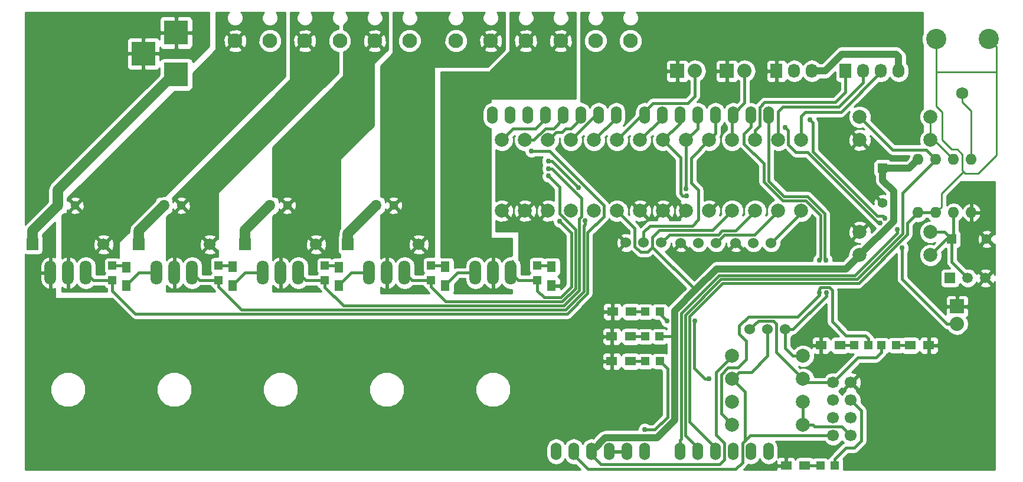
<source format=gbr>
G04 #@! TF.FileFunction,Copper,L1,Top,Signal*
%FSLAX46Y46*%
G04 Gerber Fmt 4.6, Leading zero omitted, Abs format (unit mm)*
G04 Created by KiCad (PCBNEW 4.0.2+dfsg1-stable) date Tue 15 May 2018 12:51:25 PM EDT*
%MOMM*%
G01*
G04 APERTURE LIST*
%ADD10C,0.100000*%
%ADD11O,1.524000X2.540000*%
%ADD12C,1.750000*%
%ADD13C,2.900000*%
%ADD14C,1.699260*%
%ADD15R,1.699260X1.699260*%
%ADD16R,1.400000X1.400000*%
%ADD17C,1.400000*%
%ADD18C,1.524000*%
%ADD19C,1.998980*%
%ADD20O,1.600000X1.600000*%
%ADD21C,1.520000*%
%ADD22R,1.520000X1.520000*%
%ADD23R,3.500120X3.500120*%
%ADD24C,2.100000*%
%ADD25C,1.300000*%
%ADD26R,1.300000X1.300000*%
%ADD27R,2.032000X2.032000*%
%ADD28O,2.032000X2.032000*%
%ADD29R,1.727200X2.032000*%
%ADD30O,1.727200X2.032000*%
%ADD31O,1.699260X3.500120*%
%ADD32C,1.700000*%
%ADD33R,1.198880X1.198880*%
%ADD34R,1.500000X1.300000*%
%ADD35R,1.300000X1.500000*%
%ADD36C,0.762000*%
%ADD37C,0.760000*%
%ADD38C,0.381000*%
%ADD39C,1.016000*%
%ADD40C,1.524000*%
%ADD41C,0.254000*%
G04 APERTURE END LIST*
D10*
D11*
X121285000Y-123190000D03*
X118745000Y-123190000D03*
X116205000Y-123190000D03*
X108585000Y-123190000D03*
X111125000Y-123190000D03*
X113665000Y-123190000D03*
X103505000Y-123190000D03*
X100965000Y-123190000D03*
X98425000Y-123190000D03*
X93345000Y-123190000D03*
X90805000Y-123190000D03*
X121285000Y-74930000D03*
X118745000Y-74930000D03*
X116205000Y-74930000D03*
X113665000Y-74930000D03*
X111125000Y-74930000D03*
X108585000Y-74930000D03*
X106045000Y-74930000D03*
X103505000Y-74930000D03*
X99441000Y-74930000D03*
X96901000Y-74930000D03*
X94361000Y-74930000D03*
X91821000Y-74930000D03*
X89281000Y-74930000D03*
X86741000Y-74930000D03*
X84201000Y-74930000D03*
X81661000Y-74930000D03*
X95885000Y-123190000D03*
D12*
X149098000Y-71808000D03*
D13*
X152898000Y-64008000D03*
X145298000Y-64008000D03*
D14*
X41148000Y-93472000D03*
D15*
X30988000Y-93472000D03*
D16*
X147574000Y-92710000D03*
D17*
X152574000Y-92710000D03*
D16*
X137668000Y-82550000D03*
D17*
X137668000Y-87550000D03*
D14*
X56388520Y-93469460D03*
D15*
X46228520Y-93469460D03*
D14*
X25908000Y-93472000D03*
D15*
X15748000Y-93472000D03*
D18*
X103378000Y-93218000D03*
X105918000Y-93218000D03*
X100838000Y-93218000D03*
X111252000Y-93243400D03*
X113792000Y-93243400D03*
X108712000Y-93243400D03*
X119126000Y-93243400D03*
X121666000Y-93243400D03*
X116586000Y-93243400D03*
X121158000Y-105664000D03*
X123698000Y-105664000D03*
X118618000Y-105664000D03*
D19*
X119380000Y-88646000D03*
X119380000Y-78486000D03*
X122682000Y-88646000D03*
X122682000Y-78486000D03*
X125984000Y-88646000D03*
X125984000Y-78486000D03*
X112776000Y-88646000D03*
X112776000Y-78486000D03*
X109474000Y-88646000D03*
X109474000Y-78486000D03*
X106172000Y-88646000D03*
X106172000Y-78486000D03*
X86360000Y-88646000D03*
X86360000Y-78486000D03*
X144526000Y-75184000D03*
X134366000Y-75184000D03*
X134366000Y-78486000D03*
X144526000Y-78486000D03*
X89662000Y-88646000D03*
X89662000Y-78486000D03*
X92964000Y-88646000D03*
X92964000Y-78486000D03*
X83058000Y-88646000D03*
X83058000Y-78486000D03*
X134366000Y-94996000D03*
X144526000Y-94996000D03*
X144526000Y-91694000D03*
X134366000Y-91694000D03*
D20*
X142748000Y-88900000D03*
X145288000Y-88900000D03*
X147828000Y-88900000D03*
X150368000Y-88900000D03*
X150368000Y-81280000D03*
X147828000Y-81280000D03*
X145288000Y-81280000D03*
X142748000Y-81280000D03*
D21*
X149860000Y-98298000D03*
X152400000Y-98298000D03*
D22*
X147320000Y-98298000D03*
D23*
X36322000Y-69088000D03*
X36322000Y-63088520D03*
X31623000Y-66088260D03*
D24*
X101454000Y-64262000D03*
X96454000Y-64262000D03*
X91454000Y-64262000D03*
X86454000Y-64262000D03*
X81454000Y-64262000D03*
X76454000Y-64262000D03*
X69784000Y-64262000D03*
X64784000Y-64262000D03*
X59784000Y-64262000D03*
X54784000Y-64262000D03*
X49784000Y-64262000D03*
X44784000Y-64262000D03*
D25*
X52284000Y-87884000D03*
D26*
X49784000Y-87884000D03*
D25*
X37084000Y-87884000D03*
D26*
X34584000Y-87884000D03*
D25*
X21844000Y-87884000D03*
D26*
X19344000Y-87884000D03*
D27*
X115316000Y-68580000D03*
D28*
X117856000Y-68580000D03*
D19*
X116078000Y-78486000D03*
X116078000Y-88646000D03*
X99568000Y-78486000D03*
X99568000Y-88646000D03*
X96266000Y-78486000D03*
X96266000Y-88646000D03*
D29*
X122428000Y-68580000D03*
D30*
X124968000Y-68580000D03*
X127508000Y-68580000D03*
D27*
X108204000Y-68580000D03*
D28*
X110744000Y-68580000D03*
D27*
X148336000Y-102362000D03*
D28*
X148336000Y-104902000D03*
D29*
X132334000Y-68580000D03*
D30*
X134874000Y-68580000D03*
X137414000Y-68580000D03*
X139954000Y-68580000D03*
D31*
X81788000Y-97536000D03*
X84328000Y-97536000D03*
X79248000Y-97536000D03*
X51308000Y-97536000D03*
X53848000Y-97536000D03*
X48768000Y-97536000D03*
X36068000Y-97536000D03*
X38608000Y-97536000D03*
X33528000Y-97536000D03*
X20828000Y-97536000D03*
X23368000Y-97536000D03*
X18288000Y-97536000D03*
D25*
X67524000Y-87884000D03*
D26*
X65024000Y-87884000D03*
D14*
X71120000Y-93472000D03*
D15*
X60960000Y-93472000D03*
D31*
X66548000Y-97536000D03*
X69088000Y-97536000D03*
X64008000Y-97536000D03*
D19*
X102870000Y-88646000D03*
X102870000Y-78486000D03*
X126238000Y-112776000D03*
X116078000Y-112776000D03*
X116078000Y-109474000D03*
X126238000Y-109474000D03*
X126238000Y-119380000D03*
X116078000Y-119380000D03*
X116078000Y-116078000D03*
X126238000Y-116078000D03*
D32*
X133096000Y-113284000D03*
X130556000Y-113284000D03*
X133096000Y-115824000D03*
X130556000Y-115824000D03*
X133096000Y-118364000D03*
X130556000Y-118364000D03*
X133096000Y-120904000D03*
X130556000Y-120904000D03*
D33*
X135636000Y-107950000D03*
X133537960Y-107950000D03*
X105697020Y-110236000D03*
X103598980Y-110236000D03*
X105664000Y-106680000D03*
X103565960Y-106680000D03*
X105697020Y-103124000D03*
X103598980Y-103124000D03*
X137474960Y-107950000D03*
X139573000Y-107950000D03*
X130810000Y-125222000D03*
X128711960Y-125222000D03*
X88138000Y-98585020D03*
X88138000Y-96486980D03*
X57658000Y-98618040D03*
X57658000Y-96520000D03*
X42418000Y-98585020D03*
X42418000Y-96486980D03*
X27178000Y-98618040D03*
X27178000Y-96520000D03*
X72898000Y-98585020D03*
X72898000Y-96486980D03*
D34*
X131525000Y-107950000D03*
X128825000Y-107950000D03*
X101506000Y-110236000D03*
X98806000Y-110236000D03*
X101506000Y-106680000D03*
X98806000Y-106680000D03*
X101600000Y-103124000D03*
X98900000Y-103124000D03*
X141572000Y-107950000D03*
X144272000Y-107950000D03*
X126492000Y-125222000D03*
X123792000Y-125222000D03*
D35*
X90170000Y-96694000D03*
X90170000Y-99394000D03*
X59690000Y-96710500D03*
X59690000Y-99410500D03*
X44450000Y-96672400D03*
X44450000Y-99372400D03*
X29210000Y-96710500D03*
X29210000Y-99410500D03*
X74930000Y-96694000D03*
X74930000Y-99394000D03*
D36*
X123825000Y-122301000D03*
X128803400Y-109397800D03*
X103505000Y-120065800D03*
D37*
X139708965Y-91295869D03*
X137995054Y-89685190D03*
D36*
X127254000Y-75615800D03*
X109475030Y-85496145D03*
X109508317Y-86478112D03*
X110710563Y-104440203D03*
X106730800Y-104444800D03*
X112776000Y-112776000D03*
X91314271Y-90144553D03*
X89687400Y-82600800D03*
X94009578Y-85284589D03*
X94991876Y-90060960D03*
X89676469Y-81492285D03*
X87282758Y-80069937D03*
X137298565Y-90385742D03*
X123698000Y-76708000D03*
X140462000Y-93980000D03*
X89723993Y-83655540D03*
X129571293Y-100415720D03*
X129540000Y-95732600D03*
X128574800Y-95707200D03*
X128574800Y-100380800D03*
D38*
X147574000Y-96012000D02*
X147574000Y-92710000D01*
X144526000Y-94996000D02*
X146812000Y-92710000D01*
X146812000Y-92710000D02*
X147574000Y-92710000D01*
X144526000Y-91694000D02*
X146558000Y-91694000D01*
X146558000Y-91694000D02*
X147574000Y-92710000D01*
X147828000Y-88900000D02*
X147828000Y-92456000D01*
X147828000Y-92456000D02*
X147574000Y-92710000D01*
X149860000Y-98298000D02*
X147574000Y-96012000D01*
X144272000Y-107950000D02*
X147635655Y-107950000D01*
X147635655Y-107950000D02*
X150090530Y-105495125D01*
X150090530Y-105495125D02*
X150090530Y-102719530D01*
X150090530Y-102719530D02*
X149733000Y-102362000D01*
X149733000Y-102362000D02*
X148336000Y-102362000D01*
X79248000Y-97536000D02*
X76688000Y-97536000D01*
X76688000Y-97536000D02*
X74930000Y-99294000D01*
X74930000Y-99294000D02*
X74930000Y-99394000D01*
X64008000Y-97536000D02*
X61464500Y-97536000D01*
X61464500Y-97536000D02*
X59690000Y-99310500D01*
X59690000Y-99310500D02*
X59690000Y-99410500D01*
X48768000Y-97536000D02*
X46186400Y-97536000D01*
X46186400Y-97536000D02*
X44450000Y-99272400D01*
X44450000Y-99272400D02*
X44450000Y-99372400D01*
X33528000Y-97536000D02*
X30984500Y-97536000D01*
X30984500Y-97536000D02*
X29210000Y-99310500D01*
X29210000Y-99310500D02*
X29210000Y-99410500D01*
X123792000Y-125222000D02*
X123792000Y-122334000D01*
X123792000Y-122334000D02*
X123825000Y-122301000D01*
X128825000Y-107950000D02*
X128825000Y-109376200D01*
X128825000Y-109376200D02*
X128803400Y-109397800D01*
D39*
X139257209Y-90104791D02*
X139257209Y-89662000D01*
X139257209Y-89662000D02*
X139257209Y-85855209D01*
X134366000Y-94996000D02*
X139257209Y-90104791D01*
X139257209Y-85855209D02*
X137668000Y-84266000D01*
X137668000Y-84266000D02*
X137668000Y-82550000D01*
D38*
X99568000Y-88646000D02*
X102102514Y-91180514D01*
X102102514Y-91180514D02*
X102102514Y-93762004D01*
X102102514Y-93762004D02*
X102879310Y-94538800D01*
X102879310Y-94538800D02*
X103936681Y-94538800D01*
X103936681Y-94538800D02*
X104648000Y-93827481D01*
X116078000Y-88646000D02*
X113284000Y-91440000D01*
X113284000Y-91440000D02*
X105664000Y-91440000D01*
X104648000Y-92456000D02*
X104648000Y-93827481D01*
X104648000Y-93827481D02*
X110641585Y-99821066D01*
X105664000Y-91440000D02*
X104648000Y-92456000D01*
X110641585Y-99821066D02*
X110998000Y-99821066D01*
D39*
X107831460Y-102987606D02*
X110998000Y-99821066D01*
X110998000Y-99821066D02*
X113860355Y-96958711D01*
X133366511Y-95995489D02*
X134366000Y-94996000D01*
X113860355Y-96958711D02*
X132403289Y-96958711D01*
X132403289Y-96958711D02*
X133366511Y-95995489D01*
X107831460Y-106680000D02*
X107831460Y-102987606D01*
X107831460Y-118710164D02*
X107831460Y-106680000D01*
D38*
X105664000Y-106680000D02*
X106644440Y-106680000D01*
X106644440Y-106680000D02*
X107831460Y-106680000D01*
D39*
X95885000Y-123190000D02*
X96954990Y-122120010D01*
X96954990Y-122120010D02*
X96954990Y-122073102D01*
X96954990Y-122073102D02*
X97816102Y-121211990D01*
X97816102Y-121211990D02*
X105329634Y-121211990D01*
X105329634Y-121211990D02*
X107831460Y-118710164D01*
D38*
X115078511Y-110473489D02*
X116078000Y-109474000D01*
X113755798Y-111796202D02*
X115078511Y-110473489D01*
X114925502Y-121993047D02*
X113755798Y-120823343D01*
X114925502Y-124342498D02*
X114925502Y-121993047D01*
X97220457Y-125033457D02*
X114234543Y-125033457D01*
X95885000Y-123698000D02*
X97220457Y-125033457D01*
X114234543Y-125033457D02*
X114925502Y-124342498D01*
X95885000Y-123190000D02*
X95885000Y-123698000D01*
X113755798Y-120823343D02*
X113755798Y-111796202D01*
X133477000Y-94996000D02*
X134366000Y-94996000D01*
D39*
X139547600Y-66141600D02*
X131826000Y-66141600D01*
X131826000Y-66141600D02*
X129387600Y-68580000D01*
X129387600Y-68580000D02*
X127508000Y-68580000D01*
X139954000Y-68580000D02*
X139954000Y-66548000D01*
X139954000Y-66548000D02*
X139547600Y-66141600D01*
X137668000Y-82550000D02*
X141478000Y-82550000D01*
X141478000Y-82550000D02*
X142748000Y-81280000D01*
D40*
X60960000Y-93472000D02*
X60960000Y-91948000D01*
X60960000Y-91948000D02*
X65024000Y-87884000D01*
X46228520Y-93469460D02*
X46228520Y-91439480D01*
X46228520Y-91439480D02*
X49784000Y-87884000D01*
X30988000Y-93472000D02*
X30988000Y-91480000D01*
X30988000Y-91480000D02*
X34584000Y-87884000D01*
X36322000Y-69088000D02*
X35916087Y-69088000D01*
X35916087Y-69088000D02*
X19344000Y-85660087D01*
X19344000Y-85660087D02*
X19344000Y-87884000D01*
X15748000Y-93472000D02*
X15748000Y-91480000D01*
X15748000Y-91480000D02*
X19344000Y-87884000D01*
D38*
X103505000Y-120065800D02*
X104975668Y-120065800D01*
X104975668Y-120065800D02*
X106795497Y-118245971D01*
X106795497Y-118245971D02*
X106795497Y-111334477D01*
X106795497Y-111334477D02*
X105697020Y-110236000D01*
X110744000Y-68580000D02*
X110746559Y-68582559D01*
X110746559Y-68582559D02*
X110746559Y-72152332D01*
X104706356Y-73220644D02*
X103505000Y-74422000D01*
X110746559Y-72152332D02*
X109678247Y-73220644D01*
X109678247Y-73220644D02*
X104706356Y-73220644D01*
X103505000Y-74422000D02*
X103505000Y-74930000D01*
X99568000Y-78486000D02*
X103124000Y-74930000D01*
X103124000Y-74930000D02*
X103505000Y-74930000D01*
X119380000Y-78486000D02*
X119380000Y-77072508D01*
X120015000Y-76437508D02*
X120015000Y-73761600D01*
X119380000Y-77072508D02*
X120015000Y-76437508D01*
X130894640Y-73075800D02*
X132334000Y-71636440D01*
X120015000Y-73761600D02*
X120700800Y-73075800D01*
X120700800Y-73075800D02*
X130894640Y-73075800D01*
X132334000Y-71636440D02*
X132334000Y-68580000D01*
X134874000Y-68580000D02*
X134874000Y-70223846D01*
X134874000Y-70223846D02*
X131350873Y-73746973D01*
X131350873Y-73746973D02*
X123321804Y-73746973D01*
X123321804Y-73746973D02*
X122682000Y-74386777D01*
X122682000Y-74386777D02*
X122682000Y-78486000D01*
X125984000Y-78486000D02*
X125984000Y-75057578D01*
X125984000Y-75057578D02*
X126568778Y-74472800D01*
X126568778Y-74472800D02*
X131673600Y-74472800D01*
X137414000Y-68732400D02*
X137414000Y-68580000D01*
X131673600Y-74472800D02*
X137414000Y-68732400D01*
X108762169Y-121361831D02*
X108762169Y-103327581D01*
X114199900Y-97889850D02*
X133652385Y-97889850D01*
X108585000Y-121539000D02*
X108762169Y-121361831D01*
X133652385Y-97889850D02*
X139708965Y-91833270D01*
X108585000Y-123190000D02*
X108585000Y-121539000D01*
X139708965Y-91833270D02*
X139708965Y-91295869D01*
X108762169Y-103327581D02*
X114199900Y-97889850D01*
X127254000Y-75615800D02*
X127634999Y-75996799D01*
X127634999Y-75996799D02*
X127634999Y-80146602D01*
X136868788Y-89380391D02*
X137690255Y-89380391D01*
X127634999Y-80146602D02*
X136868788Y-89380391D01*
X137690255Y-89380391D02*
X137995054Y-89685190D01*
X117856000Y-68580000D02*
X117856000Y-73160844D01*
X117856000Y-73160844D02*
X116205000Y-74811844D01*
X116205000Y-74811844D02*
X116205000Y-74930000D01*
X116205000Y-74930000D02*
X116205000Y-74422000D01*
X116078000Y-78486000D02*
X116078000Y-75057000D01*
X116078000Y-75057000D02*
X116205000Y-74930000D01*
D41*
X149098000Y-71808000D02*
X149098000Y-73045436D01*
X149098000Y-73045436D02*
X150368000Y-74315436D01*
X150368000Y-74315436D02*
X150368000Y-80148630D01*
X150368000Y-80148630D02*
X150368000Y-81280000D01*
D38*
X105918000Y-93218000D02*
X107063130Y-92072870D01*
X107063130Y-92072870D02*
X114064442Y-92072870D01*
X114064442Y-92072870D02*
X114642938Y-91494374D01*
X114642938Y-91494374D02*
X116531626Y-91494374D01*
X116531626Y-91494374D02*
X118380511Y-89645489D01*
X118380511Y-89645489D02*
X119380000Y-88646000D01*
X103378000Y-93218000D02*
X103378000Y-91679576D01*
X103378000Y-91679576D02*
X104273588Y-90783988D01*
X111198886Y-85646486D02*
X110209167Y-84656767D01*
X104273588Y-90783988D02*
X110333212Y-90783988D01*
X110333212Y-90783988D02*
X111198886Y-89918314D01*
X111198886Y-89918314D02*
X111198886Y-85646486D01*
X110209167Y-84656767D02*
X110209167Y-81052833D01*
X110209167Y-81052833D02*
X112776000Y-78486000D01*
X112776000Y-78435200D02*
X113665000Y-77546200D01*
X113665000Y-77546200D02*
X113665000Y-74930000D01*
X112776000Y-78486000D02*
X112776000Y-78435200D01*
X121682511Y-89645489D02*
X122682000Y-88646000D01*
X119237101Y-92090899D02*
X121682511Y-89645489D01*
X113792000Y-93243400D02*
X114944501Y-92090899D01*
X114944501Y-92090899D02*
X119237101Y-92090899D01*
X109474000Y-78486000D02*
X109474000Y-85495115D01*
X109474000Y-85495115D02*
X109475030Y-85496145D01*
X111125000Y-74422000D02*
X111125000Y-74930000D01*
X109474000Y-78486000D02*
X111125000Y-76835000D01*
X111125000Y-76835000D02*
X111125000Y-74930000D01*
X121666000Y-93243400D02*
X125984000Y-88925400D01*
X125984000Y-88925400D02*
X125984000Y-88646000D01*
X108686600Y-86195210D02*
X108686600Y-81000600D01*
X108686600Y-81000600D02*
X106172000Y-78486000D01*
X109508317Y-86478112D02*
X108969502Y-86478112D01*
X108969502Y-86478112D02*
X108686600Y-86195210D01*
X106172000Y-78486000D02*
X108585000Y-76073000D01*
X108585000Y-76073000D02*
X108585000Y-74930000D01*
X106730800Y-104444800D02*
X106730800Y-104430527D01*
X106730800Y-104430527D02*
X105697020Y-103396747D01*
X105697020Y-103396747D02*
X105697020Y-103124000D01*
X112776000Y-112776000D02*
X112176490Y-112776000D01*
X112176490Y-112776000D02*
X110589190Y-111188700D01*
X110589190Y-111188700D02*
X110589190Y-104561576D01*
X110589190Y-104561576D02*
X110710563Y-104440203D01*
X117532005Y-122017578D02*
X117856000Y-121693583D01*
X117856000Y-121693583D02*
X117943704Y-121605879D01*
X130556000Y-120904000D02*
X118645583Y-120904000D01*
X118645583Y-120904000D02*
X117856000Y-121693583D01*
X93345000Y-123190000D02*
X93345000Y-123698000D01*
X93345000Y-123698000D02*
X95372718Y-125725718D01*
X117943704Y-121605879D02*
X117943704Y-114641704D01*
X95372718Y-125725718D02*
X116590282Y-125725718D01*
X116590282Y-125725718D02*
X117532005Y-124783995D01*
X117943704Y-114641704D02*
X117532005Y-114230005D01*
X117532005Y-124783995D02*
X117532005Y-122017578D01*
X117532005Y-114230005D02*
X116078000Y-112776000D01*
X121158000Y-109474000D02*
X121158000Y-105664000D01*
X118855489Y-111776511D02*
X121158000Y-109474000D01*
X116078000Y-112776000D02*
X117077489Y-111776511D01*
X117077489Y-111776511D02*
X118855489Y-111776511D01*
X89108397Y-101085767D02*
X88138000Y-100115370D01*
X91453684Y-101085767D02*
X89108397Y-101085767D01*
X88138000Y-100115370D02*
X88138000Y-98585020D01*
X92988280Y-99551171D02*
X91453684Y-101085767D01*
X91314271Y-90144553D02*
X92988280Y-91818562D01*
X92988280Y-91818562D02*
X92988280Y-99551171D01*
X88138000Y-98585020D02*
X85377020Y-98585020D01*
X85377020Y-98585020D02*
X84328000Y-97536000D01*
X86360000Y-78486000D02*
X87604812Y-78486000D01*
X87604812Y-78486000D02*
X89281224Y-76809588D01*
X89281224Y-76809588D02*
X90449412Y-76809588D01*
X90449412Y-76809588D02*
X91821000Y-75438000D01*
X91821000Y-75438000D02*
X91821000Y-74930000D01*
X84582000Y-95868043D02*
X84328000Y-96122043D01*
X84328000Y-96122043D02*
X84328000Y-97536000D01*
X60307309Y-102247789D02*
X57658000Y-99598480D01*
X57658000Y-99598480D02*
X57658000Y-98618040D01*
X91935008Y-102247789D02*
X60307309Y-102247789D01*
X94150302Y-89760710D02*
X94150302Y-100032495D01*
X94458668Y-89452344D02*
X94150302Y-89760710D01*
X94458668Y-86833253D02*
X94458668Y-89452344D01*
X90226215Y-82600800D02*
X94458668Y-86833253D01*
X89687400Y-82600800D02*
X90226215Y-82600800D01*
X94150302Y-100032495D02*
X91935008Y-102247789D01*
X57658000Y-98618040D02*
X54930040Y-98618040D01*
X54930040Y-98618040D02*
X53848000Y-97536000D01*
X89662000Y-78486000D02*
X90810603Y-77337397D01*
X90810603Y-77337397D02*
X91667368Y-77337397D01*
X91667368Y-77337397D02*
X92162862Y-76841903D01*
X92162862Y-76841903D02*
X92957097Y-76841903D01*
X92957097Y-76841903D02*
X94361000Y-75438000D01*
X94361000Y-75438000D02*
X94361000Y-74930000D01*
X94361000Y-75744990D02*
X94361000Y-74930000D01*
D41*
X144526000Y-78486000D02*
X144526000Y-77072508D01*
X144526000Y-77072508D02*
X144526000Y-75184000D01*
X147828000Y-81280000D02*
X145034000Y-78486000D01*
X145034000Y-78486000D02*
X144526000Y-78486000D01*
D38*
X111125000Y-123190000D02*
X111125000Y-122682000D01*
X111125000Y-122682000D02*
X109343180Y-120900180D01*
X109343180Y-120900180D02*
X109343180Y-103568243D01*
X109343180Y-103568243D02*
X114440562Y-98470861D01*
X114440562Y-98470861D02*
X133966626Y-98470861D01*
X133966626Y-98470861D02*
X140512800Y-91924687D01*
X140512800Y-91924687D02*
X140512800Y-86055200D01*
X144488001Y-82079999D02*
X145288000Y-81280000D01*
X140512800Y-86055200D02*
X144488001Y-82079999D01*
X134366000Y-75184000D02*
X139057991Y-79875991D01*
X139057991Y-79875991D02*
X143883991Y-79875991D01*
X143883991Y-79875991D02*
X144488001Y-80480001D01*
X144488001Y-80480001D02*
X145288000Y-81280000D01*
X94991876Y-90060960D02*
X94991876Y-90599775D01*
X94991876Y-90599775D02*
X94755288Y-90836363D01*
X94755288Y-90836363D02*
X94755288Y-100249182D01*
X92175670Y-102828800D02*
X45681340Y-102828800D01*
X42418000Y-99565460D02*
X42418000Y-98585020D01*
X94755288Y-100249182D02*
X92175670Y-102828800D01*
X45681340Y-102828800D02*
X42418000Y-99565460D01*
X42418000Y-98585020D02*
X39657020Y-98585020D01*
X39657020Y-98585020D02*
X38608000Y-97536000D01*
X93628579Y-84903590D02*
X94009578Y-85284589D01*
X89676469Y-81492285D02*
X90217274Y-81492285D01*
X90217274Y-81492285D02*
X93628579Y-84903590D01*
X92964000Y-78486000D02*
X96520000Y-74930000D01*
X96520000Y-74930000D02*
X96901000Y-74930000D01*
X92964000Y-78486000D02*
X93554948Y-78486000D01*
X96901000Y-75139948D02*
X96901000Y-74930000D01*
X96901000Y-75438000D02*
X96901000Y-74930000D01*
X87282758Y-80069937D02*
X89886019Y-80069937D01*
X89886019Y-80069937D02*
X97655991Y-87839909D01*
X30482543Y-103419913D02*
X27178000Y-100115370D01*
X97655991Y-87839909D02*
X97655991Y-89440224D01*
X97655991Y-89440224D02*
X95336299Y-91759916D01*
X95336299Y-91759916D02*
X95336299Y-100489844D01*
X95336299Y-100489844D02*
X92406230Y-103419913D01*
X92406230Y-103419913D02*
X30482543Y-103419913D01*
X27178000Y-100115370D02*
X27178000Y-98618040D01*
X27178000Y-98618040D02*
X24450040Y-98618040D01*
X24450040Y-98618040D02*
X23368000Y-97536000D01*
X83058000Y-78486000D02*
X84669782Y-76874218D01*
X84669782Y-76874218D02*
X87844782Y-76874218D01*
X87844782Y-76874218D02*
X89281000Y-75438000D01*
X89281000Y-75438000D02*
X89281000Y-74930000D01*
X51308000Y-97536000D02*
X51308000Y-96635570D01*
X123698000Y-76708000D02*
X124078999Y-77088999D01*
X124078999Y-77088999D02*
X124078999Y-79120999D01*
X124078999Y-79120999D02*
X125204384Y-80246384D01*
X126865284Y-80246384D02*
X137004642Y-90385742D01*
X125204384Y-80246384D02*
X126865284Y-80246384D01*
X137004642Y-90385742D02*
X137298565Y-90385742D01*
X148336000Y-104902000D02*
X146899160Y-104902000D01*
X146899160Y-104902000D02*
X140462000Y-98464840D01*
X140462000Y-98464840D02*
X140462000Y-93980000D01*
X96266000Y-78486000D02*
X99441000Y-75311000D01*
X99441000Y-75311000D02*
X99441000Y-74930000D01*
X113665000Y-122682000D02*
X113665000Y-123190000D01*
X109924191Y-118941191D02*
X113665000Y-122682000D01*
X109924191Y-103808905D02*
X109924191Y-118941191D01*
X141214498Y-92044661D02*
X134207288Y-99051872D01*
X114681224Y-99051872D02*
X109924191Y-103808905D01*
X141214498Y-90433502D02*
X141214498Y-92044661D01*
X142748000Y-88900000D02*
X141214498Y-90433502D01*
X134207288Y-99051872D02*
X114681224Y-99051872D01*
D41*
X145298000Y-68707000D02*
X145298000Y-73622981D01*
X145298000Y-73622981D02*
X146173476Y-74498457D01*
X146173476Y-74498457D02*
X146173476Y-78431676D01*
X146173476Y-78431676D02*
X147563642Y-79821842D01*
X147563642Y-79821842D02*
X148351042Y-79821842D01*
X148351042Y-79821842D02*
X149070512Y-80541312D01*
X149070512Y-80541312D02*
X149070512Y-82852712D01*
X149070512Y-82852712D02*
X149250400Y-83032600D01*
X149250400Y-83032600D02*
X149471663Y-83253863D01*
X145288000Y-88900000D02*
X146087999Y-88100001D01*
X146087999Y-88100001D02*
X146087999Y-86195001D01*
X146087999Y-86195001D02*
X149250400Y-83032600D01*
X151354599Y-83253863D02*
X153952326Y-80656136D01*
X153952326Y-65062326D02*
X152898000Y-64008000D01*
X153952326Y-80656136D02*
X153952326Y-65062326D01*
X149471663Y-83253863D02*
X151354599Y-83253863D01*
X145298000Y-68707000D02*
X153984701Y-68707000D01*
X153984701Y-68707000D02*
X153987306Y-68709605D01*
X145298000Y-64008000D02*
X145298000Y-68707000D01*
D38*
X142748000Y-88900000D02*
X145288000Y-88900000D01*
X93569291Y-91301736D02*
X93569291Y-99791833D01*
X74999318Y-101666778D02*
X72898000Y-99565460D01*
X91694346Y-101666778D02*
X74999318Y-101666778D01*
X93569291Y-99791833D02*
X91694346Y-101666778D01*
X91313000Y-85244547D02*
X91313000Y-89045445D01*
X91313000Y-89045445D02*
X93569291Y-91301736D01*
X89723993Y-83655540D02*
X91313000Y-85244547D01*
X72898000Y-99565460D02*
X72898000Y-98585020D01*
X72898000Y-98585020D02*
X70137020Y-98585020D01*
X70137020Y-98585020D02*
X69088000Y-97536000D01*
X102870000Y-78486000D02*
X106045000Y-75311000D01*
X106045000Y-75311000D02*
X106045000Y-74930000D01*
X126238000Y-109474000D02*
X124802590Y-109474000D01*
X124802590Y-109474000D02*
X123698000Y-108369410D01*
X123698000Y-108369410D02*
X123698000Y-105664000D01*
X124775630Y-105664000D02*
X129571293Y-100868337D01*
X123698000Y-105664000D02*
X124775630Y-105664000D01*
X129571293Y-100868337D02*
X129571293Y-100415720D01*
X129362803Y-95555403D02*
X129540000Y-95732600D01*
X121285000Y-84347239D02*
X123535450Y-86597689D01*
X123535450Y-86597689D02*
X126881092Y-86597689D01*
X121285000Y-74930000D02*
X121285000Y-84347239D01*
X126881092Y-86597689D02*
X129362803Y-89079400D01*
X129362803Y-89079400D02*
X129362803Y-95555403D01*
X126238000Y-116078000D02*
X126238000Y-119380000D01*
X133096000Y-120904000D02*
X131822969Y-119630969D01*
X127651492Y-119380000D02*
X126238000Y-119380000D01*
X131822969Y-119630969D02*
X127902461Y-119630969D01*
X127902461Y-119630969D02*
X127651492Y-119380000D01*
X128574800Y-100380800D02*
X128574800Y-99841985D01*
X128574800Y-99841985D02*
X128772585Y-99644200D01*
X128772585Y-99644200D02*
X129997200Y-99644200D01*
X129997200Y-99644200D02*
X130424231Y-100071231D01*
X130424231Y-100071231D02*
X130424231Y-104541631D01*
X130424231Y-104541631D02*
X132410200Y-106527600D01*
X132410200Y-106527600D02*
X135194040Y-106527600D01*
X135194040Y-106527600D02*
X135636000Y-106969560D01*
X135636000Y-106969560D02*
X135636000Y-107950000D01*
X116078000Y-119380000D02*
X114478372Y-117780372D01*
X114478372Y-117780372D02*
X114478372Y-112145414D01*
X114478372Y-112145414D02*
X115449407Y-111174379D01*
X115449407Y-111174379D02*
X116917621Y-111174379D01*
X118415609Y-103834391D02*
X125477263Y-103834391D01*
X116917621Y-111174379D02*
X118110000Y-109982000D01*
X118110000Y-109982000D02*
X118110000Y-107289486D01*
X117094000Y-105156000D02*
X118415609Y-103834391D01*
X118110000Y-107289486D02*
X117094000Y-106273486D01*
X117094000Y-106273486D02*
X117094000Y-105156000D01*
X125477263Y-103834391D02*
X128574800Y-100736854D01*
X128574800Y-100736854D02*
X128574800Y-100380800D01*
X128585807Y-95696193D02*
X128574800Y-95707200D01*
X128592492Y-95696193D02*
X128585807Y-95696193D01*
X128772148Y-89310417D02*
X128772148Y-95516537D01*
X126640431Y-87178700D02*
X128772148Y-89310417D01*
X117754400Y-79044800D02*
X120575122Y-81865522D01*
X123294788Y-87178700D02*
X126640431Y-87178700D01*
X128772148Y-95516537D02*
X128592492Y-95696193D01*
X120575122Y-84459034D02*
X123294788Y-87178700D01*
X120575122Y-81865522D02*
X120575122Y-84459034D01*
X117754400Y-77571600D02*
X117754400Y-79044800D01*
X118745000Y-76581000D02*
X117754400Y-77571600D01*
X118745000Y-74930000D02*
X118745000Y-76581000D01*
X131525000Y-107950000D02*
X133537960Y-107950000D01*
X101506000Y-110236000D02*
X103598980Y-110236000D01*
X101506000Y-106680000D02*
X103565960Y-106680000D01*
X101600000Y-103124000D02*
X103598980Y-103124000D01*
X119866598Y-104415402D02*
X119379999Y-104902001D01*
X119379999Y-104902001D02*
X118618000Y-105664000D01*
X121941402Y-104415402D02*
X119866598Y-104415402D01*
X122428000Y-104902000D02*
X121941402Y-104415402D01*
X122428000Y-108966000D02*
X122428000Y-104902000D01*
X126238000Y-112776000D02*
X122428000Y-108966000D01*
X134112000Y-109728000D02*
X136677400Y-109728000D01*
X136677400Y-109728000D02*
X137474960Y-108930440D01*
X137474960Y-108930440D02*
X137474960Y-107950000D01*
X130556000Y-113284000D02*
X134112000Y-109728000D01*
X126238000Y-112217782D02*
X126238000Y-112776000D01*
X130556000Y-113284000D02*
X126746000Y-113284000D01*
X126746000Y-113284000D02*
X126238000Y-112776000D01*
X139573000Y-107950000D02*
X141572000Y-107950000D01*
X134620000Y-121666000D02*
X134620000Y-117348000D01*
X134620000Y-117348000D02*
X133096000Y-115824000D01*
X133604000Y-122682000D02*
X134620000Y-121666000D01*
X132369560Y-122682000D02*
X133604000Y-122682000D01*
X130810000Y-125222000D02*
X130810000Y-124241560D01*
X130810000Y-124241560D02*
X132369560Y-122682000D01*
X128711960Y-125222000D02*
X126492000Y-125222000D01*
X88138000Y-96486980D02*
X89962980Y-96486980D01*
X89962980Y-96486980D02*
X90170000Y-96694000D01*
X57658000Y-96520000D02*
X59499500Y-96520000D01*
X59499500Y-96520000D02*
X59690000Y-96710500D01*
X42418000Y-96486980D02*
X44264580Y-96486980D01*
X44264580Y-96486980D02*
X44450000Y-96672400D01*
X27178000Y-96520000D02*
X29019500Y-96520000D01*
X29019500Y-96520000D02*
X29210000Y-96710500D01*
X72898000Y-96486980D02*
X74722980Y-96486980D01*
X74722980Y-96486980D02*
X74930000Y-96694000D01*
D41*
G36*
X131836344Y-121744086D02*
X132028241Y-121936318D01*
X131785843Y-122098283D01*
X130226283Y-123657843D01*
X130047337Y-123925654D01*
X130030769Y-124008950D01*
X129975243Y-124019398D01*
X129759119Y-124158470D01*
X129758437Y-124159467D01*
X129563290Y-124026129D01*
X129311400Y-123975120D01*
X128112520Y-123975120D01*
X127877203Y-124019398D01*
X127710161Y-124126886D01*
X127706090Y-124120559D01*
X127493890Y-123975569D01*
X127242000Y-123924560D01*
X125742000Y-123924560D01*
X125506683Y-123968838D01*
X125290559Y-124107910D01*
X125145569Y-124320110D01*
X125138809Y-124353490D01*
X125080327Y-124212301D01*
X124901698Y-124033673D01*
X124668309Y-123937000D01*
X124077750Y-123937000D01*
X123919000Y-124095750D01*
X123919000Y-125095000D01*
X123939000Y-125095000D01*
X123939000Y-125349000D01*
X123919000Y-125349000D01*
X123919000Y-125369000D01*
X123665000Y-125369000D01*
X123665000Y-125349000D01*
X122565750Y-125349000D01*
X122407000Y-125507750D01*
X122407000Y-125782000D01*
X117701433Y-125782000D01*
X118115719Y-125367714D01*
X118115722Y-125367712D01*
X118294668Y-125099900D01*
X118305604Y-125044920D01*
X118745000Y-125132321D01*
X119279609Y-125025981D01*
X119732828Y-124723149D01*
X120015000Y-124300850D01*
X120297172Y-124723149D01*
X120750391Y-125025981D01*
X121285000Y-125132321D01*
X121819609Y-125025981D01*
X122272828Y-124723149D01*
X122407000Y-124522347D01*
X122407000Y-124936250D01*
X122565750Y-125095000D01*
X123665000Y-125095000D01*
X123665000Y-124095750D01*
X123506250Y-123937000D01*
X122915691Y-123937000D01*
X122682302Y-124033673D01*
X122607844Y-124108131D01*
X122682000Y-123735321D01*
X122682000Y-122644679D01*
X122575660Y-122110070D01*
X122321371Y-121729500D01*
X129290317Y-121729500D01*
X129296344Y-121744086D01*
X129713717Y-122162188D01*
X130259319Y-122388742D01*
X130850089Y-122389257D01*
X131396086Y-122163656D01*
X131814188Y-121746283D01*
X131825748Y-121718443D01*
X131836344Y-121744086D01*
X131836344Y-121744086D01*
G37*
X131836344Y-121744086D02*
X132028241Y-121936318D01*
X131785843Y-122098283D01*
X130226283Y-123657843D01*
X130047337Y-123925654D01*
X130030769Y-124008950D01*
X129975243Y-124019398D01*
X129759119Y-124158470D01*
X129758437Y-124159467D01*
X129563290Y-124026129D01*
X129311400Y-123975120D01*
X128112520Y-123975120D01*
X127877203Y-124019398D01*
X127710161Y-124126886D01*
X127706090Y-124120559D01*
X127493890Y-123975569D01*
X127242000Y-123924560D01*
X125742000Y-123924560D01*
X125506683Y-123968838D01*
X125290559Y-124107910D01*
X125145569Y-124320110D01*
X125138809Y-124353490D01*
X125080327Y-124212301D01*
X124901698Y-124033673D01*
X124668309Y-123937000D01*
X124077750Y-123937000D01*
X123919000Y-124095750D01*
X123919000Y-125095000D01*
X123939000Y-125095000D01*
X123939000Y-125349000D01*
X123919000Y-125349000D01*
X123919000Y-125369000D01*
X123665000Y-125369000D01*
X123665000Y-125349000D01*
X122565750Y-125349000D01*
X122407000Y-125507750D01*
X122407000Y-125782000D01*
X117701433Y-125782000D01*
X118115719Y-125367714D01*
X118115722Y-125367712D01*
X118294668Y-125099900D01*
X118305604Y-125044920D01*
X118745000Y-125132321D01*
X119279609Y-125025981D01*
X119732828Y-124723149D01*
X120015000Y-124300850D01*
X120297172Y-124723149D01*
X120750391Y-125025981D01*
X121285000Y-125132321D01*
X121819609Y-125025981D01*
X122272828Y-124723149D01*
X122407000Y-124522347D01*
X122407000Y-124936250D01*
X122565750Y-125095000D01*
X123665000Y-125095000D01*
X123665000Y-124095750D01*
X123506250Y-123937000D01*
X122915691Y-123937000D01*
X122682302Y-124033673D01*
X122607844Y-124108131D01*
X122682000Y-123735321D01*
X122682000Y-122644679D01*
X122575660Y-122110070D01*
X122321371Y-121729500D01*
X129290317Y-121729500D01*
X129296344Y-121744086D01*
X129713717Y-122162188D01*
X130259319Y-122388742D01*
X130850089Y-122389257D01*
X131396086Y-122163656D01*
X131814188Y-121746283D01*
X131825748Y-121718443D01*
X131836344Y-121744086D01*
G36*
X98640927Y-90030846D02*
X99241453Y-90280206D01*
X99891694Y-90280774D01*
X99993341Y-90238775D01*
X101277014Y-91522448D01*
X101277014Y-91891382D01*
X101045698Y-91808856D01*
X100490632Y-91836638D01*
X100106857Y-91995603D01*
X100037392Y-92237787D01*
X100838000Y-93038395D01*
X100852143Y-93024253D01*
X101031748Y-93203858D01*
X101017605Y-93218000D01*
X101031748Y-93232143D01*
X100852143Y-93411748D01*
X100838000Y-93397605D01*
X100037392Y-94198213D01*
X100106857Y-94440397D01*
X100630302Y-94627144D01*
X101185368Y-94599362D01*
X101569143Y-94440397D01*
X101579024Y-94405948D01*
X102295591Y-95122514D01*
X102295593Y-95122517D01*
X102563405Y-95301463D01*
X102879310Y-95364300D01*
X103936681Y-95364300D01*
X104252587Y-95301463D01*
X104520398Y-95122517D01*
X104648000Y-94994915D01*
X109427853Y-99774768D01*
X107023237Y-102179383D01*
X106910654Y-102347875D01*
X106899622Y-102289243D01*
X106760550Y-102073119D01*
X106548350Y-101928129D01*
X106296460Y-101877120D01*
X105097580Y-101877120D01*
X104862263Y-101921398D01*
X104646139Y-102060470D01*
X104645457Y-102061467D01*
X104450310Y-101928129D01*
X104198420Y-101877120D01*
X102999540Y-101877120D01*
X102764223Y-101921398D01*
X102713657Y-101953936D01*
X102601890Y-101877569D01*
X102350000Y-101826560D01*
X100850000Y-101826560D01*
X100614683Y-101870838D01*
X100398559Y-102009910D01*
X100253569Y-102222110D01*
X100246809Y-102255490D01*
X100188327Y-102114301D01*
X100009698Y-101935673D01*
X99776309Y-101839000D01*
X99185750Y-101839000D01*
X99027000Y-101997750D01*
X99027000Y-102997000D01*
X99047000Y-102997000D01*
X99047000Y-103251000D01*
X99027000Y-103251000D01*
X99027000Y-104250250D01*
X99185750Y-104409000D01*
X99776309Y-104409000D01*
X100009698Y-104312327D01*
X100188327Y-104133699D01*
X100244654Y-103997713D01*
X100246838Y-104009317D01*
X100385910Y-104225441D01*
X100598110Y-104370431D01*
X100850000Y-104421440D01*
X102350000Y-104421440D01*
X102585317Y-104377162D01*
X102712099Y-104295580D01*
X102747650Y-104319871D01*
X102999540Y-104370880D01*
X104198420Y-104370880D01*
X104433737Y-104326602D01*
X104649861Y-104187530D01*
X104650543Y-104186533D01*
X104845690Y-104319871D01*
X105097580Y-104370880D01*
X105503719Y-104370880D01*
X105714680Y-104581840D01*
X105714624Y-104646008D01*
X105868975Y-105019566D01*
X106154531Y-105305621D01*
X106527818Y-105460624D01*
X106688460Y-105460764D01*
X106688460Y-105602424D01*
X106515330Y-105484129D01*
X106263440Y-105433120D01*
X105064560Y-105433120D01*
X104829243Y-105477398D01*
X104613119Y-105616470D01*
X104612437Y-105617467D01*
X104417290Y-105484129D01*
X104165400Y-105433120D01*
X102966520Y-105433120D01*
X102731203Y-105477398D01*
X102649233Y-105530144D01*
X102507890Y-105433569D01*
X102256000Y-105382560D01*
X100756000Y-105382560D01*
X100520683Y-105426838D01*
X100304559Y-105565910D01*
X100159569Y-105778110D01*
X100152809Y-105811490D01*
X100094327Y-105670301D01*
X99915698Y-105491673D01*
X99682309Y-105395000D01*
X99091750Y-105395000D01*
X98933000Y-105553750D01*
X98933000Y-106553000D01*
X98953000Y-106553000D01*
X98953000Y-106807000D01*
X98933000Y-106807000D01*
X98933000Y-107806250D01*
X99091750Y-107965000D01*
X99682309Y-107965000D01*
X99915698Y-107868327D01*
X100094327Y-107689699D01*
X100150654Y-107553713D01*
X100152838Y-107565317D01*
X100291910Y-107781441D01*
X100504110Y-107926431D01*
X100756000Y-107977440D01*
X102256000Y-107977440D01*
X102491317Y-107933162D01*
X102649503Y-107831372D01*
X102714630Y-107875871D01*
X102966520Y-107926880D01*
X104165400Y-107926880D01*
X104400717Y-107882602D01*
X104616841Y-107743530D01*
X104617523Y-107742533D01*
X104812670Y-107875871D01*
X105064560Y-107926880D01*
X106263440Y-107926880D01*
X106498757Y-107882602D01*
X106688460Y-107760531D01*
X106688460Y-109135862D01*
X106548350Y-109040129D01*
X106296460Y-108989120D01*
X105097580Y-108989120D01*
X104862263Y-109033398D01*
X104646139Y-109172470D01*
X104645457Y-109173467D01*
X104450310Y-109040129D01*
X104198420Y-108989120D01*
X102999540Y-108989120D01*
X102764223Y-109033398D01*
X102665248Y-109097087D01*
X102507890Y-108989569D01*
X102256000Y-108938560D01*
X100756000Y-108938560D01*
X100520683Y-108982838D01*
X100304559Y-109121910D01*
X100159569Y-109334110D01*
X100152809Y-109367490D01*
X100094327Y-109226301D01*
X99915698Y-109047673D01*
X99682309Y-108951000D01*
X99091750Y-108951000D01*
X98933000Y-109109750D01*
X98933000Y-110109000D01*
X98953000Y-110109000D01*
X98953000Y-110363000D01*
X98933000Y-110363000D01*
X98933000Y-111362250D01*
X99091750Y-111521000D01*
X99682309Y-111521000D01*
X99915698Y-111424327D01*
X100094327Y-111245699D01*
X100150654Y-111109713D01*
X100152838Y-111121317D01*
X100291910Y-111337441D01*
X100504110Y-111482431D01*
X100756000Y-111533440D01*
X102256000Y-111533440D01*
X102491317Y-111489162D01*
X102666508Y-111376429D01*
X102747650Y-111431871D01*
X102999540Y-111482880D01*
X104198420Y-111482880D01*
X104433737Y-111438602D01*
X104649861Y-111299530D01*
X104650543Y-111298533D01*
X104845690Y-111431871D01*
X105097580Y-111482880D01*
X105776466Y-111482880D01*
X105969997Y-111676411D01*
X105969997Y-117904037D01*
X104633734Y-119240300D01*
X104116528Y-119240300D01*
X104081269Y-119204979D01*
X103707982Y-119049976D01*
X103303792Y-119049624D01*
X102930234Y-119203975D01*
X102644179Y-119489531D01*
X102489176Y-119862818D01*
X102488996Y-120068990D01*
X97816102Y-120068990D01*
X97378695Y-120155996D01*
X97007879Y-120403767D01*
X96146767Y-121264879D01*
X96126202Y-121295657D01*
X95885000Y-121247679D01*
X95350391Y-121354019D01*
X94897172Y-121656851D01*
X94615000Y-122079150D01*
X94332828Y-121656851D01*
X93879609Y-121354019D01*
X93345000Y-121247679D01*
X92810391Y-121354019D01*
X92357172Y-121656851D01*
X92075000Y-122079150D01*
X91792828Y-121656851D01*
X91339609Y-121354019D01*
X90805000Y-121247679D01*
X90270391Y-121354019D01*
X89817172Y-121656851D01*
X89514340Y-122110070D01*
X89408000Y-122644679D01*
X89408000Y-123735321D01*
X89514340Y-124269930D01*
X89817172Y-124723149D01*
X90270391Y-125025981D01*
X90805000Y-125132321D01*
X91339609Y-125025981D01*
X91792828Y-124723149D01*
X92075000Y-124300850D01*
X92357172Y-124723149D01*
X92810391Y-125025981D01*
X93345000Y-125132321D01*
X93567608Y-125088042D01*
X94261567Y-125782000D01*
X14680000Y-125782000D01*
X14680000Y-114802015D01*
X18292641Y-114802015D01*
X18677746Y-115734041D01*
X19390208Y-116447748D01*
X20321561Y-116834479D01*
X21330015Y-116835359D01*
X22262041Y-116450254D01*
X22975748Y-115737792D01*
X23362479Y-114806439D01*
X23362482Y-114802015D01*
X33532641Y-114802015D01*
X33917746Y-115734041D01*
X34630208Y-116447748D01*
X35561561Y-116834479D01*
X36570015Y-116835359D01*
X37502041Y-116450254D01*
X38215748Y-115737792D01*
X38602479Y-114806439D01*
X38602482Y-114802015D01*
X48772641Y-114802015D01*
X49157746Y-115734041D01*
X49870208Y-116447748D01*
X50801561Y-116834479D01*
X51810015Y-116835359D01*
X52742041Y-116450254D01*
X53455748Y-115737792D01*
X53842479Y-114806439D01*
X53842482Y-114802015D01*
X64012641Y-114802015D01*
X64397746Y-115734041D01*
X65110208Y-116447748D01*
X66041561Y-116834479D01*
X67050015Y-116835359D01*
X67982041Y-116450254D01*
X68695748Y-115737792D01*
X69082479Y-114806439D01*
X69082482Y-114802015D01*
X79252641Y-114802015D01*
X79637746Y-115734041D01*
X80350208Y-116447748D01*
X81281561Y-116834479D01*
X82290015Y-116835359D01*
X83222041Y-116450254D01*
X83935748Y-115737792D01*
X84322479Y-114806439D01*
X84323359Y-113797985D01*
X83938254Y-112865959D01*
X83225792Y-112152252D01*
X82294439Y-111765521D01*
X81285985Y-111764641D01*
X80353959Y-112149746D01*
X79640252Y-112862208D01*
X79253521Y-113793561D01*
X79252641Y-114802015D01*
X69082482Y-114802015D01*
X69083359Y-113797985D01*
X68698254Y-112865959D01*
X67985792Y-112152252D01*
X67054439Y-111765521D01*
X66045985Y-111764641D01*
X65113959Y-112149746D01*
X64400252Y-112862208D01*
X64013521Y-113793561D01*
X64012641Y-114802015D01*
X53842482Y-114802015D01*
X53843359Y-113797985D01*
X53458254Y-112865959D01*
X52745792Y-112152252D01*
X51814439Y-111765521D01*
X50805985Y-111764641D01*
X49873959Y-112149746D01*
X49160252Y-112862208D01*
X48773521Y-113793561D01*
X48772641Y-114802015D01*
X38602482Y-114802015D01*
X38603359Y-113797985D01*
X38218254Y-112865959D01*
X37505792Y-112152252D01*
X36574439Y-111765521D01*
X35565985Y-111764641D01*
X34633959Y-112149746D01*
X33920252Y-112862208D01*
X33533521Y-113793561D01*
X33532641Y-114802015D01*
X23362482Y-114802015D01*
X23363359Y-113797985D01*
X22978254Y-112865959D01*
X22265792Y-112152252D01*
X21334439Y-111765521D01*
X20325985Y-111764641D01*
X19393959Y-112149746D01*
X18680252Y-112862208D01*
X18293521Y-113793561D01*
X18292641Y-114802015D01*
X14680000Y-114802015D01*
X14680000Y-110521750D01*
X97421000Y-110521750D01*
X97421000Y-111012310D01*
X97517673Y-111245699D01*
X97696302Y-111424327D01*
X97929691Y-111521000D01*
X98520250Y-111521000D01*
X98679000Y-111362250D01*
X98679000Y-110363000D01*
X97579750Y-110363000D01*
X97421000Y-110521750D01*
X14680000Y-110521750D01*
X14680000Y-109459690D01*
X97421000Y-109459690D01*
X97421000Y-109950250D01*
X97579750Y-110109000D01*
X98679000Y-110109000D01*
X98679000Y-109109750D01*
X98520250Y-108951000D01*
X97929691Y-108951000D01*
X97696302Y-109047673D01*
X97517673Y-109226301D01*
X97421000Y-109459690D01*
X14680000Y-109459690D01*
X14680000Y-106965750D01*
X97421000Y-106965750D01*
X97421000Y-107456310D01*
X97517673Y-107689699D01*
X97696302Y-107868327D01*
X97929691Y-107965000D01*
X98520250Y-107965000D01*
X98679000Y-107806250D01*
X98679000Y-106807000D01*
X97579750Y-106807000D01*
X97421000Y-106965750D01*
X14680000Y-106965750D01*
X14680000Y-105903690D01*
X97421000Y-105903690D01*
X97421000Y-106394250D01*
X97579750Y-106553000D01*
X98679000Y-106553000D01*
X98679000Y-105553750D01*
X98520250Y-105395000D01*
X97929691Y-105395000D01*
X97696302Y-105491673D01*
X97517673Y-105670301D01*
X97421000Y-105903690D01*
X14680000Y-105903690D01*
X14680000Y-97663000D01*
X16803370Y-97663000D01*
X16803370Y-98563430D01*
X16964982Y-99121906D01*
X17328011Y-99576024D01*
X17837190Y-99856649D01*
X17931168Y-99877540D01*
X18161000Y-99756214D01*
X18161000Y-97663000D01*
X16803370Y-97663000D01*
X14680000Y-97663000D01*
X14680000Y-96508570D01*
X16803370Y-96508570D01*
X16803370Y-97409000D01*
X18161000Y-97409000D01*
X18161000Y-95315786D01*
X17931168Y-95194460D01*
X17837190Y-95215351D01*
X17328011Y-95495976D01*
X16964982Y-95950094D01*
X16803370Y-96508570D01*
X14680000Y-96508570D01*
X14680000Y-94924849D01*
X14898370Y-94969070D01*
X16597630Y-94969070D01*
X16832947Y-94924792D01*
X17049071Y-94785720D01*
X17194061Y-94573520D01*
X17245070Y-94321630D01*
X17245070Y-92622370D01*
X17200792Y-92387053D01*
X17145000Y-92300350D01*
X17145000Y-92058656D01*
X18923000Y-90280656D01*
X18923000Y-95316864D01*
X18738810Y-95215351D01*
X18644832Y-95194460D01*
X18415000Y-95315786D01*
X18415000Y-97409000D01*
X18435000Y-97409000D01*
X18435000Y-97663000D01*
X18415000Y-97663000D01*
X18415000Y-99756214D01*
X18644832Y-99877540D01*
X18738810Y-99856649D01*
X18923000Y-99755136D01*
X18923000Y-101092000D01*
X18933006Y-101141410D01*
X18961447Y-101183035D01*
X19003841Y-101210315D01*
X19050000Y-101219000D01*
X27114196Y-101219000D01*
X29898824Y-104003627D01*
X29898826Y-104003630D01*
X30118329Y-104150297D01*
X30166638Y-104182576D01*
X30482543Y-104245414D01*
X30482548Y-104245413D01*
X92406230Y-104245413D01*
X92722136Y-104182576D01*
X92989947Y-104003630D01*
X93583826Y-103409750D01*
X97515000Y-103409750D01*
X97515000Y-103900310D01*
X97611673Y-104133699D01*
X97790302Y-104312327D01*
X98023691Y-104409000D01*
X98614250Y-104409000D01*
X98773000Y-104250250D01*
X98773000Y-103251000D01*
X97673750Y-103251000D01*
X97515000Y-103409750D01*
X93583826Y-103409750D01*
X94645886Y-102347690D01*
X97515000Y-102347690D01*
X97515000Y-102838250D01*
X97673750Y-102997000D01*
X98773000Y-102997000D01*
X98773000Y-101997750D01*
X98614250Y-101839000D01*
X98023691Y-101839000D01*
X97790302Y-101935673D01*
X97611673Y-102114301D01*
X97515000Y-102347690D01*
X94645886Y-102347690D01*
X95920013Y-101073563D01*
X95920016Y-101073561D01*
X96038170Y-100896731D01*
X96098962Y-100805750D01*
X96161799Y-100489844D01*
X96161799Y-93010302D01*
X99428856Y-93010302D01*
X99456638Y-93565368D01*
X99615603Y-93949143D01*
X99857787Y-94018608D01*
X100658395Y-93218000D01*
X99857787Y-92417392D01*
X99615603Y-92486857D01*
X99428856Y-93010302D01*
X96161799Y-93010302D01*
X96161799Y-92101850D01*
X98239708Y-90023941D01*
X98397818Y-89787313D01*
X98640927Y-90030846D01*
X98640927Y-90030846D01*
G37*
X98640927Y-90030846D02*
X99241453Y-90280206D01*
X99891694Y-90280774D01*
X99993341Y-90238775D01*
X101277014Y-91522448D01*
X101277014Y-91891382D01*
X101045698Y-91808856D01*
X100490632Y-91836638D01*
X100106857Y-91995603D01*
X100037392Y-92237787D01*
X100838000Y-93038395D01*
X100852143Y-93024253D01*
X101031748Y-93203858D01*
X101017605Y-93218000D01*
X101031748Y-93232143D01*
X100852143Y-93411748D01*
X100838000Y-93397605D01*
X100037392Y-94198213D01*
X100106857Y-94440397D01*
X100630302Y-94627144D01*
X101185368Y-94599362D01*
X101569143Y-94440397D01*
X101579024Y-94405948D01*
X102295591Y-95122514D01*
X102295593Y-95122517D01*
X102563405Y-95301463D01*
X102879310Y-95364300D01*
X103936681Y-95364300D01*
X104252587Y-95301463D01*
X104520398Y-95122517D01*
X104648000Y-94994915D01*
X109427853Y-99774768D01*
X107023237Y-102179383D01*
X106910654Y-102347875D01*
X106899622Y-102289243D01*
X106760550Y-102073119D01*
X106548350Y-101928129D01*
X106296460Y-101877120D01*
X105097580Y-101877120D01*
X104862263Y-101921398D01*
X104646139Y-102060470D01*
X104645457Y-102061467D01*
X104450310Y-101928129D01*
X104198420Y-101877120D01*
X102999540Y-101877120D01*
X102764223Y-101921398D01*
X102713657Y-101953936D01*
X102601890Y-101877569D01*
X102350000Y-101826560D01*
X100850000Y-101826560D01*
X100614683Y-101870838D01*
X100398559Y-102009910D01*
X100253569Y-102222110D01*
X100246809Y-102255490D01*
X100188327Y-102114301D01*
X100009698Y-101935673D01*
X99776309Y-101839000D01*
X99185750Y-101839000D01*
X99027000Y-101997750D01*
X99027000Y-102997000D01*
X99047000Y-102997000D01*
X99047000Y-103251000D01*
X99027000Y-103251000D01*
X99027000Y-104250250D01*
X99185750Y-104409000D01*
X99776309Y-104409000D01*
X100009698Y-104312327D01*
X100188327Y-104133699D01*
X100244654Y-103997713D01*
X100246838Y-104009317D01*
X100385910Y-104225441D01*
X100598110Y-104370431D01*
X100850000Y-104421440D01*
X102350000Y-104421440D01*
X102585317Y-104377162D01*
X102712099Y-104295580D01*
X102747650Y-104319871D01*
X102999540Y-104370880D01*
X104198420Y-104370880D01*
X104433737Y-104326602D01*
X104649861Y-104187530D01*
X104650543Y-104186533D01*
X104845690Y-104319871D01*
X105097580Y-104370880D01*
X105503719Y-104370880D01*
X105714680Y-104581840D01*
X105714624Y-104646008D01*
X105868975Y-105019566D01*
X106154531Y-105305621D01*
X106527818Y-105460624D01*
X106688460Y-105460764D01*
X106688460Y-105602424D01*
X106515330Y-105484129D01*
X106263440Y-105433120D01*
X105064560Y-105433120D01*
X104829243Y-105477398D01*
X104613119Y-105616470D01*
X104612437Y-105617467D01*
X104417290Y-105484129D01*
X104165400Y-105433120D01*
X102966520Y-105433120D01*
X102731203Y-105477398D01*
X102649233Y-105530144D01*
X102507890Y-105433569D01*
X102256000Y-105382560D01*
X100756000Y-105382560D01*
X100520683Y-105426838D01*
X100304559Y-105565910D01*
X100159569Y-105778110D01*
X100152809Y-105811490D01*
X100094327Y-105670301D01*
X99915698Y-105491673D01*
X99682309Y-105395000D01*
X99091750Y-105395000D01*
X98933000Y-105553750D01*
X98933000Y-106553000D01*
X98953000Y-106553000D01*
X98953000Y-106807000D01*
X98933000Y-106807000D01*
X98933000Y-107806250D01*
X99091750Y-107965000D01*
X99682309Y-107965000D01*
X99915698Y-107868327D01*
X100094327Y-107689699D01*
X100150654Y-107553713D01*
X100152838Y-107565317D01*
X100291910Y-107781441D01*
X100504110Y-107926431D01*
X100756000Y-107977440D01*
X102256000Y-107977440D01*
X102491317Y-107933162D01*
X102649503Y-107831372D01*
X102714630Y-107875871D01*
X102966520Y-107926880D01*
X104165400Y-107926880D01*
X104400717Y-107882602D01*
X104616841Y-107743530D01*
X104617523Y-107742533D01*
X104812670Y-107875871D01*
X105064560Y-107926880D01*
X106263440Y-107926880D01*
X106498757Y-107882602D01*
X106688460Y-107760531D01*
X106688460Y-109135862D01*
X106548350Y-109040129D01*
X106296460Y-108989120D01*
X105097580Y-108989120D01*
X104862263Y-109033398D01*
X104646139Y-109172470D01*
X104645457Y-109173467D01*
X104450310Y-109040129D01*
X104198420Y-108989120D01*
X102999540Y-108989120D01*
X102764223Y-109033398D01*
X102665248Y-109097087D01*
X102507890Y-108989569D01*
X102256000Y-108938560D01*
X100756000Y-108938560D01*
X100520683Y-108982838D01*
X100304559Y-109121910D01*
X100159569Y-109334110D01*
X100152809Y-109367490D01*
X100094327Y-109226301D01*
X99915698Y-109047673D01*
X99682309Y-108951000D01*
X99091750Y-108951000D01*
X98933000Y-109109750D01*
X98933000Y-110109000D01*
X98953000Y-110109000D01*
X98953000Y-110363000D01*
X98933000Y-110363000D01*
X98933000Y-111362250D01*
X99091750Y-111521000D01*
X99682309Y-111521000D01*
X99915698Y-111424327D01*
X100094327Y-111245699D01*
X100150654Y-111109713D01*
X100152838Y-111121317D01*
X100291910Y-111337441D01*
X100504110Y-111482431D01*
X100756000Y-111533440D01*
X102256000Y-111533440D01*
X102491317Y-111489162D01*
X102666508Y-111376429D01*
X102747650Y-111431871D01*
X102999540Y-111482880D01*
X104198420Y-111482880D01*
X104433737Y-111438602D01*
X104649861Y-111299530D01*
X104650543Y-111298533D01*
X104845690Y-111431871D01*
X105097580Y-111482880D01*
X105776466Y-111482880D01*
X105969997Y-111676411D01*
X105969997Y-117904037D01*
X104633734Y-119240300D01*
X104116528Y-119240300D01*
X104081269Y-119204979D01*
X103707982Y-119049976D01*
X103303792Y-119049624D01*
X102930234Y-119203975D01*
X102644179Y-119489531D01*
X102489176Y-119862818D01*
X102488996Y-120068990D01*
X97816102Y-120068990D01*
X97378695Y-120155996D01*
X97007879Y-120403767D01*
X96146767Y-121264879D01*
X96126202Y-121295657D01*
X95885000Y-121247679D01*
X95350391Y-121354019D01*
X94897172Y-121656851D01*
X94615000Y-122079150D01*
X94332828Y-121656851D01*
X93879609Y-121354019D01*
X93345000Y-121247679D01*
X92810391Y-121354019D01*
X92357172Y-121656851D01*
X92075000Y-122079150D01*
X91792828Y-121656851D01*
X91339609Y-121354019D01*
X90805000Y-121247679D01*
X90270391Y-121354019D01*
X89817172Y-121656851D01*
X89514340Y-122110070D01*
X89408000Y-122644679D01*
X89408000Y-123735321D01*
X89514340Y-124269930D01*
X89817172Y-124723149D01*
X90270391Y-125025981D01*
X90805000Y-125132321D01*
X91339609Y-125025981D01*
X91792828Y-124723149D01*
X92075000Y-124300850D01*
X92357172Y-124723149D01*
X92810391Y-125025981D01*
X93345000Y-125132321D01*
X93567608Y-125088042D01*
X94261567Y-125782000D01*
X14680000Y-125782000D01*
X14680000Y-114802015D01*
X18292641Y-114802015D01*
X18677746Y-115734041D01*
X19390208Y-116447748D01*
X20321561Y-116834479D01*
X21330015Y-116835359D01*
X22262041Y-116450254D01*
X22975748Y-115737792D01*
X23362479Y-114806439D01*
X23362482Y-114802015D01*
X33532641Y-114802015D01*
X33917746Y-115734041D01*
X34630208Y-116447748D01*
X35561561Y-116834479D01*
X36570015Y-116835359D01*
X37502041Y-116450254D01*
X38215748Y-115737792D01*
X38602479Y-114806439D01*
X38602482Y-114802015D01*
X48772641Y-114802015D01*
X49157746Y-115734041D01*
X49870208Y-116447748D01*
X50801561Y-116834479D01*
X51810015Y-116835359D01*
X52742041Y-116450254D01*
X53455748Y-115737792D01*
X53842479Y-114806439D01*
X53842482Y-114802015D01*
X64012641Y-114802015D01*
X64397746Y-115734041D01*
X65110208Y-116447748D01*
X66041561Y-116834479D01*
X67050015Y-116835359D01*
X67982041Y-116450254D01*
X68695748Y-115737792D01*
X69082479Y-114806439D01*
X69082482Y-114802015D01*
X79252641Y-114802015D01*
X79637746Y-115734041D01*
X80350208Y-116447748D01*
X81281561Y-116834479D01*
X82290015Y-116835359D01*
X83222041Y-116450254D01*
X83935748Y-115737792D01*
X84322479Y-114806439D01*
X84323359Y-113797985D01*
X83938254Y-112865959D01*
X83225792Y-112152252D01*
X82294439Y-111765521D01*
X81285985Y-111764641D01*
X80353959Y-112149746D01*
X79640252Y-112862208D01*
X79253521Y-113793561D01*
X79252641Y-114802015D01*
X69082482Y-114802015D01*
X69083359Y-113797985D01*
X68698254Y-112865959D01*
X67985792Y-112152252D01*
X67054439Y-111765521D01*
X66045985Y-111764641D01*
X65113959Y-112149746D01*
X64400252Y-112862208D01*
X64013521Y-113793561D01*
X64012641Y-114802015D01*
X53842482Y-114802015D01*
X53843359Y-113797985D01*
X53458254Y-112865959D01*
X52745792Y-112152252D01*
X51814439Y-111765521D01*
X50805985Y-111764641D01*
X49873959Y-112149746D01*
X49160252Y-112862208D01*
X48773521Y-113793561D01*
X48772641Y-114802015D01*
X38602482Y-114802015D01*
X38603359Y-113797985D01*
X38218254Y-112865959D01*
X37505792Y-112152252D01*
X36574439Y-111765521D01*
X35565985Y-111764641D01*
X34633959Y-112149746D01*
X33920252Y-112862208D01*
X33533521Y-113793561D01*
X33532641Y-114802015D01*
X23362482Y-114802015D01*
X23363359Y-113797985D01*
X22978254Y-112865959D01*
X22265792Y-112152252D01*
X21334439Y-111765521D01*
X20325985Y-111764641D01*
X19393959Y-112149746D01*
X18680252Y-112862208D01*
X18293521Y-113793561D01*
X18292641Y-114802015D01*
X14680000Y-114802015D01*
X14680000Y-110521750D01*
X97421000Y-110521750D01*
X97421000Y-111012310D01*
X97517673Y-111245699D01*
X97696302Y-111424327D01*
X97929691Y-111521000D01*
X98520250Y-111521000D01*
X98679000Y-111362250D01*
X98679000Y-110363000D01*
X97579750Y-110363000D01*
X97421000Y-110521750D01*
X14680000Y-110521750D01*
X14680000Y-109459690D01*
X97421000Y-109459690D01*
X97421000Y-109950250D01*
X97579750Y-110109000D01*
X98679000Y-110109000D01*
X98679000Y-109109750D01*
X98520250Y-108951000D01*
X97929691Y-108951000D01*
X97696302Y-109047673D01*
X97517673Y-109226301D01*
X97421000Y-109459690D01*
X14680000Y-109459690D01*
X14680000Y-106965750D01*
X97421000Y-106965750D01*
X97421000Y-107456310D01*
X97517673Y-107689699D01*
X97696302Y-107868327D01*
X97929691Y-107965000D01*
X98520250Y-107965000D01*
X98679000Y-107806250D01*
X98679000Y-106807000D01*
X97579750Y-106807000D01*
X97421000Y-106965750D01*
X14680000Y-106965750D01*
X14680000Y-105903690D01*
X97421000Y-105903690D01*
X97421000Y-106394250D01*
X97579750Y-106553000D01*
X98679000Y-106553000D01*
X98679000Y-105553750D01*
X98520250Y-105395000D01*
X97929691Y-105395000D01*
X97696302Y-105491673D01*
X97517673Y-105670301D01*
X97421000Y-105903690D01*
X14680000Y-105903690D01*
X14680000Y-97663000D01*
X16803370Y-97663000D01*
X16803370Y-98563430D01*
X16964982Y-99121906D01*
X17328011Y-99576024D01*
X17837190Y-99856649D01*
X17931168Y-99877540D01*
X18161000Y-99756214D01*
X18161000Y-97663000D01*
X16803370Y-97663000D01*
X14680000Y-97663000D01*
X14680000Y-96508570D01*
X16803370Y-96508570D01*
X16803370Y-97409000D01*
X18161000Y-97409000D01*
X18161000Y-95315786D01*
X17931168Y-95194460D01*
X17837190Y-95215351D01*
X17328011Y-95495976D01*
X16964982Y-95950094D01*
X16803370Y-96508570D01*
X14680000Y-96508570D01*
X14680000Y-94924849D01*
X14898370Y-94969070D01*
X16597630Y-94969070D01*
X16832947Y-94924792D01*
X17049071Y-94785720D01*
X17194061Y-94573520D01*
X17245070Y-94321630D01*
X17245070Y-92622370D01*
X17200792Y-92387053D01*
X17145000Y-92300350D01*
X17145000Y-92058656D01*
X18923000Y-90280656D01*
X18923000Y-95316864D01*
X18738810Y-95215351D01*
X18644832Y-95194460D01*
X18415000Y-95315786D01*
X18415000Y-97409000D01*
X18435000Y-97409000D01*
X18435000Y-97663000D01*
X18415000Y-97663000D01*
X18415000Y-99756214D01*
X18644832Y-99877540D01*
X18738810Y-99856649D01*
X18923000Y-99755136D01*
X18923000Y-101092000D01*
X18933006Y-101141410D01*
X18961447Y-101183035D01*
X19003841Y-101210315D01*
X19050000Y-101219000D01*
X27114196Y-101219000D01*
X29898824Y-104003627D01*
X29898826Y-104003630D01*
X30118329Y-104150297D01*
X30166638Y-104182576D01*
X30482543Y-104245414D01*
X30482548Y-104245413D01*
X92406230Y-104245413D01*
X92722136Y-104182576D01*
X92989947Y-104003630D01*
X93583826Y-103409750D01*
X97515000Y-103409750D01*
X97515000Y-103900310D01*
X97611673Y-104133699D01*
X97790302Y-104312327D01*
X98023691Y-104409000D01*
X98614250Y-104409000D01*
X98773000Y-104250250D01*
X98773000Y-103251000D01*
X97673750Y-103251000D01*
X97515000Y-103409750D01*
X93583826Y-103409750D01*
X94645886Y-102347690D01*
X97515000Y-102347690D01*
X97515000Y-102838250D01*
X97673750Y-102997000D01*
X98773000Y-102997000D01*
X98773000Y-101997750D01*
X98614250Y-101839000D01*
X98023691Y-101839000D01*
X97790302Y-101935673D01*
X97611673Y-102114301D01*
X97515000Y-102347690D01*
X94645886Y-102347690D01*
X95920013Y-101073563D01*
X95920016Y-101073561D01*
X96038170Y-100896731D01*
X96098962Y-100805750D01*
X96161799Y-100489844D01*
X96161799Y-93010302D01*
X99428856Y-93010302D01*
X99456638Y-93565368D01*
X99615603Y-93949143D01*
X99857787Y-94018608D01*
X100658395Y-93218000D01*
X99857787Y-92417392D01*
X99615603Y-92486857D01*
X99428856Y-93010302D01*
X96161799Y-93010302D01*
X96161799Y-92101850D01*
X98239708Y-90023941D01*
X98397818Y-89787313D01*
X98640927Y-90030846D01*
G36*
X153722000Y-92010125D02*
X153509275Y-91954331D01*
X152753605Y-92710000D01*
X153509275Y-93465669D01*
X153722000Y-93409875D01*
X153722000Y-97812518D01*
X153620742Y-97568059D01*
X153378764Y-97498841D01*
X152579605Y-98298000D01*
X153378764Y-99097159D01*
X153620742Y-99027941D01*
X153722000Y-98744003D01*
X153722000Y-125782000D01*
X132056880Y-125782000D01*
X132056880Y-124622560D01*
X132012602Y-124387243D01*
X131941792Y-124277202D01*
X132711494Y-123507500D01*
X133604000Y-123507500D01*
X133919906Y-123444663D01*
X134187717Y-123265717D01*
X135203717Y-122249717D01*
X135382663Y-121981906D01*
X135445501Y-121666000D01*
X135445500Y-121665995D01*
X135445500Y-117348000D01*
X135382663Y-117032095D01*
X135203717Y-116764283D01*
X135203714Y-116764281D01*
X134574690Y-116135256D01*
X134580742Y-116120681D01*
X134581257Y-115529911D01*
X134355656Y-114983914D01*
X133938283Y-114565812D01*
X133890688Y-114546049D01*
X133960353Y-114327958D01*
X133096000Y-113463605D01*
X132231647Y-114327958D01*
X132301181Y-114545640D01*
X132255914Y-114564344D01*
X131837812Y-114981717D01*
X131826252Y-115009557D01*
X131815656Y-114983914D01*
X131398283Y-114565812D01*
X131370443Y-114554252D01*
X131396086Y-114543656D01*
X131814188Y-114126283D01*
X131833951Y-114078688D01*
X132052042Y-114148353D01*
X132916395Y-113284000D01*
X133275605Y-113284000D01*
X134139958Y-114148353D01*
X134391259Y-114068080D01*
X134592718Y-113512721D01*
X134566315Y-112922542D01*
X134391259Y-112499920D01*
X134139958Y-112419647D01*
X133275605Y-113284000D01*
X132916395Y-113284000D01*
X132902253Y-113269858D01*
X133081858Y-113090253D01*
X133096000Y-113104395D01*
X133960353Y-112240042D01*
X133880080Y-111988741D01*
X133324721Y-111787282D01*
X133215254Y-111792179D01*
X134453933Y-110553500D01*
X136677400Y-110553500D01*
X136993306Y-110490663D01*
X137261117Y-110311717D01*
X138058677Y-109514157D01*
X138237623Y-109246346D01*
X138254191Y-109163050D01*
X138309717Y-109152602D01*
X138525841Y-109013530D01*
X138526523Y-109012533D01*
X138721670Y-109145871D01*
X138973560Y-109196880D01*
X140172440Y-109196880D01*
X140407757Y-109152602D01*
X140458333Y-109120057D01*
X140570110Y-109196431D01*
X140822000Y-109247440D01*
X142322000Y-109247440D01*
X142557317Y-109203162D01*
X142773441Y-109064090D01*
X142918431Y-108851890D01*
X142925191Y-108818510D01*
X142983673Y-108959699D01*
X143162302Y-109138327D01*
X143395691Y-109235000D01*
X143986250Y-109235000D01*
X144145000Y-109076250D01*
X144145000Y-108077000D01*
X144399000Y-108077000D01*
X144399000Y-109076250D01*
X144557750Y-109235000D01*
X145148309Y-109235000D01*
X145381698Y-109138327D01*
X145560327Y-108959699D01*
X145657000Y-108726310D01*
X145657000Y-108235750D01*
X145498250Y-108077000D01*
X144399000Y-108077000D01*
X144145000Y-108077000D01*
X144125000Y-108077000D01*
X144125000Y-107823000D01*
X144145000Y-107823000D01*
X144145000Y-106823750D01*
X144399000Y-106823750D01*
X144399000Y-107823000D01*
X145498250Y-107823000D01*
X145657000Y-107664250D01*
X145657000Y-107173690D01*
X145560327Y-106940301D01*
X145381698Y-106761673D01*
X145148309Y-106665000D01*
X144557750Y-106665000D01*
X144399000Y-106823750D01*
X144145000Y-106823750D01*
X143986250Y-106665000D01*
X143395691Y-106665000D01*
X143162302Y-106761673D01*
X142983673Y-106940301D01*
X142927346Y-107076287D01*
X142925162Y-107064683D01*
X142786090Y-106848559D01*
X142573890Y-106703569D01*
X142322000Y-106652560D01*
X140822000Y-106652560D01*
X140586683Y-106696838D01*
X140459891Y-106778427D01*
X140424330Y-106754129D01*
X140172440Y-106703120D01*
X138973560Y-106703120D01*
X138738243Y-106747398D01*
X138522119Y-106886470D01*
X138521437Y-106887467D01*
X138326290Y-106754129D01*
X138074400Y-106703120D01*
X136875520Y-106703120D01*
X136640203Y-106747398D01*
X136556401Y-106801323D01*
X136487330Y-106754129D01*
X136415766Y-106739637D01*
X136398663Y-106653655D01*
X136219717Y-106385843D01*
X135777757Y-105943883D01*
X135509946Y-105764937D01*
X135194040Y-105702100D01*
X132752133Y-105702100D01*
X131249731Y-104199697D01*
X131249731Y-100071231D01*
X131218533Y-99914385D01*
X131211170Y-99877372D01*
X134207288Y-99877372D01*
X134523194Y-99814535D01*
X134791005Y-99635589D01*
X139636500Y-94790093D01*
X139636500Y-98464840D01*
X139699337Y-98780746D01*
X139878283Y-99048557D01*
X146315443Y-105485717D01*
X146583254Y-105664663D01*
X146899160Y-105727501D01*
X146899165Y-105727500D01*
X146907750Y-105727500D01*
X147136222Y-106069433D01*
X147671845Y-106427325D01*
X148303655Y-106553000D01*
X148368345Y-106553000D01*
X149000155Y-106427325D01*
X149535778Y-106069433D01*
X149893670Y-105533810D01*
X150019345Y-104902000D01*
X149893670Y-104270190D01*
X149669034Y-103933999D01*
X149711698Y-103916327D01*
X149890327Y-103737699D01*
X149987000Y-103504310D01*
X149987000Y-102647750D01*
X149828250Y-102489000D01*
X148463000Y-102489000D01*
X148463000Y-102509000D01*
X148209000Y-102509000D01*
X148209000Y-102489000D01*
X146843750Y-102489000D01*
X146685000Y-102647750D01*
X146685000Y-103504310D01*
X146696382Y-103531788D01*
X144384284Y-101219690D01*
X146685000Y-101219690D01*
X146685000Y-102076250D01*
X146843750Y-102235000D01*
X148209000Y-102235000D01*
X148209000Y-100869750D01*
X148463000Y-100869750D01*
X148463000Y-102235000D01*
X149828250Y-102235000D01*
X149987000Y-102076250D01*
X149987000Y-101219690D01*
X149890327Y-100986301D01*
X149711698Y-100807673D01*
X149478309Y-100711000D01*
X148621750Y-100711000D01*
X148463000Y-100869750D01*
X148209000Y-100869750D01*
X148050250Y-100711000D01*
X147193691Y-100711000D01*
X146960302Y-100807673D01*
X146781673Y-100986301D01*
X146685000Y-101219690D01*
X144384284Y-101219690D01*
X141287500Y-98122906D01*
X141287500Y-94591528D01*
X141322821Y-94556269D01*
X141477824Y-94182982D01*
X141478176Y-93778792D01*
X141323825Y-93405234D01*
X141172724Y-93253869D01*
X141798215Y-92628378D01*
X141977161Y-92360567D01*
X142039998Y-92044661D01*
X142039998Y-90775436D01*
X142501377Y-90314057D01*
X142748000Y-90363113D01*
X143297151Y-90253880D01*
X143762698Y-89942811D01*
X143907901Y-89725500D01*
X144128099Y-89725500D01*
X144273302Y-89942811D01*
X144447850Y-90059440D01*
X144202306Y-90059226D01*
X143601345Y-90307538D01*
X143141154Y-90766927D01*
X142891794Y-91367453D01*
X142891226Y-92017694D01*
X143139538Y-92618655D01*
X143598927Y-93078846D01*
X144199453Y-93328206D01*
X144849694Y-93328774D01*
X145149789Y-93204777D01*
X144951629Y-93402937D01*
X144852547Y-93361794D01*
X144202306Y-93361226D01*
X143601345Y-93609538D01*
X143141154Y-94068927D01*
X142891794Y-94669453D01*
X142891226Y-95319694D01*
X143139538Y-95920655D01*
X143598927Y-96380846D01*
X144199453Y-96630206D01*
X144849694Y-96630774D01*
X145450655Y-96382462D01*
X145910846Y-95923073D01*
X146160206Y-95322547D01*
X146160774Y-94672306D01*
X146118775Y-94570659D01*
X146672748Y-94016686D01*
X146748500Y-94032026D01*
X146748500Y-96012000D01*
X146811337Y-96327906D01*
X146990283Y-96595717D01*
X147285126Y-96890560D01*
X146560000Y-96890560D01*
X146324683Y-96934838D01*
X146108559Y-97073910D01*
X145963569Y-97286110D01*
X145912560Y-97538000D01*
X145912560Y-99058000D01*
X145956838Y-99293317D01*
X146095910Y-99509441D01*
X146308110Y-99654431D01*
X146560000Y-99705440D01*
X148080000Y-99705440D01*
X148315317Y-99661162D01*
X148531441Y-99522090D01*
X148676431Y-99309890D01*
X148713969Y-99124520D01*
X149068764Y-99479934D01*
X149581300Y-99692758D01*
X150136265Y-99693242D01*
X150649172Y-99481313D01*
X150854078Y-99276764D01*
X151600841Y-99276764D01*
X151670059Y-99518742D01*
X152192780Y-99705155D01*
X152747049Y-99677341D01*
X153129941Y-99518742D01*
X153199159Y-99276764D01*
X152400000Y-98477605D01*
X151600841Y-99276764D01*
X150854078Y-99276764D01*
X151041934Y-99089236D01*
X151123391Y-98893066D01*
X151179258Y-99027941D01*
X151421236Y-99097159D01*
X152220395Y-98298000D01*
X151421236Y-97498841D01*
X151179258Y-97568059D01*
X151127618Y-97712862D01*
X151043313Y-97508828D01*
X150854052Y-97319236D01*
X151600841Y-97319236D01*
X152400000Y-98118395D01*
X153199159Y-97319236D01*
X153129941Y-97077258D01*
X152607220Y-96890845D01*
X152052951Y-96918659D01*
X151670059Y-97077258D01*
X151600841Y-97319236D01*
X150854052Y-97319236D01*
X150651236Y-97116066D01*
X150138700Y-96903242D01*
X149632234Y-96902800D01*
X148399500Y-95670066D01*
X148399500Y-94033826D01*
X148509317Y-94013162D01*
X148725441Y-93874090D01*
X148870431Y-93661890D01*
X148873795Y-93645275D01*
X151818331Y-93645275D01*
X151880169Y-93881042D01*
X152381122Y-94057419D01*
X152911440Y-94028664D01*
X153267831Y-93881042D01*
X153329669Y-93645275D01*
X152574000Y-92889605D01*
X151818331Y-93645275D01*
X148873795Y-93645275D01*
X148921440Y-93410000D01*
X148921440Y-92517122D01*
X151226581Y-92517122D01*
X151255336Y-93047440D01*
X151402958Y-93403831D01*
X151638725Y-93465669D01*
X152394395Y-92710000D01*
X151638725Y-91954331D01*
X151402958Y-92016169D01*
X151226581Y-92517122D01*
X148921440Y-92517122D01*
X148921440Y-92010000D01*
X148877170Y-91774725D01*
X151818331Y-91774725D01*
X152574000Y-92530395D01*
X153329669Y-91774725D01*
X153267831Y-91538958D01*
X152766878Y-91362581D01*
X152236560Y-91391336D01*
X151880169Y-91538958D01*
X151818331Y-91774725D01*
X148877170Y-91774725D01*
X148877162Y-91774683D01*
X148738090Y-91558559D01*
X148653500Y-91500761D01*
X148653500Y-90069229D01*
X148842698Y-89942811D01*
X149112986Y-89538297D01*
X149215611Y-89755134D01*
X149630577Y-90131041D01*
X150018961Y-90291904D01*
X150241000Y-90169915D01*
X150241000Y-89027000D01*
X150495000Y-89027000D01*
X150495000Y-90169915D01*
X150717039Y-90291904D01*
X151105423Y-90131041D01*
X151520389Y-89755134D01*
X151759914Y-89249041D01*
X151638629Y-89027000D01*
X150495000Y-89027000D01*
X150241000Y-89027000D01*
X150221000Y-89027000D01*
X150221000Y-88773000D01*
X150241000Y-88773000D01*
X150241000Y-87630085D01*
X150495000Y-87630085D01*
X150495000Y-88773000D01*
X151638629Y-88773000D01*
X151759914Y-88550959D01*
X151520389Y-88044866D01*
X151105423Y-87668959D01*
X150717039Y-87508096D01*
X150495000Y-87630085D01*
X150241000Y-87630085D01*
X150018961Y-87508096D01*
X149630577Y-87668959D01*
X149215611Y-88044866D01*
X149112986Y-88261703D01*
X148842698Y-87857189D01*
X148377151Y-87546120D01*
X147828000Y-87436887D01*
X147278849Y-87546120D01*
X146849999Y-87832669D01*
X146849999Y-86510631D01*
X148905631Y-84455000D01*
X153722000Y-84455000D01*
X153722000Y-92010125D01*
X153722000Y-92010125D01*
G37*
X153722000Y-92010125D02*
X153509275Y-91954331D01*
X152753605Y-92710000D01*
X153509275Y-93465669D01*
X153722000Y-93409875D01*
X153722000Y-97812518D01*
X153620742Y-97568059D01*
X153378764Y-97498841D01*
X152579605Y-98298000D01*
X153378764Y-99097159D01*
X153620742Y-99027941D01*
X153722000Y-98744003D01*
X153722000Y-125782000D01*
X132056880Y-125782000D01*
X132056880Y-124622560D01*
X132012602Y-124387243D01*
X131941792Y-124277202D01*
X132711494Y-123507500D01*
X133604000Y-123507500D01*
X133919906Y-123444663D01*
X134187717Y-123265717D01*
X135203717Y-122249717D01*
X135382663Y-121981906D01*
X135445501Y-121666000D01*
X135445500Y-121665995D01*
X135445500Y-117348000D01*
X135382663Y-117032095D01*
X135203717Y-116764283D01*
X135203714Y-116764281D01*
X134574690Y-116135256D01*
X134580742Y-116120681D01*
X134581257Y-115529911D01*
X134355656Y-114983914D01*
X133938283Y-114565812D01*
X133890688Y-114546049D01*
X133960353Y-114327958D01*
X133096000Y-113463605D01*
X132231647Y-114327958D01*
X132301181Y-114545640D01*
X132255914Y-114564344D01*
X131837812Y-114981717D01*
X131826252Y-115009557D01*
X131815656Y-114983914D01*
X131398283Y-114565812D01*
X131370443Y-114554252D01*
X131396086Y-114543656D01*
X131814188Y-114126283D01*
X131833951Y-114078688D01*
X132052042Y-114148353D01*
X132916395Y-113284000D01*
X133275605Y-113284000D01*
X134139958Y-114148353D01*
X134391259Y-114068080D01*
X134592718Y-113512721D01*
X134566315Y-112922542D01*
X134391259Y-112499920D01*
X134139958Y-112419647D01*
X133275605Y-113284000D01*
X132916395Y-113284000D01*
X132902253Y-113269858D01*
X133081858Y-113090253D01*
X133096000Y-113104395D01*
X133960353Y-112240042D01*
X133880080Y-111988741D01*
X133324721Y-111787282D01*
X133215254Y-111792179D01*
X134453933Y-110553500D01*
X136677400Y-110553500D01*
X136993306Y-110490663D01*
X137261117Y-110311717D01*
X138058677Y-109514157D01*
X138237623Y-109246346D01*
X138254191Y-109163050D01*
X138309717Y-109152602D01*
X138525841Y-109013530D01*
X138526523Y-109012533D01*
X138721670Y-109145871D01*
X138973560Y-109196880D01*
X140172440Y-109196880D01*
X140407757Y-109152602D01*
X140458333Y-109120057D01*
X140570110Y-109196431D01*
X140822000Y-109247440D01*
X142322000Y-109247440D01*
X142557317Y-109203162D01*
X142773441Y-109064090D01*
X142918431Y-108851890D01*
X142925191Y-108818510D01*
X142983673Y-108959699D01*
X143162302Y-109138327D01*
X143395691Y-109235000D01*
X143986250Y-109235000D01*
X144145000Y-109076250D01*
X144145000Y-108077000D01*
X144399000Y-108077000D01*
X144399000Y-109076250D01*
X144557750Y-109235000D01*
X145148309Y-109235000D01*
X145381698Y-109138327D01*
X145560327Y-108959699D01*
X145657000Y-108726310D01*
X145657000Y-108235750D01*
X145498250Y-108077000D01*
X144399000Y-108077000D01*
X144145000Y-108077000D01*
X144125000Y-108077000D01*
X144125000Y-107823000D01*
X144145000Y-107823000D01*
X144145000Y-106823750D01*
X144399000Y-106823750D01*
X144399000Y-107823000D01*
X145498250Y-107823000D01*
X145657000Y-107664250D01*
X145657000Y-107173690D01*
X145560327Y-106940301D01*
X145381698Y-106761673D01*
X145148309Y-106665000D01*
X144557750Y-106665000D01*
X144399000Y-106823750D01*
X144145000Y-106823750D01*
X143986250Y-106665000D01*
X143395691Y-106665000D01*
X143162302Y-106761673D01*
X142983673Y-106940301D01*
X142927346Y-107076287D01*
X142925162Y-107064683D01*
X142786090Y-106848559D01*
X142573890Y-106703569D01*
X142322000Y-106652560D01*
X140822000Y-106652560D01*
X140586683Y-106696838D01*
X140459891Y-106778427D01*
X140424330Y-106754129D01*
X140172440Y-106703120D01*
X138973560Y-106703120D01*
X138738243Y-106747398D01*
X138522119Y-106886470D01*
X138521437Y-106887467D01*
X138326290Y-106754129D01*
X138074400Y-106703120D01*
X136875520Y-106703120D01*
X136640203Y-106747398D01*
X136556401Y-106801323D01*
X136487330Y-106754129D01*
X136415766Y-106739637D01*
X136398663Y-106653655D01*
X136219717Y-106385843D01*
X135777757Y-105943883D01*
X135509946Y-105764937D01*
X135194040Y-105702100D01*
X132752133Y-105702100D01*
X131249731Y-104199697D01*
X131249731Y-100071231D01*
X131218533Y-99914385D01*
X131211170Y-99877372D01*
X134207288Y-99877372D01*
X134523194Y-99814535D01*
X134791005Y-99635589D01*
X139636500Y-94790093D01*
X139636500Y-98464840D01*
X139699337Y-98780746D01*
X139878283Y-99048557D01*
X146315443Y-105485717D01*
X146583254Y-105664663D01*
X146899160Y-105727501D01*
X146899165Y-105727500D01*
X146907750Y-105727500D01*
X147136222Y-106069433D01*
X147671845Y-106427325D01*
X148303655Y-106553000D01*
X148368345Y-106553000D01*
X149000155Y-106427325D01*
X149535778Y-106069433D01*
X149893670Y-105533810D01*
X150019345Y-104902000D01*
X149893670Y-104270190D01*
X149669034Y-103933999D01*
X149711698Y-103916327D01*
X149890327Y-103737699D01*
X149987000Y-103504310D01*
X149987000Y-102647750D01*
X149828250Y-102489000D01*
X148463000Y-102489000D01*
X148463000Y-102509000D01*
X148209000Y-102509000D01*
X148209000Y-102489000D01*
X146843750Y-102489000D01*
X146685000Y-102647750D01*
X146685000Y-103504310D01*
X146696382Y-103531788D01*
X144384284Y-101219690D01*
X146685000Y-101219690D01*
X146685000Y-102076250D01*
X146843750Y-102235000D01*
X148209000Y-102235000D01*
X148209000Y-100869750D01*
X148463000Y-100869750D01*
X148463000Y-102235000D01*
X149828250Y-102235000D01*
X149987000Y-102076250D01*
X149987000Y-101219690D01*
X149890327Y-100986301D01*
X149711698Y-100807673D01*
X149478309Y-100711000D01*
X148621750Y-100711000D01*
X148463000Y-100869750D01*
X148209000Y-100869750D01*
X148050250Y-100711000D01*
X147193691Y-100711000D01*
X146960302Y-100807673D01*
X146781673Y-100986301D01*
X146685000Y-101219690D01*
X144384284Y-101219690D01*
X141287500Y-98122906D01*
X141287500Y-94591528D01*
X141322821Y-94556269D01*
X141477824Y-94182982D01*
X141478176Y-93778792D01*
X141323825Y-93405234D01*
X141172724Y-93253869D01*
X141798215Y-92628378D01*
X141977161Y-92360567D01*
X142039998Y-92044661D01*
X142039998Y-90775436D01*
X142501377Y-90314057D01*
X142748000Y-90363113D01*
X143297151Y-90253880D01*
X143762698Y-89942811D01*
X143907901Y-89725500D01*
X144128099Y-89725500D01*
X144273302Y-89942811D01*
X144447850Y-90059440D01*
X144202306Y-90059226D01*
X143601345Y-90307538D01*
X143141154Y-90766927D01*
X142891794Y-91367453D01*
X142891226Y-92017694D01*
X143139538Y-92618655D01*
X143598927Y-93078846D01*
X144199453Y-93328206D01*
X144849694Y-93328774D01*
X145149789Y-93204777D01*
X144951629Y-93402937D01*
X144852547Y-93361794D01*
X144202306Y-93361226D01*
X143601345Y-93609538D01*
X143141154Y-94068927D01*
X142891794Y-94669453D01*
X142891226Y-95319694D01*
X143139538Y-95920655D01*
X143598927Y-96380846D01*
X144199453Y-96630206D01*
X144849694Y-96630774D01*
X145450655Y-96382462D01*
X145910846Y-95923073D01*
X146160206Y-95322547D01*
X146160774Y-94672306D01*
X146118775Y-94570659D01*
X146672748Y-94016686D01*
X146748500Y-94032026D01*
X146748500Y-96012000D01*
X146811337Y-96327906D01*
X146990283Y-96595717D01*
X147285126Y-96890560D01*
X146560000Y-96890560D01*
X146324683Y-96934838D01*
X146108559Y-97073910D01*
X145963569Y-97286110D01*
X145912560Y-97538000D01*
X145912560Y-99058000D01*
X145956838Y-99293317D01*
X146095910Y-99509441D01*
X146308110Y-99654431D01*
X146560000Y-99705440D01*
X148080000Y-99705440D01*
X148315317Y-99661162D01*
X148531441Y-99522090D01*
X148676431Y-99309890D01*
X148713969Y-99124520D01*
X149068764Y-99479934D01*
X149581300Y-99692758D01*
X150136265Y-99693242D01*
X150649172Y-99481313D01*
X150854078Y-99276764D01*
X151600841Y-99276764D01*
X151670059Y-99518742D01*
X152192780Y-99705155D01*
X152747049Y-99677341D01*
X153129941Y-99518742D01*
X153199159Y-99276764D01*
X152400000Y-98477605D01*
X151600841Y-99276764D01*
X150854078Y-99276764D01*
X151041934Y-99089236D01*
X151123391Y-98893066D01*
X151179258Y-99027941D01*
X151421236Y-99097159D01*
X152220395Y-98298000D01*
X151421236Y-97498841D01*
X151179258Y-97568059D01*
X151127618Y-97712862D01*
X151043313Y-97508828D01*
X150854052Y-97319236D01*
X151600841Y-97319236D01*
X152400000Y-98118395D01*
X153199159Y-97319236D01*
X153129941Y-97077258D01*
X152607220Y-96890845D01*
X152052951Y-96918659D01*
X151670059Y-97077258D01*
X151600841Y-97319236D01*
X150854052Y-97319236D01*
X150651236Y-97116066D01*
X150138700Y-96903242D01*
X149632234Y-96902800D01*
X148399500Y-95670066D01*
X148399500Y-94033826D01*
X148509317Y-94013162D01*
X148725441Y-93874090D01*
X148870431Y-93661890D01*
X148873795Y-93645275D01*
X151818331Y-93645275D01*
X151880169Y-93881042D01*
X152381122Y-94057419D01*
X152911440Y-94028664D01*
X153267831Y-93881042D01*
X153329669Y-93645275D01*
X152574000Y-92889605D01*
X151818331Y-93645275D01*
X148873795Y-93645275D01*
X148921440Y-93410000D01*
X148921440Y-92517122D01*
X151226581Y-92517122D01*
X151255336Y-93047440D01*
X151402958Y-93403831D01*
X151638725Y-93465669D01*
X152394395Y-92710000D01*
X151638725Y-91954331D01*
X151402958Y-92016169D01*
X151226581Y-92517122D01*
X148921440Y-92517122D01*
X148921440Y-92010000D01*
X148877170Y-91774725D01*
X151818331Y-91774725D01*
X152574000Y-92530395D01*
X153329669Y-91774725D01*
X153267831Y-91538958D01*
X152766878Y-91362581D01*
X152236560Y-91391336D01*
X151880169Y-91538958D01*
X151818331Y-91774725D01*
X148877170Y-91774725D01*
X148877162Y-91774683D01*
X148738090Y-91558559D01*
X148653500Y-91500761D01*
X148653500Y-90069229D01*
X148842698Y-89942811D01*
X149112986Y-89538297D01*
X149215611Y-89755134D01*
X149630577Y-90131041D01*
X150018961Y-90291904D01*
X150241000Y-90169915D01*
X150241000Y-89027000D01*
X150495000Y-89027000D01*
X150495000Y-90169915D01*
X150717039Y-90291904D01*
X151105423Y-90131041D01*
X151520389Y-89755134D01*
X151759914Y-89249041D01*
X151638629Y-89027000D01*
X150495000Y-89027000D01*
X150241000Y-89027000D01*
X150221000Y-89027000D01*
X150221000Y-88773000D01*
X150241000Y-88773000D01*
X150241000Y-87630085D01*
X150495000Y-87630085D01*
X150495000Y-88773000D01*
X151638629Y-88773000D01*
X151759914Y-88550959D01*
X151520389Y-88044866D01*
X151105423Y-87668959D01*
X150717039Y-87508096D01*
X150495000Y-87630085D01*
X150241000Y-87630085D01*
X150018961Y-87508096D01*
X149630577Y-87668959D01*
X149215611Y-88044866D01*
X149112986Y-88261703D01*
X148842698Y-87857189D01*
X148377151Y-87546120D01*
X147828000Y-87436887D01*
X147278849Y-87546120D01*
X146849999Y-87832669D01*
X146849999Y-86510631D01*
X148905631Y-84455000D01*
X153722000Y-84455000D01*
X153722000Y-92010125D01*
G36*
X98552000Y-123063000D02*
X100838000Y-123063000D01*
X100838000Y-123043000D01*
X101092000Y-123043000D01*
X101092000Y-123063000D01*
X101112000Y-123063000D01*
X101112000Y-123317000D01*
X101092000Y-123317000D01*
X101092000Y-123337000D01*
X100838000Y-123337000D01*
X100838000Y-123317000D01*
X98552000Y-123317000D01*
X98552000Y-123337000D01*
X98298000Y-123337000D01*
X98298000Y-123317000D01*
X98278000Y-123317000D01*
X98278000Y-123063000D01*
X98298000Y-123063000D01*
X98298000Y-123043000D01*
X98552000Y-123043000D01*
X98552000Y-123063000D01*
X98552000Y-123063000D01*
G37*
X98552000Y-123063000D02*
X100838000Y-123063000D01*
X100838000Y-123043000D01*
X101092000Y-123043000D01*
X101092000Y-123063000D01*
X101112000Y-123063000D01*
X101112000Y-123317000D01*
X101092000Y-123317000D01*
X101092000Y-123337000D01*
X100838000Y-123337000D01*
X100838000Y-123317000D01*
X98552000Y-123317000D01*
X98552000Y-123337000D01*
X98298000Y-123337000D01*
X98298000Y-123317000D01*
X98278000Y-123317000D01*
X98278000Y-123063000D01*
X98298000Y-123063000D01*
X98298000Y-123043000D01*
X98552000Y-123043000D01*
X98552000Y-123063000D01*
G36*
X116271748Y-116063858D02*
X116257605Y-116078000D01*
X116271748Y-116092142D01*
X116092142Y-116271748D01*
X116078000Y-116257605D01*
X116063858Y-116271748D01*
X115884252Y-116092142D01*
X115898395Y-116078000D01*
X115884252Y-116063858D01*
X116063858Y-115884252D01*
X116078000Y-115898395D01*
X116092142Y-115884252D01*
X116271748Y-116063858D01*
X116271748Y-116063858D01*
G37*
X116271748Y-116063858D02*
X116257605Y-116078000D01*
X116271748Y-116092142D01*
X116092142Y-116271748D01*
X116078000Y-116257605D01*
X116063858Y-116271748D01*
X115884252Y-116092142D01*
X115898395Y-116078000D01*
X115884252Y-116063858D01*
X116063858Y-115884252D01*
X116078000Y-115898395D01*
X116092142Y-115884252D01*
X116271748Y-116063858D01*
G36*
X129598731Y-104541631D02*
X129661568Y-104857537D01*
X129840514Y-105125348D01*
X131367727Y-106652560D01*
X130775000Y-106652560D01*
X130539683Y-106696838D01*
X130323559Y-106835910D01*
X130178569Y-107048110D01*
X130171809Y-107081490D01*
X130113327Y-106940301D01*
X129934698Y-106761673D01*
X129701309Y-106665000D01*
X129110750Y-106665000D01*
X128952000Y-106823750D01*
X128952000Y-107823000D01*
X128972000Y-107823000D01*
X128972000Y-108077000D01*
X128952000Y-108077000D01*
X128952000Y-109076250D01*
X129110750Y-109235000D01*
X129701309Y-109235000D01*
X129934698Y-109138327D01*
X130113327Y-108959699D01*
X130169654Y-108823713D01*
X130171838Y-108835317D01*
X130310910Y-109051441D01*
X130523110Y-109196431D01*
X130775000Y-109247440D01*
X132275000Y-109247440D01*
X132510317Y-109203162D01*
X132644299Y-109116947D01*
X132686630Y-109145871D01*
X132938520Y-109196880D01*
X133475687Y-109196880D01*
X130867256Y-111805310D01*
X130852681Y-111799258D01*
X130261911Y-111798743D01*
X129715914Y-112024344D01*
X129297812Y-112441717D01*
X129290843Y-112458500D01*
X127872769Y-112458500D01*
X127872774Y-112452306D01*
X127624462Y-111851345D01*
X127165073Y-111391154D01*
X126564547Y-111141794D01*
X125914306Y-111141226D01*
X125812659Y-111183226D01*
X125614216Y-110984782D01*
X125911453Y-111108206D01*
X126561694Y-111108774D01*
X127162655Y-110860462D01*
X127622846Y-110401073D01*
X127872206Y-109800547D01*
X127872728Y-109203535D01*
X127948691Y-109235000D01*
X128539250Y-109235000D01*
X128698000Y-109076250D01*
X128698000Y-108077000D01*
X127598750Y-108077000D01*
X127440000Y-108235750D01*
X127440000Y-108364561D01*
X127165073Y-108089154D01*
X126564547Y-107839794D01*
X125914306Y-107839226D01*
X125313345Y-108087538D01*
X124948135Y-108452111D01*
X124523500Y-108027476D01*
X124523500Y-107173690D01*
X127440000Y-107173690D01*
X127440000Y-107664250D01*
X127598750Y-107823000D01*
X128698000Y-107823000D01*
X128698000Y-106823750D01*
X128539250Y-106665000D01*
X127948691Y-106665000D01*
X127715302Y-106761673D01*
X127536673Y-106940301D01*
X127440000Y-107173690D01*
X124523500Y-107173690D01*
X124523500Y-106813874D01*
X124866560Y-106471413D01*
X125091536Y-106426663D01*
X125359347Y-106247717D01*
X129598731Y-102008332D01*
X129598731Y-104541631D01*
X129598731Y-104541631D01*
G37*
X129598731Y-104541631D02*
X129661568Y-104857537D01*
X129840514Y-105125348D01*
X131367727Y-106652560D01*
X130775000Y-106652560D01*
X130539683Y-106696838D01*
X130323559Y-106835910D01*
X130178569Y-107048110D01*
X130171809Y-107081490D01*
X130113327Y-106940301D01*
X129934698Y-106761673D01*
X129701309Y-106665000D01*
X129110750Y-106665000D01*
X128952000Y-106823750D01*
X128952000Y-107823000D01*
X128972000Y-107823000D01*
X128972000Y-108077000D01*
X128952000Y-108077000D01*
X128952000Y-109076250D01*
X129110750Y-109235000D01*
X129701309Y-109235000D01*
X129934698Y-109138327D01*
X130113327Y-108959699D01*
X130169654Y-108823713D01*
X130171838Y-108835317D01*
X130310910Y-109051441D01*
X130523110Y-109196431D01*
X130775000Y-109247440D01*
X132275000Y-109247440D01*
X132510317Y-109203162D01*
X132644299Y-109116947D01*
X132686630Y-109145871D01*
X132938520Y-109196880D01*
X133475687Y-109196880D01*
X130867256Y-111805310D01*
X130852681Y-111799258D01*
X130261911Y-111798743D01*
X129715914Y-112024344D01*
X129297812Y-112441717D01*
X129290843Y-112458500D01*
X127872769Y-112458500D01*
X127872774Y-112452306D01*
X127624462Y-111851345D01*
X127165073Y-111391154D01*
X126564547Y-111141794D01*
X125914306Y-111141226D01*
X125812659Y-111183226D01*
X125614216Y-110984782D01*
X125911453Y-111108206D01*
X126561694Y-111108774D01*
X127162655Y-110860462D01*
X127622846Y-110401073D01*
X127872206Y-109800547D01*
X127872728Y-109203535D01*
X127948691Y-109235000D01*
X128539250Y-109235000D01*
X128698000Y-109076250D01*
X128698000Y-108077000D01*
X127598750Y-108077000D01*
X127440000Y-108235750D01*
X127440000Y-108364561D01*
X127165073Y-108089154D01*
X126564547Y-107839794D01*
X125914306Y-107839226D01*
X125313345Y-108087538D01*
X124948135Y-108452111D01*
X124523500Y-108027476D01*
X124523500Y-107173690D01*
X127440000Y-107173690D01*
X127440000Y-107664250D01*
X127598750Y-107823000D01*
X128698000Y-107823000D01*
X128698000Y-106823750D01*
X128539250Y-106665000D01*
X127948691Y-106665000D01*
X127715302Y-106761673D01*
X127536673Y-106940301D01*
X127440000Y-107173690D01*
X124523500Y-107173690D01*
X124523500Y-106813874D01*
X124866560Y-106471413D01*
X125091536Y-106426663D01*
X125359347Y-106247717D01*
X129598731Y-102008332D01*
X129598731Y-104541631D01*
G36*
X84725794Y-78159453D02*
X84725226Y-78809694D01*
X84973538Y-79410655D01*
X85432927Y-79870846D01*
X86033453Y-80120206D01*
X86266713Y-80120410D01*
X86266582Y-80271145D01*
X86420933Y-80644703D01*
X86706489Y-80930758D01*
X87079776Y-81085761D01*
X87483966Y-81086113D01*
X87857524Y-80931762D01*
X87893912Y-80895437D01*
X88836263Y-80895437D01*
X88815648Y-80916016D01*
X88660645Y-81289303D01*
X88660293Y-81693493D01*
X88811791Y-82060145D01*
X88671576Y-82397818D01*
X88671224Y-82802008D01*
X88824384Y-83172683D01*
X88708169Y-83452558D01*
X88707817Y-83856748D01*
X88862168Y-84230306D01*
X89147724Y-84516361D01*
X89521011Y-84671364D01*
X89572428Y-84671409D01*
X90487500Y-85586480D01*
X90487500Y-87209033D01*
X89926418Y-87000599D01*
X89276623Y-87024659D01*
X88788042Y-87227035D01*
X88689443Y-87493837D01*
X89662000Y-88466395D01*
X89676142Y-88452252D01*
X89855748Y-88631858D01*
X89841605Y-88646000D01*
X89855748Y-88660143D01*
X89676142Y-88839748D01*
X89662000Y-88825605D01*
X88689443Y-89798163D01*
X88788042Y-90064965D01*
X89397582Y-90291401D01*
X90047377Y-90267341D01*
X90298254Y-90163425D01*
X90298095Y-90345761D01*
X90452446Y-90719319D01*
X90738002Y-91005374D01*
X91111289Y-91160377D01*
X91162706Y-91160422D01*
X92162780Y-92160495D01*
X92162780Y-99209238D01*
X91455000Y-99917017D01*
X91455000Y-99679750D01*
X91296250Y-99521000D01*
X90297000Y-99521000D01*
X90297000Y-99541000D01*
X90043000Y-99541000D01*
X90043000Y-99521000D01*
X90023000Y-99521000D01*
X90023000Y-99267000D01*
X90043000Y-99267000D01*
X90043000Y-99247000D01*
X90297000Y-99247000D01*
X90297000Y-99267000D01*
X91296250Y-99267000D01*
X91455000Y-99108250D01*
X91455000Y-98517691D01*
X91358327Y-98284302D01*
X91179699Y-98105673D01*
X91043713Y-98049346D01*
X91055317Y-98047162D01*
X91271441Y-97908090D01*
X91416431Y-97695890D01*
X91467440Y-97444000D01*
X91467440Y-95944000D01*
X91423162Y-95708683D01*
X91284090Y-95492559D01*
X91071890Y-95347569D01*
X90820000Y-95296560D01*
X89520000Y-95296560D01*
X89284683Y-95340838D01*
X89170060Y-95414596D01*
X88989330Y-95291109D01*
X88737440Y-95240100D01*
X87538560Y-95240100D01*
X87303243Y-95284378D01*
X87087119Y-95423450D01*
X86942129Y-95635650D01*
X86891120Y-95887540D01*
X86891120Y-97086420D01*
X86935398Y-97321737D01*
X87074470Y-97537861D01*
X87075467Y-97538543D01*
X86942129Y-97733690D01*
X86936898Y-97759520D01*
X85812630Y-97759520D01*
X85812630Y-96588844D01*
X85699619Y-96020701D01*
X85471000Y-95678548D01*
X85471000Y-91694000D01*
X85460994Y-91644590D01*
X85432553Y-91602965D01*
X85390159Y-91575685D01*
X85344000Y-91567000D01*
X82169000Y-91567000D01*
X82169000Y-90024262D01*
X82184042Y-90064965D01*
X82793582Y-90291401D01*
X83443377Y-90267341D01*
X83931958Y-90064965D01*
X84030557Y-89798163D01*
X85387443Y-89798163D01*
X85486042Y-90064965D01*
X86095582Y-90291401D01*
X86745377Y-90267341D01*
X87233958Y-90064965D01*
X87332557Y-89798163D01*
X86360000Y-88825605D01*
X85387443Y-89798163D01*
X84030557Y-89798163D01*
X83058000Y-88825605D01*
X83043858Y-88839748D01*
X82864252Y-88660142D01*
X82878395Y-88646000D01*
X83237605Y-88646000D01*
X84210163Y-89618557D01*
X84476965Y-89519958D01*
X84703401Y-88910418D01*
X84683820Y-88381582D01*
X84714599Y-88381582D01*
X84738659Y-89031377D01*
X84941035Y-89519958D01*
X85207837Y-89618557D01*
X86180395Y-88646000D01*
X86539605Y-88646000D01*
X87512163Y-89618557D01*
X87778965Y-89519958D01*
X88005401Y-88910418D01*
X87985820Y-88381582D01*
X88016599Y-88381582D01*
X88040659Y-89031377D01*
X88243035Y-89519958D01*
X88509837Y-89618557D01*
X89482395Y-88646000D01*
X88509837Y-87673443D01*
X88243035Y-87772042D01*
X88016599Y-88381582D01*
X87985820Y-88381582D01*
X87981341Y-88260623D01*
X87778965Y-87772042D01*
X87512163Y-87673443D01*
X86539605Y-88646000D01*
X86180395Y-88646000D01*
X85207837Y-87673443D01*
X84941035Y-87772042D01*
X84714599Y-88381582D01*
X84683820Y-88381582D01*
X84679341Y-88260623D01*
X84476965Y-87772042D01*
X84210163Y-87673443D01*
X83237605Y-88646000D01*
X82878395Y-88646000D01*
X82864252Y-88631858D01*
X83043858Y-88452252D01*
X83058000Y-88466395D01*
X84030557Y-87493837D01*
X85387443Y-87493837D01*
X86360000Y-88466395D01*
X87332557Y-87493837D01*
X87233958Y-87227035D01*
X86624418Y-87000599D01*
X85974623Y-87024659D01*
X85486042Y-87227035D01*
X85387443Y-87493837D01*
X84030557Y-87493837D01*
X83931958Y-87227035D01*
X83322418Y-87000599D01*
X82672623Y-87024659D01*
X82184042Y-87227035D01*
X82169000Y-87267738D01*
X82169000Y-79886655D01*
X82731453Y-80120206D01*
X83381694Y-80120774D01*
X83982655Y-79872462D01*
X84442846Y-79413073D01*
X84692206Y-78812547D01*
X84692774Y-78162306D01*
X84650775Y-78060659D01*
X84849217Y-77862217D01*
X84725794Y-78159453D01*
X84725794Y-78159453D01*
G37*
X84725794Y-78159453D02*
X84725226Y-78809694D01*
X84973538Y-79410655D01*
X85432927Y-79870846D01*
X86033453Y-80120206D01*
X86266713Y-80120410D01*
X86266582Y-80271145D01*
X86420933Y-80644703D01*
X86706489Y-80930758D01*
X87079776Y-81085761D01*
X87483966Y-81086113D01*
X87857524Y-80931762D01*
X87893912Y-80895437D01*
X88836263Y-80895437D01*
X88815648Y-80916016D01*
X88660645Y-81289303D01*
X88660293Y-81693493D01*
X88811791Y-82060145D01*
X88671576Y-82397818D01*
X88671224Y-82802008D01*
X88824384Y-83172683D01*
X88708169Y-83452558D01*
X88707817Y-83856748D01*
X88862168Y-84230306D01*
X89147724Y-84516361D01*
X89521011Y-84671364D01*
X89572428Y-84671409D01*
X90487500Y-85586480D01*
X90487500Y-87209033D01*
X89926418Y-87000599D01*
X89276623Y-87024659D01*
X88788042Y-87227035D01*
X88689443Y-87493837D01*
X89662000Y-88466395D01*
X89676142Y-88452252D01*
X89855748Y-88631858D01*
X89841605Y-88646000D01*
X89855748Y-88660143D01*
X89676142Y-88839748D01*
X89662000Y-88825605D01*
X88689443Y-89798163D01*
X88788042Y-90064965D01*
X89397582Y-90291401D01*
X90047377Y-90267341D01*
X90298254Y-90163425D01*
X90298095Y-90345761D01*
X90452446Y-90719319D01*
X90738002Y-91005374D01*
X91111289Y-91160377D01*
X91162706Y-91160422D01*
X92162780Y-92160495D01*
X92162780Y-99209238D01*
X91455000Y-99917017D01*
X91455000Y-99679750D01*
X91296250Y-99521000D01*
X90297000Y-99521000D01*
X90297000Y-99541000D01*
X90043000Y-99541000D01*
X90043000Y-99521000D01*
X90023000Y-99521000D01*
X90023000Y-99267000D01*
X90043000Y-99267000D01*
X90043000Y-99247000D01*
X90297000Y-99247000D01*
X90297000Y-99267000D01*
X91296250Y-99267000D01*
X91455000Y-99108250D01*
X91455000Y-98517691D01*
X91358327Y-98284302D01*
X91179699Y-98105673D01*
X91043713Y-98049346D01*
X91055317Y-98047162D01*
X91271441Y-97908090D01*
X91416431Y-97695890D01*
X91467440Y-97444000D01*
X91467440Y-95944000D01*
X91423162Y-95708683D01*
X91284090Y-95492559D01*
X91071890Y-95347569D01*
X90820000Y-95296560D01*
X89520000Y-95296560D01*
X89284683Y-95340838D01*
X89170060Y-95414596D01*
X88989330Y-95291109D01*
X88737440Y-95240100D01*
X87538560Y-95240100D01*
X87303243Y-95284378D01*
X87087119Y-95423450D01*
X86942129Y-95635650D01*
X86891120Y-95887540D01*
X86891120Y-97086420D01*
X86935398Y-97321737D01*
X87074470Y-97537861D01*
X87075467Y-97538543D01*
X86942129Y-97733690D01*
X86936898Y-97759520D01*
X85812630Y-97759520D01*
X85812630Y-96588844D01*
X85699619Y-96020701D01*
X85471000Y-95678548D01*
X85471000Y-91694000D01*
X85460994Y-91644590D01*
X85432553Y-91602965D01*
X85390159Y-91575685D01*
X85344000Y-91567000D01*
X82169000Y-91567000D01*
X82169000Y-90024262D01*
X82184042Y-90064965D01*
X82793582Y-90291401D01*
X83443377Y-90267341D01*
X83931958Y-90064965D01*
X84030557Y-89798163D01*
X85387443Y-89798163D01*
X85486042Y-90064965D01*
X86095582Y-90291401D01*
X86745377Y-90267341D01*
X87233958Y-90064965D01*
X87332557Y-89798163D01*
X86360000Y-88825605D01*
X85387443Y-89798163D01*
X84030557Y-89798163D01*
X83058000Y-88825605D01*
X83043858Y-88839748D01*
X82864252Y-88660142D01*
X82878395Y-88646000D01*
X83237605Y-88646000D01*
X84210163Y-89618557D01*
X84476965Y-89519958D01*
X84703401Y-88910418D01*
X84683820Y-88381582D01*
X84714599Y-88381582D01*
X84738659Y-89031377D01*
X84941035Y-89519958D01*
X85207837Y-89618557D01*
X86180395Y-88646000D01*
X86539605Y-88646000D01*
X87512163Y-89618557D01*
X87778965Y-89519958D01*
X88005401Y-88910418D01*
X87985820Y-88381582D01*
X88016599Y-88381582D01*
X88040659Y-89031377D01*
X88243035Y-89519958D01*
X88509837Y-89618557D01*
X89482395Y-88646000D01*
X88509837Y-87673443D01*
X88243035Y-87772042D01*
X88016599Y-88381582D01*
X87985820Y-88381582D01*
X87981341Y-88260623D01*
X87778965Y-87772042D01*
X87512163Y-87673443D01*
X86539605Y-88646000D01*
X86180395Y-88646000D01*
X85207837Y-87673443D01*
X84941035Y-87772042D01*
X84714599Y-88381582D01*
X84683820Y-88381582D01*
X84679341Y-88260623D01*
X84476965Y-87772042D01*
X84210163Y-87673443D01*
X83237605Y-88646000D01*
X82878395Y-88646000D01*
X82864252Y-88631858D01*
X83043858Y-88452252D01*
X83058000Y-88466395D01*
X84030557Y-87493837D01*
X85387443Y-87493837D01*
X86360000Y-88466395D01*
X87332557Y-87493837D01*
X87233958Y-87227035D01*
X86624418Y-87000599D01*
X85974623Y-87024659D01*
X85486042Y-87227035D01*
X85387443Y-87493837D01*
X84030557Y-87493837D01*
X83931958Y-87227035D01*
X83322418Y-87000599D01*
X82672623Y-87024659D01*
X82184042Y-87227035D01*
X82169000Y-87267738D01*
X82169000Y-79886655D01*
X82731453Y-80120206D01*
X83381694Y-80120774D01*
X83982655Y-79872462D01*
X84442846Y-79413073D01*
X84692206Y-78812547D01*
X84692774Y-78162306D01*
X84650775Y-78060659D01*
X84849217Y-77862217D01*
X84725794Y-78159453D01*
G36*
X127946648Y-89652351D02*
X127946648Y-94898668D01*
X127713979Y-95130931D01*
X127558976Y-95504218D01*
X127558705Y-95815711D01*
X113860355Y-95815711D01*
X113422948Y-95902717D01*
X113052132Y-96150488D01*
X110595287Y-98607334D01*
X106483747Y-94495794D01*
X106708303Y-94403010D01*
X106888013Y-94223613D01*
X107911392Y-94223613D01*
X107980857Y-94465797D01*
X108504302Y-94652544D01*
X109059368Y-94624762D01*
X109443143Y-94465797D01*
X109512608Y-94223613D01*
X108712000Y-93423005D01*
X107911392Y-94223613D01*
X106888013Y-94223613D01*
X107101629Y-94010370D01*
X107314757Y-93497100D01*
X107314949Y-93277308D01*
X107330638Y-93590768D01*
X107489603Y-93974543D01*
X107731787Y-94044008D01*
X108532395Y-93243400D01*
X108518253Y-93229258D01*
X108697858Y-93049653D01*
X108712000Y-93063795D01*
X108726143Y-93049653D01*
X108905748Y-93229258D01*
X108891605Y-93243400D01*
X109692213Y-94044008D01*
X109934397Y-93974543D01*
X109984509Y-93834082D01*
X110066990Y-94033703D01*
X110459630Y-94427029D01*
X110972900Y-94640157D01*
X111528661Y-94640642D01*
X112042303Y-94428410D01*
X112435629Y-94035770D01*
X112521949Y-93827888D01*
X112606990Y-94033703D01*
X112999630Y-94427029D01*
X113512900Y-94640157D01*
X114068661Y-94640642D01*
X114582303Y-94428410D01*
X114787457Y-94223613D01*
X115785392Y-94223613D01*
X115854857Y-94465797D01*
X116378302Y-94652544D01*
X116933368Y-94624762D01*
X117317143Y-94465797D01*
X117386608Y-94223613D01*
X116586000Y-93423005D01*
X115785392Y-94223613D01*
X114787457Y-94223613D01*
X114975629Y-94035770D01*
X115188757Y-93522500D01*
X115188971Y-93277744D01*
X115204638Y-93590768D01*
X115363603Y-93974543D01*
X115605787Y-94044008D01*
X116406395Y-93243400D01*
X116392253Y-93229258D01*
X116571858Y-93049653D01*
X116586000Y-93063795D01*
X116600143Y-93049653D01*
X116779748Y-93229258D01*
X116765605Y-93243400D01*
X117566213Y-94044008D01*
X117808397Y-93974543D01*
X117858509Y-93834082D01*
X117940990Y-94033703D01*
X118333630Y-94427029D01*
X118846900Y-94640157D01*
X119402661Y-94640642D01*
X119916303Y-94428410D01*
X120309629Y-94035770D01*
X120395949Y-93827888D01*
X120480990Y-94033703D01*
X120873630Y-94427029D01*
X121386900Y-94640157D01*
X121942661Y-94640642D01*
X122456303Y-94428410D01*
X122849629Y-94035770D01*
X123062757Y-93522500D01*
X123063201Y-93013633D01*
X125796507Y-90280327D01*
X126307694Y-90280774D01*
X126908655Y-90032462D01*
X127368846Y-89573073D01*
X127515115Y-89220818D01*
X127946648Y-89652351D01*
X127946648Y-89652351D01*
G37*
X127946648Y-89652351D02*
X127946648Y-94898668D01*
X127713979Y-95130931D01*
X127558976Y-95504218D01*
X127558705Y-95815711D01*
X113860355Y-95815711D01*
X113422948Y-95902717D01*
X113052132Y-96150488D01*
X110595287Y-98607334D01*
X106483747Y-94495794D01*
X106708303Y-94403010D01*
X106888013Y-94223613D01*
X107911392Y-94223613D01*
X107980857Y-94465797D01*
X108504302Y-94652544D01*
X109059368Y-94624762D01*
X109443143Y-94465797D01*
X109512608Y-94223613D01*
X108712000Y-93423005D01*
X107911392Y-94223613D01*
X106888013Y-94223613D01*
X107101629Y-94010370D01*
X107314757Y-93497100D01*
X107314949Y-93277308D01*
X107330638Y-93590768D01*
X107489603Y-93974543D01*
X107731787Y-94044008D01*
X108532395Y-93243400D01*
X108518253Y-93229258D01*
X108697858Y-93049653D01*
X108712000Y-93063795D01*
X108726143Y-93049653D01*
X108905748Y-93229258D01*
X108891605Y-93243400D01*
X109692213Y-94044008D01*
X109934397Y-93974543D01*
X109984509Y-93834082D01*
X110066990Y-94033703D01*
X110459630Y-94427029D01*
X110972900Y-94640157D01*
X111528661Y-94640642D01*
X112042303Y-94428410D01*
X112435629Y-94035770D01*
X112521949Y-93827888D01*
X112606990Y-94033703D01*
X112999630Y-94427029D01*
X113512900Y-94640157D01*
X114068661Y-94640642D01*
X114582303Y-94428410D01*
X114787457Y-94223613D01*
X115785392Y-94223613D01*
X115854857Y-94465797D01*
X116378302Y-94652544D01*
X116933368Y-94624762D01*
X117317143Y-94465797D01*
X117386608Y-94223613D01*
X116586000Y-93423005D01*
X115785392Y-94223613D01*
X114787457Y-94223613D01*
X114975629Y-94035770D01*
X115188757Y-93522500D01*
X115188971Y-93277744D01*
X115204638Y-93590768D01*
X115363603Y-93974543D01*
X115605787Y-94044008D01*
X116406395Y-93243400D01*
X116392253Y-93229258D01*
X116571858Y-93049653D01*
X116586000Y-93063795D01*
X116600143Y-93049653D01*
X116779748Y-93229258D01*
X116765605Y-93243400D01*
X117566213Y-94044008D01*
X117808397Y-93974543D01*
X117858509Y-93834082D01*
X117940990Y-94033703D01*
X118333630Y-94427029D01*
X118846900Y-94640157D01*
X119402661Y-94640642D01*
X119916303Y-94428410D01*
X120309629Y-94035770D01*
X120395949Y-93827888D01*
X120480990Y-94033703D01*
X120873630Y-94427029D01*
X121386900Y-94640157D01*
X121942661Y-94640642D01*
X122456303Y-94428410D01*
X122849629Y-94035770D01*
X123062757Y-93522500D01*
X123063201Y-93013633D01*
X125796507Y-90280327D01*
X126307694Y-90280774D01*
X126908655Y-90032462D01*
X127368846Y-89573073D01*
X127515115Y-89220818D01*
X127946648Y-89652351D01*
G36*
X124620665Y-80830098D02*
X124620667Y-80830101D01*
X124833187Y-80972102D01*
X124888479Y-81009047D01*
X125204384Y-81071885D01*
X125204389Y-81071884D01*
X126523350Y-81071884D01*
X136420923Y-90969456D01*
X136420925Y-90969459D01*
X136495253Y-91019123D01*
X136610741Y-91134813D01*
X136003394Y-91742160D01*
X135987341Y-91308623D01*
X135784965Y-90820042D01*
X135518163Y-90721443D01*
X134545605Y-91694000D01*
X134559748Y-91708142D01*
X134380142Y-91887748D01*
X134366000Y-91873605D01*
X133393443Y-92846163D01*
X133492042Y-93112965D01*
X134101582Y-93339401D01*
X134417864Y-93327690D01*
X134384029Y-93361525D01*
X134042306Y-93361226D01*
X133441345Y-93609538D01*
X132981154Y-94068927D01*
X132748779Y-94628549D01*
X132714337Y-94680095D01*
X132651500Y-94996000D01*
X132667768Y-95077786D01*
X131929843Y-95815711D01*
X130555928Y-95815711D01*
X130556176Y-95531392D01*
X130401825Y-95157834D01*
X130188303Y-94943939D01*
X130188303Y-91429582D01*
X132720599Y-91429582D01*
X132744659Y-92079377D01*
X132947035Y-92567958D01*
X133213837Y-92666557D01*
X134186395Y-91694000D01*
X133213837Y-90721443D01*
X132947035Y-90820042D01*
X132720599Y-91429582D01*
X130188303Y-91429582D01*
X130188303Y-90541837D01*
X133393443Y-90541837D01*
X134366000Y-91514395D01*
X135338557Y-90541837D01*
X135239958Y-90275035D01*
X134630418Y-90048599D01*
X133980623Y-90072659D01*
X133492042Y-90275035D01*
X133393443Y-90541837D01*
X130188303Y-90541837D01*
X130188303Y-89079400D01*
X130125466Y-88763495D01*
X129946520Y-88495683D01*
X129946517Y-88495681D01*
X127464809Y-86013972D01*
X127196998Y-85835026D01*
X126881092Y-85772189D01*
X123877384Y-85772189D01*
X122110500Y-84005305D01*
X122110500Y-80018493D01*
X122355453Y-80120206D01*
X123005694Y-80120774D01*
X123606655Y-79872462D01*
X123634866Y-79844300D01*
X124620665Y-80830098D01*
X124620665Y-80830098D01*
G37*
X124620665Y-80830098D02*
X124620667Y-80830101D01*
X124833187Y-80972102D01*
X124888479Y-81009047D01*
X125204384Y-81071885D01*
X125204389Y-81071884D01*
X126523350Y-81071884D01*
X136420923Y-90969456D01*
X136420925Y-90969459D01*
X136495253Y-91019123D01*
X136610741Y-91134813D01*
X136003394Y-91742160D01*
X135987341Y-91308623D01*
X135784965Y-90820042D01*
X135518163Y-90721443D01*
X134545605Y-91694000D01*
X134559748Y-91708142D01*
X134380142Y-91887748D01*
X134366000Y-91873605D01*
X133393443Y-92846163D01*
X133492042Y-93112965D01*
X134101582Y-93339401D01*
X134417864Y-93327690D01*
X134384029Y-93361525D01*
X134042306Y-93361226D01*
X133441345Y-93609538D01*
X132981154Y-94068927D01*
X132748779Y-94628549D01*
X132714337Y-94680095D01*
X132651500Y-94996000D01*
X132667768Y-95077786D01*
X131929843Y-95815711D01*
X130555928Y-95815711D01*
X130556176Y-95531392D01*
X130401825Y-95157834D01*
X130188303Y-94943939D01*
X130188303Y-91429582D01*
X132720599Y-91429582D01*
X132744659Y-92079377D01*
X132947035Y-92567958D01*
X133213837Y-92666557D01*
X134186395Y-91694000D01*
X133213837Y-90721443D01*
X132947035Y-90820042D01*
X132720599Y-91429582D01*
X130188303Y-91429582D01*
X130188303Y-90541837D01*
X133393443Y-90541837D01*
X134366000Y-91514395D01*
X135338557Y-90541837D01*
X135239958Y-90275035D01*
X134630418Y-90048599D01*
X133980623Y-90072659D01*
X133492042Y-90275035D01*
X133393443Y-90541837D01*
X130188303Y-90541837D01*
X130188303Y-89079400D01*
X130125466Y-88763495D01*
X129946520Y-88495683D01*
X129946517Y-88495681D01*
X127464809Y-86013972D01*
X127196998Y-85835026D01*
X126881092Y-85772189D01*
X123877384Y-85772189D01*
X122110500Y-84005305D01*
X122110500Y-80018493D01*
X122355453Y-80120206D01*
X123005694Y-80120774D01*
X123606655Y-79872462D01*
X123634866Y-79844300D01*
X124620665Y-80830098D01*
G36*
X101235794Y-78159453D02*
X101235226Y-78809694D01*
X101483538Y-79410655D01*
X101942927Y-79870846D01*
X102543453Y-80120206D01*
X103193694Y-80120774D01*
X103794655Y-79872462D01*
X104254846Y-79413073D01*
X104504206Y-78812547D01*
X104504774Y-78162306D01*
X104462775Y-78060659D01*
X104661217Y-77862217D01*
X104537794Y-78159453D01*
X104537226Y-78809694D01*
X104785538Y-79410655D01*
X105244927Y-79870846D01*
X105845453Y-80120206D01*
X106495694Y-80120774D01*
X106597341Y-80078774D01*
X107861100Y-81342533D01*
X107861100Y-86195210D01*
X107923937Y-86511116D01*
X108102883Y-86778927D01*
X108385785Y-87061829D01*
X108620408Y-87218599D01*
X108600042Y-87227035D01*
X108501443Y-87493837D01*
X109474000Y-88466395D01*
X109488142Y-88452252D01*
X109667748Y-88631858D01*
X109653605Y-88646000D01*
X109667748Y-88660142D01*
X109488142Y-88839748D01*
X109474000Y-88825605D01*
X108501443Y-89798163D01*
X108560692Y-89958488D01*
X107085308Y-89958488D01*
X107144557Y-89798163D01*
X106172000Y-88825605D01*
X105199443Y-89798163D01*
X105258692Y-89958488D01*
X104273593Y-89958488D01*
X104273588Y-89958487D01*
X104010279Y-90010863D01*
X103957683Y-90021325D01*
X103689871Y-90200271D01*
X103689869Y-90200274D01*
X102891782Y-90998360D01*
X102865177Y-90864608D01*
X102686231Y-90596797D01*
X102247997Y-90158563D01*
X102605582Y-90291401D01*
X103255377Y-90267341D01*
X103743958Y-90064965D01*
X103842557Y-89798163D01*
X102870000Y-88825605D01*
X102855858Y-88839748D01*
X102676252Y-88660142D01*
X102690395Y-88646000D01*
X103049605Y-88646000D01*
X104022163Y-89618557D01*
X104288965Y-89519958D01*
X104515401Y-88910418D01*
X104495820Y-88381582D01*
X104526599Y-88381582D01*
X104550659Y-89031377D01*
X104753035Y-89519958D01*
X105019837Y-89618557D01*
X105992395Y-88646000D01*
X106351605Y-88646000D01*
X107324163Y-89618557D01*
X107590965Y-89519958D01*
X107817401Y-88910418D01*
X107797820Y-88381582D01*
X107828599Y-88381582D01*
X107852659Y-89031377D01*
X108055035Y-89519958D01*
X108321837Y-89618557D01*
X109294395Y-88646000D01*
X108321837Y-87673443D01*
X108055035Y-87772042D01*
X107828599Y-88381582D01*
X107797820Y-88381582D01*
X107793341Y-88260623D01*
X107590965Y-87772042D01*
X107324163Y-87673443D01*
X106351605Y-88646000D01*
X105992395Y-88646000D01*
X105019837Y-87673443D01*
X104753035Y-87772042D01*
X104526599Y-88381582D01*
X104495820Y-88381582D01*
X104491341Y-88260623D01*
X104288965Y-87772042D01*
X104022163Y-87673443D01*
X103049605Y-88646000D01*
X102690395Y-88646000D01*
X101717837Y-87673443D01*
X101451035Y-87772042D01*
X101224599Y-88381582D01*
X101248659Y-89031377D01*
X101339061Y-89249627D01*
X101161063Y-89071629D01*
X101202206Y-88972547D01*
X101202774Y-88322306D01*
X100954462Y-87721345D01*
X100727351Y-87493837D01*
X101897443Y-87493837D01*
X102870000Y-88466395D01*
X103842557Y-87493837D01*
X105199443Y-87493837D01*
X106172000Y-88466395D01*
X107144557Y-87493837D01*
X107045958Y-87227035D01*
X106436418Y-87000599D01*
X105786623Y-87024659D01*
X105298042Y-87227035D01*
X105199443Y-87493837D01*
X103842557Y-87493837D01*
X103743958Y-87227035D01*
X103134418Y-87000599D01*
X102484623Y-87024659D01*
X101996042Y-87227035D01*
X101897443Y-87493837D01*
X100727351Y-87493837D01*
X100495073Y-87261154D01*
X99894547Y-87011794D01*
X99244306Y-87011226D01*
X98643345Y-87259538D01*
X98402554Y-87499909D01*
X98351292Y-87423190D01*
X98239708Y-87256192D01*
X98239705Y-87256190D01*
X90721434Y-79737918D01*
X91046846Y-79413073D01*
X91296206Y-78812547D01*
X91296773Y-78162897D01*
X91329791Y-78162897D01*
X91329226Y-78809694D01*
X91577538Y-79410655D01*
X92036927Y-79870846D01*
X92637453Y-80120206D01*
X93287694Y-80120774D01*
X93888655Y-79872462D01*
X94348846Y-79413073D01*
X94598206Y-78812547D01*
X94598774Y-78162306D01*
X94556774Y-78060659D01*
X94755217Y-77862216D01*
X94631794Y-78159453D01*
X94631226Y-78809694D01*
X94879538Y-79410655D01*
X95338927Y-79870846D01*
X95939453Y-80120206D01*
X96589694Y-80120774D01*
X97190655Y-79872462D01*
X97650846Y-79413073D01*
X97900206Y-78812547D01*
X97900774Y-78162306D01*
X97858775Y-78060659D01*
X98057217Y-77862217D01*
X97933794Y-78159453D01*
X97933226Y-78809694D01*
X98181538Y-79410655D01*
X98640927Y-79870846D01*
X99241453Y-80120206D01*
X99891694Y-80120774D01*
X100492655Y-79872462D01*
X100952846Y-79413073D01*
X101202206Y-78812547D01*
X101202774Y-78162306D01*
X101160774Y-78060659D01*
X101359217Y-77862216D01*
X101235794Y-78159453D01*
X101235794Y-78159453D01*
G37*
X101235794Y-78159453D02*
X101235226Y-78809694D01*
X101483538Y-79410655D01*
X101942927Y-79870846D01*
X102543453Y-80120206D01*
X103193694Y-80120774D01*
X103794655Y-79872462D01*
X104254846Y-79413073D01*
X104504206Y-78812547D01*
X104504774Y-78162306D01*
X104462775Y-78060659D01*
X104661217Y-77862217D01*
X104537794Y-78159453D01*
X104537226Y-78809694D01*
X104785538Y-79410655D01*
X105244927Y-79870846D01*
X105845453Y-80120206D01*
X106495694Y-80120774D01*
X106597341Y-80078774D01*
X107861100Y-81342533D01*
X107861100Y-86195210D01*
X107923937Y-86511116D01*
X108102883Y-86778927D01*
X108385785Y-87061829D01*
X108620408Y-87218599D01*
X108600042Y-87227035D01*
X108501443Y-87493837D01*
X109474000Y-88466395D01*
X109488142Y-88452252D01*
X109667748Y-88631858D01*
X109653605Y-88646000D01*
X109667748Y-88660142D01*
X109488142Y-88839748D01*
X109474000Y-88825605D01*
X108501443Y-89798163D01*
X108560692Y-89958488D01*
X107085308Y-89958488D01*
X107144557Y-89798163D01*
X106172000Y-88825605D01*
X105199443Y-89798163D01*
X105258692Y-89958488D01*
X104273593Y-89958488D01*
X104273588Y-89958487D01*
X104010279Y-90010863D01*
X103957683Y-90021325D01*
X103689871Y-90200271D01*
X103689869Y-90200274D01*
X102891782Y-90998360D01*
X102865177Y-90864608D01*
X102686231Y-90596797D01*
X102247997Y-90158563D01*
X102605582Y-90291401D01*
X103255377Y-90267341D01*
X103743958Y-90064965D01*
X103842557Y-89798163D01*
X102870000Y-88825605D01*
X102855858Y-88839748D01*
X102676252Y-88660142D01*
X102690395Y-88646000D01*
X103049605Y-88646000D01*
X104022163Y-89618557D01*
X104288965Y-89519958D01*
X104515401Y-88910418D01*
X104495820Y-88381582D01*
X104526599Y-88381582D01*
X104550659Y-89031377D01*
X104753035Y-89519958D01*
X105019837Y-89618557D01*
X105992395Y-88646000D01*
X106351605Y-88646000D01*
X107324163Y-89618557D01*
X107590965Y-89519958D01*
X107817401Y-88910418D01*
X107797820Y-88381582D01*
X107828599Y-88381582D01*
X107852659Y-89031377D01*
X108055035Y-89519958D01*
X108321837Y-89618557D01*
X109294395Y-88646000D01*
X108321837Y-87673443D01*
X108055035Y-87772042D01*
X107828599Y-88381582D01*
X107797820Y-88381582D01*
X107793341Y-88260623D01*
X107590965Y-87772042D01*
X107324163Y-87673443D01*
X106351605Y-88646000D01*
X105992395Y-88646000D01*
X105019837Y-87673443D01*
X104753035Y-87772042D01*
X104526599Y-88381582D01*
X104495820Y-88381582D01*
X104491341Y-88260623D01*
X104288965Y-87772042D01*
X104022163Y-87673443D01*
X103049605Y-88646000D01*
X102690395Y-88646000D01*
X101717837Y-87673443D01*
X101451035Y-87772042D01*
X101224599Y-88381582D01*
X101248659Y-89031377D01*
X101339061Y-89249627D01*
X101161063Y-89071629D01*
X101202206Y-88972547D01*
X101202774Y-88322306D01*
X100954462Y-87721345D01*
X100727351Y-87493837D01*
X101897443Y-87493837D01*
X102870000Y-88466395D01*
X103842557Y-87493837D01*
X105199443Y-87493837D01*
X106172000Y-88466395D01*
X107144557Y-87493837D01*
X107045958Y-87227035D01*
X106436418Y-87000599D01*
X105786623Y-87024659D01*
X105298042Y-87227035D01*
X105199443Y-87493837D01*
X103842557Y-87493837D01*
X103743958Y-87227035D01*
X103134418Y-87000599D01*
X102484623Y-87024659D01*
X101996042Y-87227035D01*
X101897443Y-87493837D01*
X100727351Y-87493837D01*
X100495073Y-87261154D01*
X99894547Y-87011794D01*
X99244306Y-87011226D01*
X98643345Y-87259538D01*
X98402554Y-87499909D01*
X98351292Y-87423190D01*
X98239708Y-87256192D01*
X98239705Y-87256190D01*
X90721434Y-79737918D01*
X91046846Y-79413073D01*
X91296206Y-78812547D01*
X91296773Y-78162897D01*
X91329791Y-78162897D01*
X91329226Y-78809694D01*
X91577538Y-79410655D01*
X92036927Y-79870846D01*
X92637453Y-80120206D01*
X93287694Y-80120774D01*
X93888655Y-79872462D01*
X94348846Y-79413073D01*
X94598206Y-78812547D01*
X94598774Y-78162306D01*
X94556774Y-78060659D01*
X94755217Y-77862216D01*
X94631794Y-78159453D01*
X94631226Y-78809694D01*
X94879538Y-79410655D01*
X95338927Y-79870846D01*
X95939453Y-80120206D01*
X96589694Y-80120774D01*
X97190655Y-79872462D01*
X97650846Y-79413073D01*
X97900206Y-78812547D01*
X97900774Y-78162306D01*
X97858775Y-78060659D01*
X98057217Y-77862217D01*
X97933794Y-78159453D01*
X97933226Y-78809694D01*
X98181538Y-79410655D01*
X98640927Y-79870846D01*
X99241453Y-80120206D01*
X99891694Y-80120774D01*
X100492655Y-79872462D01*
X100952846Y-79413073D01*
X101202206Y-78812547D01*
X101202774Y-78162306D01*
X101160774Y-78060659D01*
X101359217Y-77862216D01*
X101235794Y-78159453D01*
G36*
X41021000Y-64971394D02*
X38709199Y-67283195D01*
X38675222Y-67102623D01*
X38536150Y-66886499D01*
X38323950Y-66741509D01*
X38072060Y-66690500D01*
X34571940Y-66690500D01*
X34336623Y-66734778D01*
X34120499Y-66873850D01*
X34008060Y-67038410D01*
X34008060Y-66374010D01*
X33849310Y-66215260D01*
X31750000Y-66215260D01*
X31750000Y-68314570D01*
X31908750Y-68473320D01*
X33499370Y-68473320D01*
X33732759Y-68376647D01*
X33911387Y-68198018D01*
X33924500Y-68166360D01*
X33924500Y-69103931D01*
X18356172Y-84672259D01*
X18053340Y-85125478D01*
X17947000Y-85660087D01*
X17947000Y-87305344D01*
X14760172Y-90492172D01*
X14680000Y-90612158D01*
X14680000Y-66374010D01*
X29237940Y-66374010D01*
X29237940Y-67964629D01*
X29334613Y-68198018D01*
X29513241Y-68376647D01*
X29746630Y-68473320D01*
X31337250Y-68473320D01*
X31496000Y-68314570D01*
X31496000Y-66215260D01*
X29396690Y-66215260D01*
X29237940Y-66374010D01*
X14680000Y-66374010D01*
X14680000Y-64211891D01*
X29237940Y-64211891D01*
X29237940Y-65802510D01*
X29396690Y-65961260D01*
X31496000Y-65961260D01*
X31496000Y-63861950D01*
X31750000Y-63861950D01*
X31750000Y-65961260D01*
X33849310Y-65961260D01*
X34008060Y-65802510D01*
X34008060Y-65136588D01*
X34033613Y-65198278D01*
X34212241Y-65376907D01*
X34445630Y-65473580D01*
X36036250Y-65473580D01*
X36195000Y-65314830D01*
X36195000Y-63215520D01*
X36449000Y-63215520D01*
X36449000Y-65314830D01*
X36607750Y-65473580D01*
X38198370Y-65473580D01*
X38431759Y-65376907D01*
X38610387Y-65198278D01*
X38707060Y-64964889D01*
X38707060Y-63374270D01*
X38548310Y-63215520D01*
X36449000Y-63215520D01*
X36195000Y-63215520D01*
X34095690Y-63215520D01*
X33936940Y-63374270D01*
X33936940Y-64040192D01*
X33911387Y-63978502D01*
X33732759Y-63799873D01*
X33499370Y-63703200D01*
X31908750Y-63703200D01*
X31750000Y-63861950D01*
X31496000Y-63861950D01*
X31337250Y-63703200D01*
X29746630Y-63703200D01*
X29513241Y-63799873D01*
X29334613Y-63978502D01*
X29237940Y-64211891D01*
X14680000Y-64211891D01*
X14680000Y-61212151D01*
X33936940Y-61212151D01*
X33936940Y-62802770D01*
X34095690Y-62961520D01*
X36195000Y-62961520D01*
X36195000Y-60862210D01*
X36449000Y-60862210D01*
X36449000Y-62961520D01*
X38548310Y-62961520D01*
X38707060Y-62802770D01*
X38707060Y-61212151D01*
X38610387Y-60978762D01*
X38431759Y-60800133D01*
X38198370Y-60703460D01*
X36607750Y-60703460D01*
X36449000Y-60862210D01*
X36195000Y-60862210D01*
X36036250Y-60703460D01*
X34445630Y-60703460D01*
X34212241Y-60800133D01*
X34033613Y-60978762D01*
X33936940Y-61212151D01*
X14680000Y-61212151D01*
X14680000Y-60146000D01*
X41021000Y-60146000D01*
X41021000Y-64971394D01*
X41021000Y-64971394D01*
G37*
X41021000Y-64971394D02*
X38709199Y-67283195D01*
X38675222Y-67102623D01*
X38536150Y-66886499D01*
X38323950Y-66741509D01*
X38072060Y-66690500D01*
X34571940Y-66690500D01*
X34336623Y-66734778D01*
X34120499Y-66873850D01*
X34008060Y-67038410D01*
X34008060Y-66374010D01*
X33849310Y-66215260D01*
X31750000Y-66215260D01*
X31750000Y-68314570D01*
X31908750Y-68473320D01*
X33499370Y-68473320D01*
X33732759Y-68376647D01*
X33911387Y-68198018D01*
X33924500Y-68166360D01*
X33924500Y-69103931D01*
X18356172Y-84672259D01*
X18053340Y-85125478D01*
X17947000Y-85660087D01*
X17947000Y-87305344D01*
X14760172Y-90492172D01*
X14680000Y-90612158D01*
X14680000Y-66374010D01*
X29237940Y-66374010D01*
X29237940Y-67964629D01*
X29334613Y-68198018D01*
X29513241Y-68376647D01*
X29746630Y-68473320D01*
X31337250Y-68473320D01*
X31496000Y-68314570D01*
X31496000Y-66215260D01*
X29396690Y-66215260D01*
X29237940Y-66374010D01*
X14680000Y-66374010D01*
X14680000Y-64211891D01*
X29237940Y-64211891D01*
X29237940Y-65802510D01*
X29396690Y-65961260D01*
X31496000Y-65961260D01*
X31496000Y-63861950D01*
X31750000Y-63861950D01*
X31750000Y-65961260D01*
X33849310Y-65961260D01*
X34008060Y-65802510D01*
X34008060Y-65136588D01*
X34033613Y-65198278D01*
X34212241Y-65376907D01*
X34445630Y-65473580D01*
X36036250Y-65473580D01*
X36195000Y-65314830D01*
X36195000Y-63215520D01*
X36449000Y-63215520D01*
X36449000Y-65314830D01*
X36607750Y-65473580D01*
X38198370Y-65473580D01*
X38431759Y-65376907D01*
X38610387Y-65198278D01*
X38707060Y-64964889D01*
X38707060Y-63374270D01*
X38548310Y-63215520D01*
X36449000Y-63215520D01*
X36195000Y-63215520D01*
X34095690Y-63215520D01*
X33936940Y-63374270D01*
X33936940Y-64040192D01*
X33911387Y-63978502D01*
X33732759Y-63799873D01*
X33499370Y-63703200D01*
X31908750Y-63703200D01*
X31750000Y-63861950D01*
X31496000Y-63861950D01*
X31337250Y-63703200D01*
X29746630Y-63703200D01*
X29513241Y-63799873D01*
X29334613Y-63978502D01*
X29237940Y-64211891D01*
X14680000Y-64211891D01*
X14680000Y-61212151D01*
X33936940Y-61212151D01*
X33936940Y-62802770D01*
X34095690Y-62961520D01*
X36195000Y-62961520D01*
X36195000Y-60862210D01*
X36449000Y-60862210D01*
X36449000Y-62961520D01*
X38548310Y-62961520D01*
X38707060Y-62802770D01*
X38707060Y-61212151D01*
X38610387Y-60978762D01*
X38431759Y-60800133D01*
X38198370Y-60703460D01*
X36607750Y-60703460D01*
X36449000Y-60862210D01*
X36195000Y-60862210D01*
X36036250Y-60703460D01*
X34445630Y-60703460D01*
X34212241Y-60800133D01*
X34033613Y-60978762D01*
X33936940Y-61212151D01*
X14680000Y-61212151D01*
X14680000Y-60146000D01*
X41021000Y-60146000D01*
X41021000Y-64971394D01*
G36*
X115217172Y-76463149D02*
X115252500Y-76486754D01*
X115252500Y-77058568D01*
X115153345Y-77099538D01*
X114693154Y-77558927D01*
X114443794Y-78159453D01*
X114443226Y-78809694D01*
X114691538Y-79410655D01*
X115150927Y-79870846D01*
X115751453Y-80120206D01*
X116401694Y-80120774D01*
X117002655Y-79872462D01*
X117208821Y-79666655D01*
X119749622Y-82207455D01*
X119749622Y-84459034D01*
X119812459Y-84774940D01*
X119991405Y-85042751D01*
X122076373Y-87127718D01*
X121757345Y-87259538D01*
X121297154Y-87718927D01*
X121047794Y-88319453D01*
X121047226Y-88969694D01*
X121089225Y-89071341D01*
X120890783Y-89269783D01*
X121014206Y-88972547D01*
X121014774Y-88322306D01*
X120766462Y-87721345D01*
X120307073Y-87261154D01*
X119706547Y-87011794D01*
X119056306Y-87011226D01*
X118455345Y-87259538D01*
X117995154Y-87718927D01*
X117745794Y-88319453D01*
X117745226Y-88969694D01*
X117787226Y-89071341D01*
X117588782Y-89269785D01*
X117712206Y-88972547D01*
X117712774Y-88322306D01*
X117464462Y-87721345D01*
X117005073Y-87261154D01*
X116404547Y-87011794D01*
X115754306Y-87011226D01*
X115153345Y-87259538D01*
X114693154Y-87718927D01*
X114443794Y-88319453D01*
X114443226Y-88969694D01*
X114485226Y-89071341D01*
X114288563Y-89268004D01*
X114421401Y-88910418D01*
X114397341Y-88260623D01*
X114194965Y-87772042D01*
X113928163Y-87673443D01*
X112955605Y-88646000D01*
X112969748Y-88660142D01*
X112790142Y-88839748D01*
X112776000Y-88825605D01*
X112761858Y-88839748D01*
X112582252Y-88660142D01*
X112596395Y-88646000D01*
X112582252Y-88631858D01*
X112761858Y-88452252D01*
X112776000Y-88466395D01*
X113748557Y-87493837D01*
X113649958Y-87227035D01*
X113040418Y-87000599D01*
X112390623Y-87024659D01*
X112024386Y-87176359D01*
X112024386Y-85646486D01*
X111987677Y-85461936D01*
X111961549Y-85330580D01*
X111782603Y-85062769D01*
X111034667Y-84314833D01*
X111034667Y-81394767D01*
X112350371Y-80079063D01*
X112449453Y-80120206D01*
X113099694Y-80120774D01*
X113700655Y-79872462D01*
X114160846Y-79413073D01*
X114410206Y-78812547D01*
X114410774Y-78162306D01*
X114340583Y-77992430D01*
X114427663Y-77862106D01*
X114490501Y-77546200D01*
X114490500Y-77546195D01*
X114490500Y-76571613D01*
X114652828Y-76463149D01*
X114935000Y-76040850D01*
X115217172Y-76463149D01*
X115217172Y-76463149D01*
G37*
X115217172Y-76463149D02*
X115252500Y-76486754D01*
X115252500Y-77058568D01*
X115153345Y-77099538D01*
X114693154Y-77558927D01*
X114443794Y-78159453D01*
X114443226Y-78809694D01*
X114691538Y-79410655D01*
X115150927Y-79870846D01*
X115751453Y-80120206D01*
X116401694Y-80120774D01*
X117002655Y-79872462D01*
X117208821Y-79666655D01*
X119749622Y-82207455D01*
X119749622Y-84459034D01*
X119812459Y-84774940D01*
X119991405Y-85042751D01*
X122076373Y-87127718D01*
X121757345Y-87259538D01*
X121297154Y-87718927D01*
X121047794Y-88319453D01*
X121047226Y-88969694D01*
X121089225Y-89071341D01*
X120890783Y-89269783D01*
X121014206Y-88972547D01*
X121014774Y-88322306D01*
X120766462Y-87721345D01*
X120307073Y-87261154D01*
X119706547Y-87011794D01*
X119056306Y-87011226D01*
X118455345Y-87259538D01*
X117995154Y-87718927D01*
X117745794Y-88319453D01*
X117745226Y-88969694D01*
X117787226Y-89071341D01*
X117588782Y-89269785D01*
X117712206Y-88972547D01*
X117712774Y-88322306D01*
X117464462Y-87721345D01*
X117005073Y-87261154D01*
X116404547Y-87011794D01*
X115754306Y-87011226D01*
X115153345Y-87259538D01*
X114693154Y-87718927D01*
X114443794Y-88319453D01*
X114443226Y-88969694D01*
X114485226Y-89071341D01*
X114288563Y-89268004D01*
X114421401Y-88910418D01*
X114397341Y-88260623D01*
X114194965Y-87772042D01*
X113928163Y-87673443D01*
X112955605Y-88646000D01*
X112969748Y-88660142D01*
X112790142Y-88839748D01*
X112776000Y-88825605D01*
X112761858Y-88839748D01*
X112582252Y-88660142D01*
X112596395Y-88646000D01*
X112582252Y-88631858D01*
X112761858Y-88452252D01*
X112776000Y-88466395D01*
X113748557Y-87493837D01*
X113649958Y-87227035D01*
X113040418Y-87000599D01*
X112390623Y-87024659D01*
X112024386Y-87176359D01*
X112024386Y-85646486D01*
X111987677Y-85461936D01*
X111961549Y-85330580D01*
X111782603Y-85062769D01*
X111034667Y-84314833D01*
X111034667Y-81394767D01*
X112350371Y-80079063D01*
X112449453Y-80120206D01*
X113099694Y-80120774D01*
X113700655Y-79872462D01*
X114160846Y-79413073D01*
X114410206Y-78812547D01*
X114410774Y-78162306D01*
X114340583Y-77992430D01*
X114427663Y-77862106D01*
X114490501Y-77546200D01*
X114490500Y-77546195D01*
X114490500Y-76571613D01*
X114652828Y-76463149D01*
X114935000Y-76040850D01*
X115217172Y-76463149D01*
G36*
X93157748Y-88631858D02*
X93143605Y-88646000D01*
X93157748Y-88660142D01*
X92978142Y-88839748D01*
X92964000Y-88825605D01*
X92949858Y-88839748D01*
X92770253Y-88660143D01*
X92784395Y-88646000D01*
X92770252Y-88631858D01*
X92949858Y-88452252D01*
X92964000Y-88466395D01*
X92978142Y-88452252D01*
X93157748Y-88631858D01*
X93157748Y-88631858D01*
G37*
X93157748Y-88631858D02*
X93143605Y-88646000D01*
X93157748Y-88660142D01*
X92978142Y-88839748D01*
X92964000Y-88825605D01*
X92949858Y-88839748D01*
X92770253Y-88660143D01*
X92784395Y-88646000D01*
X92770252Y-88631858D01*
X92949858Y-88452252D01*
X92964000Y-88466395D01*
X92978142Y-88452252D01*
X93157748Y-88631858D01*
G36*
X132731794Y-74857453D02*
X132731226Y-75507694D01*
X132979538Y-76108655D01*
X133438927Y-76568846D01*
X134039453Y-76818206D01*
X134689694Y-76818774D01*
X134791341Y-76776774D01*
X134988004Y-76973437D01*
X134630418Y-76840599D01*
X133980623Y-76864659D01*
X133492042Y-77067035D01*
X133393443Y-77333837D01*
X134366000Y-78306395D01*
X134380142Y-78292252D01*
X134559748Y-78471858D01*
X134545605Y-78486000D01*
X135518163Y-79458557D01*
X135784965Y-79359958D01*
X136011401Y-78750418D01*
X135987341Y-78100623D01*
X135896939Y-77882373D01*
X138474272Y-80459705D01*
X138474274Y-80459708D01*
X138616934Y-80555030D01*
X138742085Y-80638654D01*
X139057991Y-80701491D01*
X141423065Y-80701491D01*
X141422233Y-80702736D01*
X141351073Y-81060481D01*
X141004554Y-81407000D01*
X138837522Y-81407000D01*
X138832090Y-81398559D01*
X138619890Y-81253569D01*
X138368000Y-81202560D01*
X136968000Y-81202560D01*
X136732683Y-81246838D01*
X136516559Y-81385910D01*
X136371569Y-81598110D01*
X136320560Y-81850000D01*
X136320560Y-83250000D01*
X136364838Y-83485317D01*
X136503910Y-83701441D01*
X136525000Y-83715851D01*
X136525000Y-84266000D01*
X136612006Y-84703407D01*
X136859777Y-85074223D01*
X138057287Y-86271733D01*
X137860878Y-86202581D01*
X137330560Y-86231336D01*
X136974169Y-86378958D01*
X136912331Y-86614725D01*
X137668000Y-87370395D01*
X137682142Y-87356252D01*
X137861748Y-87535858D01*
X137847605Y-87550000D01*
X137861748Y-87564143D01*
X137682142Y-87743748D01*
X137668000Y-87729605D01*
X137653858Y-87743748D01*
X137474252Y-87564142D01*
X137488395Y-87550000D01*
X136732725Y-86794331D01*
X136496958Y-86856169D01*
X136320581Y-87357122D01*
X136338218Y-87682387D01*
X128460499Y-79804668D01*
X128460499Y-79638163D01*
X133393443Y-79638163D01*
X133492042Y-79904965D01*
X134101582Y-80131401D01*
X134751377Y-80107341D01*
X135239958Y-79904965D01*
X135338557Y-79638163D01*
X134366000Y-78665605D01*
X133393443Y-79638163D01*
X128460499Y-79638163D01*
X128460499Y-78221582D01*
X132720599Y-78221582D01*
X132744659Y-78871377D01*
X132947035Y-79359958D01*
X133213837Y-79458557D01*
X134186395Y-78486000D01*
X133213837Y-77513443D01*
X132947035Y-77612042D01*
X132720599Y-78221582D01*
X128460499Y-78221582D01*
X128460499Y-75996804D01*
X128460500Y-75996799D01*
X128397662Y-75680893D01*
X128270110Y-75489999D01*
X128270176Y-75414592D01*
X128222125Y-75298300D01*
X131673600Y-75298300D01*
X131989506Y-75235463D01*
X132257317Y-75056517D01*
X132927363Y-74386471D01*
X132731794Y-74857453D01*
X132731794Y-74857453D01*
G37*
X132731794Y-74857453D02*
X132731226Y-75507694D01*
X132979538Y-76108655D01*
X133438927Y-76568846D01*
X134039453Y-76818206D01*
X134689694Y-76818774D01*
X134791341Y-76776774D01*
X134988004Y-76973437D01*
X134630418Y-76840599D01*
X133980623Y-76864659D01*
X133492042Y-77067035D01*
X133393443Y-77333837D01*
X134366000Y-78306395D01*
X134380142Y-78292252D01*
X134559748Y-78471858D01*
X134545605Y-78486000D01*
X135518163Y-79458557D01*
X135784965Y-79359958D01*
X136011401Y-78750418D01*
X135987341Y-78100623D01*
X135896939Y-77882373D01*
X138474272Y-80459705D01*
X138474274Y-80459708D01*
X138616934Y-80555030D01*
X138742085Y-80638654D01*
X139057991Y-80701491D01*
X141423065Y-80701491D01*
X141422233Y-80702736D01*
X141351073Y-81060481D01*
X141004554Y-81407000D01*
X138837522Y-81407000D01*
X138832090Y-81398559D01*
X138619890Y-81253569D01*
X138368000Y-81202560D01*
X136968000Y-81202560D01*
X136732683Y-81246838D01*
X136516559Y-81385910D01*
X136371569Y-81598110D01*
X136320560Y-81850000D01*
X136320560Y-83250000D01*
X136364838Y-83485317D01*
X136503910Y-83701441D01*
X136525000Y-83715851D01*
X136525000Y-84266000D01*
X136612006Y-84703407D01*
X136859777Y-85074223D01*
X138057287Y-86271733D01*
X137860878Y-86202581D01*
X137330560Y-86231336D01*
X136974169Y-86378958D01*
X136912331Y-86614725D01*
X137668000Y-87370395D01*
X137682142Y-87356252D01*
X137861748Y-87535858D01*
X137847605Y-87550000D01*
X137861748Y-87564143D01*
X137682142Y-87743748D01*
X137668000Y-87729605D01*
X137653858Y-87743748D01*
X137474252Y-87564142D01*
X137488395Y-87550000D01*
X136732725Y-86794331D01*
X136496958Y-86856169D01*
X136320581Y-87357122D01*
X136338218Y-87682387D01*
X128460499Y-79804668D01*
X128460499Y-79638163D01*
X133393443Y-79638163D01*
X133492042Y-79904965D01*
X134101582Y-80131401D01*
X134751377Y-80107341D01*
X135239958Y-79904965D01*
X135338557Y-79638163D01*
X134366000Y-78665605D01*
X133393443Y-79638163D01*
X128460499Y-79638163D01*
X128460499Y-78221582D01*
X132720599Y-78221582D01*
X132744659Y-78871377D01*
X132947035Y-79359958D01*
X133213837Y-79458557D01*
X134186395Y-78486000D01*
X133213837Y-77513443D01*
X132947035Y-77612042D01*
X132720599Y-78221582D01*
X128460499Y-78221582D01*
X128460499Y-75996804D01*
X128460500Y-75996799D01*
X128397662Y-75680893D01*
X128270110Y-75489999D01*
X128270176Y-75414592D01*
X128222125Y-75298300D01*
X131673600Y-75298300D01*
X131989506Y-75235463D01*
X132257317Y-75056517D01*
X132927363Y-74386471D01*
X132731794Y-74857453D01*
G36*
X95449991Y-60289875D02*
X95269206Y-60725255D01*
X95268794Y-61196677D01*
X95448820Y-61632372D01*
X95781875Y-61966009D01*
X96217255Y-62146794D01*
X96688677Y-62147206D01*
X97124372Y-61967180D01*
X97458009Y-61634125D01*
X97638794Y-61198745D01*
X97639206Y-60727323D01*
X97459180Y-60291628D01*
X97313806Y-60146000D01*
X100594117Y-60146000D01*
X100449991Y-60289875D01*
X100269206Y-60725255D01*
X100268794Y-61196677D01*
X100448820Y-61632372D01*
X100781875Y-61966009D01*
X101217255Y-62146794D01*
X101688677Y-62147206D01*
X102124372Y-61967180D01*
X102458009Y-61634125D01*
X102638794Y-61198745D01*
X102639206Y-60727323D01*
X102459180Y-60291628D01*
X102313806Y-60146000D01*
X143383000Y-60146000D01*
X143383000Y-63182914D01*
X143213362Y-63591448D01*
X143212638Y-64420913D01*
X143383000Y-64833220D01*
X143383000Y-74015502D01*
X143141154Y-74256927D01*
X142891794Y-74857453D01*
X142891226Y-75507694D01*
X143139538Y-76108655D01*
X143383000Y-76352542D01*
X143383000Y-77317502D01*
X143141154Y-77558927D01*
X142891794Y-78159453D01*
X142891226Y-78809694D01*
X142990721Y-79050491D01*
X139399924Y-79050491D01*
X135959063Y-75609630D01*
X136000206Y-75510547D01*
X136000774Y-74860306D01*
X135752462Y-74259345D01*
X135293073Y-73799154D01*
X134692547Y-73549794D01*
X134042306Y-73549226D01*
X133569071Y-73744763D01*
X137110799Y-70203035D01*
X137414000Y-70263345D01*
X137987489Y-70149271D01*
X138473670Y-69824415D01*
X138684000Y-69509634D01*
X138894330Y-69824415D01*
X139380511Y-70149271D01*
X139954000Y-70263345D01*
X140527489Y-70149271D01*
X141013670Y-69824415D01*
X141338526Y-69338234D01*
X141452600Y-68764745D01*
X141452600Y-68395255D01*
X141338526Y-67821766D01*
X141097000Y-67460297D01*
X141097000Y-66548000D01*
X141009994Y-66110593D01*
X140762223Y-65739777D01*
X140355823Y-65333377D01*
X139985007Y-65085606D01*
X139547600Y-64998600D01*
X131826000Y-64998600D01*
X131388593Y-65085606D01*
X131017777Y-65333377D01*
X128914154Y-67437000D01*
X128635433Y-67437000D01*
X128567670Y-67335585D01*
X128081489Y-67010729D01*
X127508000Y-66896655D01*
X126934511Y-67010729D01*
X126448330Y-67335585D01*
X126238000Y-67650366D01*
X126027670Y-67335585D01*
X125541489Y-67010729D01*
X124968000Y-66896655D01*
X124394511Y-67010729D01*
X123908330Y-67335585D01*
X123893500Y-67357780D01*
X123829927Y-67204302D01*
X123651299Y-67025673D01*
X123417910Y-66929000D01*
X122713750Y-66929000D01*
X122555000Y-67087750D01*
X122555000Y-68453000D01*
X122575000Y-68453000D01*
X122575000Y-68707000D01*
X122555000Y-68707000D01*
X122555000Y-70072250D01*
X122713750Y-70231000D01*
X123417910Y-70231000D01*
X123651299Y-70134327D01*
X123829927Y-69955698D01*
X123893500Y-69802220D01*
X123908330Y-69824415D01*
X124394511Y-70149271D01*
X124968000Y-70263345D01*
X125541489Y-70149271D01*
X126027670Y-69824415D01*
X126238000Y-69509634D01*
X126448330Y-69824415D01*
X126934511Y-70149271D01*
X127508000Y-70263345D01*
X128081489Y-70149271D01*
X128567670Y-69824415D01*
X128635433Y-69723000D01*
X129387600Y-69723000D01*
X129825007Y-69635994D01*
X130195823Y-69388223D01*
X130822960Y-68761086D01*
X130822960Y-69596000D01*
X130867238Y-69831317D01*
X131006310Y-70047441D01*
X131218510Y-70192431D01*
X131470400Y-70243440D01*
X131508500Y-70243440D01*
X131508500Y-71294507D01*
X130552706Y-72250300D01*
X120700805Y-72250300D01*
X120700800Y-72250299D01*
X120384895Y-72313137D01*
X120117083Y-72492083D01*
X120117081Y-72492086D01*
X119431283Y-73177883D01*
X119423208Y-73189969D01*
X119279609Y-73094019D01*
X118745000Y-72987679D01*
X118681500Y-73000310D01*
X118681500Y-70008250D01*
X119023433Y-69779778D01*
X119381325Y-69244155D01*
X119456594Y-68865750D01*
X120929400Y-68865750D01*
X120929400Y-69722309D01*
X121026073Y-69955698D01*
X121204701Y-70134327D01*
X121438090Y-70231000D01*
X122142250Y-70231000D01*
X122301000Y-70072250D01*
X122301000Y-68707000D01*
X121088150Y-68707000D01*
X120929400Y-68865750D01*
X119456594Y-68865750D01*
X119507000Y-68612345D01*
X119507000Y-68547655D01*
X119381325Y-67915845D01*
X119061833Y-67437691D01*
X120929400Y-67437691D01*
X120929400Y-68294250D01*
X121088150Y-68453000D01*
X122301000Y-68453000D01*
X122301000Y-67087750D01*
X122142250Y-66929000D01*
X121438090Y-66929000D01*
X121204701Y-67025673D01*
X121026073Y-67204302D01*
X120929400Y-67437691D01*
X119061833Y-67437691D01*
X119023433Y-67380222D01*
X118487810Y-67022330D01*
X117856000Y-66896655D01*
X117224190Y-67022330D01*
X116887999Y-67246966D01*
X116870327Y-67204302D01*
X116691699Y-67025673D01*
X116458310Y-66929000D01*
X115601750Y-66929000D01*
X115443000Y-67087750D01*
X115443000Y-68453000D01*
X115463000Y-68453000D01*
X115463000Y-68707000D01*
X115443000Y-68707000D01*
X115443000Y-70072250D01*
X115601750Y-70231000D01*
X116458310Y-70231000D01*
X116691699Y-70134327D01*
X116870327Y-69955698D01*
X116887999Y-69913034D01*
X117030500Y-70008250D01*
X117030500Y-72818911D01*
X116749070Y-73100341D01*
X116739609Y-73094019D01*
X116205000Y-72987679D01*
X115670391Y-73094019D01*
X115217172Y-73396851D01*
X114935000Y-73819150D01*
X114652828Y-73396851D01*
X114199609Y-73094019D01*
X113665000Y-72987679D01*
X113130391Y-73094019D01*
X112677172Y-73396851D01*
X112395000Y-73819150D01*
X112112828Y-73396851D01*
X111659609Y-73094019D01*
X111125000Y-72987679D01*
X111067135Y-72999189D01*
X111330273Y-72736051D01*
X111330276Y-72736049D01*
X111493289Y-72492083D01*
X111509222Y-72468238D01*
X111572059Y-72152332D01*
X111572059Y-70006541D01*
X111911433Y-69779778D01*
X112269325Y-69244155D01*
X112344594Y-68865750D01*
X113665000Y-68865750D01*
X113665000Y-69722309D01*
X113761673Y-69955698D01*
X113940301Y-70134327D01*
X114173690Y-70231000D01*
X115030250Y-70231000D01*
X115189000Y-70072250D01*
X115189000Y-68707000D01*
X113823750Y-68707000D01*
X113665000Y-68865750D01*
X112344594Y-68865750D01*
X112395000Y-68612345D01*
X112395000Y-68547655D01*
X112269325Y-67915845D01*
X111949833Y-67437691D01*
X113665000Y-67437691D01*
X113665000Y-68294250D01*
X113823750Y-68453000D01*
X115189000Y-68453000D01*
X115189000Y-67087750D01*
X115030250Y-66929000D01*
X114173690Y-66929000D01*
X113940301Y-67025673D01*
X113761673Y-67204302D01*
X113665000Y-67437691D01*
X111949833Y-67437691D01*
X111911433Y-67380222D01*
X111375810Y-67022330D01*
X110744000Y-66896655D01*
X110112190Y-67022330D01*
X109775999Y-67246966D01*
X109758327Y-67204302D01*
X109579699Y-67025673D01*
X109346310Y-66929000D01*
X108489750Y-66929000D01*
X108331000Y-67087750D01*
X108331000Y-68453000D01*
X108351000Y-68453000D01*
X108351000Y-68707000D01*
X108331000Y-68707000D01*
X108331000Y-70072250D01*
X108489750Y-70231000D01*
X109346310Y-70231000D01*
X109579699Y-70134327D01*
X109758327Y-69955698D01*
X109775999Y-69913034D01*
X109921059Y-70009960D01*
X109921059Y-71810399D01*
X109336313Y-72395144D01*
X104706361Y-72395144D01*
X104706356Y-72395143D01*
X104390450Y-72457981D01*
X104122639Y-72636927D01*
X103727608Y-73031958D01*
X103505000Y-72987679D01*
X102970391Y-73094019D01*
X102517172Y-73396851D01*
X102214340Y-73850070D01*
X102108000Y-74384679D01*
X102108000Y-74778567D01*
X100439723Y-76446843D01*
X100731660Y-76009930D01*
X100838000Y-75475321D01*
X100838000Y-74384679D01*
X100731660Y-73850070D01*
X100428828Y-73396851D01*
X99975609Y-73094019D01*
X99441000Y-72987679D01*
X98906391Y-73094019D01*
X98453172Y-73396851D01*
X98171000Y-73819150D01*
X97888828Y-73396851D01*
X97435609Y-73094019D01*
X96901000Y-72987679D01*
X96366391Y-73094019D01*
X95913172Y-73396851D01*
X95631000Y-73819150D01*
X95348828Y-73396851D01*
X94895609Y-73094019D01*
X94361000Y-72987679D01*
X94361000Y-68865750D01*
X106553000Y-68865750D01*
X106553000Y-69722309D01*
X106649673Y-69955698D01*
X106828301Y-70134327D01*
X107061690Y-70231000D01*
X107918250Y-70231000D01*
X108077000Y-70072250D01*
X108077000Y-68707000D01*
X106711750Y-68707000D01*
X106553000Y-68865750D01*
X94361000Y-68865750D01*
X94361000Y-67437691D01*
X106553000Y-67437691D01*
X106553000Y-68294250D01*
X106711750Y-68453000D01*
X108077000Y-68453000D01*
X108077000Y-67087750D01*
X107918250Y-66929000D01*
X107061690Y-66929000D01*
X106828301Y-67025673D01*
X106649673Y-67204302D01*
X106553000Y-67437691D01*
X94361000Y-67437691D01*
X94361000Y-64595697D01*
X94768708Y-64595697D01*
X95024694Y-65215229D01*
X95498278Y-65689640D01*
X96117362Y-65946707D01*
X96787697Y-65947292D01*
X97407229Y-65691306D01*
X97881640Y-65217722D01*
X98138707Y-64598638D01*
X98138709Y-64595697D01*
X99768708Y-64595697D01*
X100024694Y-65215229D01*
X100498278Y-65689640D01*
X101117362Y-65946707D01*
X101787697Y-65947292D01*
X102407229Y-65691306D01*
X102881640Y-65217722D01*
X103138707Y-64598638D01*
X103139292Y-63928303D01*
X102883306Y-63308771D01*
X102409722Y-62834360D01*
X101790638Y-62577293D01*
X101120303Y-62576708D01*
X100500771Y-62832694D01*
X100026360Y-63306278D01*
X99769293Y-63925362D01*
X99768708Y-64595697D01*
X98138709Y-64595697D01*
X98139292Y-63928303D01*
X97883306Y-63308771D01*
X97409722Y-62834360D01*
X96790638Y-62577293D01*
X96120303Y-62576708D01*
X95500771Y-62832694D01*
X95026360Y-63306278D01*
X94769293Y-63925362D01*
X94768708Y-64595697D01*
X94361000Y-64595697D01*
X94361000Y-60146000D01*
X95594117Y-60146000D01*
X95449991Y-60289875D01*
X95449991Y-60289875D01*
G37*
X95449991Y-60289875D02*
X95269206Y-60725255D01*
X95268794Y-61196677D01*
X95448820Y-61632372D01*
X95781875Y-61966009D01*
X96217255Y-62146794D01*
X96688677Y-62147206D01*
X97124372Y-61967180D01*
X97458009Y-61634125D01*
X97638794Y-61198745D01*
X97639206Y-60727323D01*
X97459180Y-60291628D01*
X97313806Y-60146000D01*
X100594117Y-60146000D01*
X100449991Y-60289875D01*
X100269206Y-60725255D01*
X100268794Y-61196677D01*
X100448820Y-61632372D01*
X100781875Y-61966009D01*
X101217255Y-62146794D01*
X101688677Y-62147206D01*
X102124372Y-61967180D01*
X102458009Y-61634125D01*
X102638794Y-61198745D01*
X102639206Y-60727323D01*
X102459180Y-60291628D01*
X102313806Y-60146000D01*
X143383000Y-60146000D01*
X143383000Y-63182914D01*
X143213362Y-63591448D01*
X143212638Y-64420913D01*
X143383000Y-64833220D01*
X143383000Y-74015502D01*
X143141154Y-74256927D01*
X142891794Y-74857453D01*
X142891226Y-75507694D01*
X143139538Y-76108655D01*
X143383000Y-76352542D01*
X143383000Y-77317502D01*
X143141154Y-77558927D01*
X142891794Y-78159453D01*
X142891226Y-78809694D01*
X142990721Y-79050491D01*
X139399924Y-79050491D01*
X135959063Y-75609630D01*
X136000206Y-75510547D01*
X136000774Y-74860306D01*
X135752462Y-74259345D01*
X135293073Y-73799154D01*
X134692547Y-73549794D01*
X134042306Y-73549226D01*
X133569071Y-73744763D01*
X137110799Y-70203035D01*
X137414000Y-70263345D01*
X137987489Y-70149271D01*
X138473670Y-69824415D01*
X138684000Y-69509634D01*
X138894330Y-69824415D01*
X139380511Y-70149271D01*
X139954000Y-70263345D01*
X140527489Y-70149271D01*
X141013670Y-69824415D01*
X141338526Y-69338234D01*
X141452600Y-68764745D01*
X141452600Y-68395255D01*
X141338526Y-67821766D01*
X141097000Y-67460297D01*
X141097000Y-66548000D01*
X141009994Y-66110593D01*
X140762223Y-65739777D01*
X140355823Y-65333377D01*
X139985007Y-65085606D01*
X139547600Y-64998600D01*
X131826000Y-64998600D01*
X131388593Y-65085606D01*
X131017777Y-65333377D01*
X128914154Y-67437000D01*
X128635433Y-67437000D01*
X128567670Y-67335585D01*
X128081489Y-67010729D01*
X127508000Y-66896655D01*
X126934511Y-67010729D01*
X126448330Y-67335585D01*
X126238000Y-67650366D01*
X126027670Y-67335585D01*
X125541489Y-67010729D01*
X124968000Y-66896655D01*
X124394511Y-67010729D01*
X123908330Y-67335585D01*
X123893500Y-67357780D01*
X123829927Y-67204302D01*
X123651299Y-67025673D01*
X123417910Y-66929000D01*
X122713750Y-66929000D01*
X122555000Y-67087750D01*
X122555000Y-68453000D01*
X122575000Y-68453000D01*
X122575000Y-68707000D01*
X122555000Y-68707000D01*
X122555000Y-70072250D01*
X122713750Y-70231000D01*
X123417910Y-70231000D01*
X123651299Y-70134327D01*
X123829927Y-69955698D01*
X123893500Y-69802220D01*
X123908330Y-69824415D01*
X124394511Y-70149271D01*
X124968000Y-70263345D01*
X125541489Y-70149271D01*
X126027670Y-69824415D01*
X126238000Y-69509634D01*
X126448330Y-69824415D01*
X126934511Y-70149271D01*
X127508000Y-70263345D01*
X128081489Y-70149271D01*
X128567670Y-69824415D01*
X128635433Y-69723000D01*
X129387600Y-69723000D01*
X129825007Y-69635994D01*
X130195823Y-69388223D01*
X130822960Y-68761086D01*
X130822960Y-69596000D01*
X130867238Y-69831317D01*
X131006310Y-70047441D01*
X131218510Y-70192431D01*
X131470400Y-70243440D01*
X131508500Y-70243440D01*
X131508500Y-71294507D01*
X130552706Y-72250300D01*
X120700805Y-72250300D01*
X120700800Y-72250299D01*
X120384895Y-72313137D01*
X120117083Y-72492083D01*
X120117081Y-72492086D01*
X119431283Y-73177883D01*
X119423208Y-73189969D01*
X119279609Y-73094019D01*
X118745000Y-72987679D01*
X118681500Y-73000310D01*
X118681500Y-70008250D01*
X119023433Y-69779778D01*
X119381325Y-69244155D01*
X119456594Y-68865750D01*
X120929400Y-68865750D01*
X120929400Y-69722309D01*
X121026073Y-69955698D01*
X121204701Y-70134327D01*
X121438090Y-70231000D01*
X122142250Y-70231000D01*
X122301000Y-70072250D01*
X122301000Y-68707000D01*
X121088150Y-68707000D01*
X120929400Y-68865750D01*
X119456594Y-68865750D01*
X119507000Y-68612345D01*
X119507000Y-68547655D01*
X119381325Y-67915845D01*
X119061833Y-67437691D01*
X120929400Y-67437691D01*
X120929400Y-68294250D01*
X121088150Y-68453000D01*
X122301000Y-68453000D01*
X122301000Y-67087750D01*
X122142250Y-66929000D01*
X121438090Y-66929000D01*
X121204701Y-67025673D01*
X121026073Y-67204302D01*
X120929400Y-67437691D01*
X119061833Y-67437691D01*
X119023433Y-67380222D01*
X118487810Y-67022330D01*
X117856000Y-66896655D01*
X117224190Y-67022330D01*
X116887999Y-67246966D01*
X116870327Y-67204302D01*
X116691699Y-67025673D01*
X116458310Y-66929000D01*
X115601750Y-66929000D01*
X115443000Y-67087750D01*
X115443000Y-68453000D01*
X115463000Y-68453000D01*
X115463000Y-68707000D01*
X115443000Y-68707000D01*
X115443000Y-70072250D01*
X115601750Y-70231000D01*
X116458310Y-70231000D01*
X116691699Y-70134327D01*
X116870327Y-69955698D01*
X116887999Y-69913034D01*
X117030500Y-70008250D01*
X117030500Y-72818911D01*
X116749070Y-73100341D01*
X116739609Y-73094019D01*
X116205000Y-72987679D01*
X115670391Y-73094019D01*
X115217172Y-73396851D01*
X114935000Y-73819150D01*
X114652828Y-73396851D01*
X114199609Y-73094019D01*
X113665000Y-72987679D01*
X113130391Y-73094019D01*
X112677172Y-73396851D01*
X112395000Y-73819150D01*
X112112828Y-73396851D01*
X111659609Y-73094019D01*
X111125000Y-72987679D01*
X111067135Y-72999189D01*
X111330273Y-72736051D01*
X111330276Y-72736049D01*
X111493289Y-72492083D01*
X111509222Y-72468238D01*
X111572059Y-72152332D01*
X111572059Y-70006541D01*
X111911433Y-69779778D01*
X112269325Y-69244155D01*
X112344594Y-68865750D01*
X113665000Y-68865750D01*
X113665000Y-69722309D01*
X113761673Y-69955698D01*
X113940301Y-70134327D01*
X114173690Y-70231000D01*
X115030250Y-70231000D01*
X115189000Y-70072250D01*
X115189000Y-68707000D01*
X113823750Y-68707000D01*
X113665000Y-68865750D01*
X112344594Y-68865750D01*
X112395000Y-68612345D01*
X112395000Y-68547655D01*
X112269325Y-67915845D01*
X111949833Y-67437691D01*
X113665000Y-67437691D01*
X113665000Y-68294250D01*
X113823750Y-68453000D01*
X115189000Y-68453000D01*
X115189000Y-67087750D01*
X115030250Y-66929000D01*
X114173690Y-66929000D01*
X113940301Y-67025673D01*
X113761673Y-67204302D01*
X113665000Y-67437691D01*
X111949833Y-67437691D01*
X111911433Y-67380222D01*
X111375810Y-67022330D01*
X110744000Y-66896655D01*
X110112190Y-67022330D01*
X109775999Y-67246966D01*
X109758327Y-67204302D01*
X109579699Y-67025673D01*
X109346310Y-66929000D01*
X108489750Y-66929000D01*
X108331000Y-67087750D01*
X108331000Y-68453000D01*
X108351000Y-68453000D01*
X108351000Y-68707000D01*
X108331000Y-68707000D01*
X108331000Y-70072250D01*
X108489750Y-70231000D01*
X109346310Y-70231000D01*
X109579699Y-70134327D01*
X109758327Y-69955698D01*
X109775999Y-69913034D01*
X109921059Y-70009960D01*
X109921059Y-71810399D01*
X109336313Y-72395144D01*
X104706361Y-72395144D01*
X104706356Y-72395143D01*
X104390450Y-72457981D01*
X104122639Y-72636927D01*
X103727608Y-73031958D01*
X103505000Y-72987679D01*
X102970391Y-73094019D01*
X102517172Y-73396851D01*
X102214340Y-73850070D01*
X102108000Y-74384679D01*
X102108000Y-74778567D01*
X100439723Y-76446843D01*
X100731660Y-76009930D01*
X100838000Y-75475321D01*
X100838000Y-74384679D01*
X100731660Y-73850070D01*
X100428828Y-73396851D01*
X99975609Y-73094019D01*
X99441000Y-72987679D01*
X98906391Y-73094019D01*
X98453172Y-73396851D01*
X98171000Y-73819150D01*
X97888828Y-73396851D01*
X97435609Y-73094019D01*
X96901000Y-72987679D01*
X96366391Y-73094019D01*
X95913172Y-73396851D01*
X95631000Y-73819150D01*
X95348828Y-73396851D01*
X94895609Y-73094019D01*
X94361000Y-72987679D01*
X94361000Y-68865750D01*
X106553000Y-68865750D01*
X106553000Y-69722309D01*
X106649673Y-69955698D01*
X106828301Y-70134327D01*
X107061690Y-70231000D01*
X107918250Y-70231000D01*
X108077000Y-70072250D01*
X108077000Y-68707000D01*
X106711750Y-68707000D01*
X106553000Y-68865750D01*
X94361000Y-68865750D01*
X94361000Y-67437691D01*
X106553000Y-67437691D01*
X106553000Y-68294250D01*
X106711750Y-68453000D01*
X108077000Y-68453000D01*
X108077000Y-67087750D01*
X107918250Y-66929000D01*
X107061690Y-66929000D01*
X106828301Y-67025673D01*
X106649673Y-67204302D01*
X106553000Y-67437691D01*
X94361000Y-67437691D01*
X94361000Y-64595697D01*
X94768708Y-64595697D01*
X95024694Y-65215229D01*
X95498278Y-65689640D01*
X96117362Y-65946707D01*
X96787697Y-65947292D01*
X97407229Y-65691306D01*
X97881640Y-65217722D01*
X98138707Y-64598638D01*
X98138709Y-64595697D01*
X99768708Y-64595697D01*
X100024694Y-65215229D01*
X100498278Y-65689640D01*
X101117362Y-65946707D01*
X101787697Y-65947292D01*
X102407229Y-65691306D01*
X102881640Y-65217722D01*
X103138707Y-64598638D01*
X103139292Y-63928303D01*
X102883306Y-63308771D01*
X102409722Y-62834360D01*
X101790638Y-62577293D01*
X101120303Y-62576708D01*
X100500771Y-62832694D01*
X100026360Y-63306278D01*
X99769293Y-63925362D01*
X99768708Y-64595697D01*
X98138709Y-64595697D01*
X98139292Y-63928303D01*
X97883306Y-63308771D01*
X97409722Y-62834360D01*
X96790638Y-62577293D01*
X96120303Y-62576708D01*
X95500771Y-62832694D01*
X95026360Y-63306278D01*
X94769293Y-63925362D01*
X94768708Y-64595697D01*
X94361000Y-64595697D01*
X94361000Y-60146000D01*
X95594117Y-60146000D01*
X95449991Y-60289875D01*
G36*
X84328000Y-74803000D02*
X84348000Y-74803000D01*
X84348000Y-75057000D01*
X84328000Y-75057000D01*
X84328000Y-75077000D01*
X84074000Y-75077000D01*
X84074000Y-75057000D01*
X84054000Y-75057000D01*
X84054000Y-74803000D01*
X84074000Y-74803000D01*
X84074000Y-74783000D01*
X84328000Y-74783000D01*
X84328000Y-74803000D01*
X84328000Y-74803000D01*
G37*
X84328000Y-74803000D02*
X84348000Y-74803000D01*
X84348000Y-75057000D01*
X84328000Y-75057000D01*
X84328000Y-75077000D01*
X84074000Y-75077000D01*
X84074000Y-75057000D01*
X84054000Y-75057000D01*
X84054000Y-74803000D01*
X84074000Y-74803000D01*
X84074000Y-74783000D01*
X84328000Y-74783000D01*
X84328000Y-74803000D01*
G36*
X85449991Y-60289875D02*
X85269206Y-60725255D01*
X85268794Y-61196677D01*
X85448820Y-61632372D01*
X85781875Y-61966009D01*
X86217255Y-62146794D01*
X86688677Y-62147206D01*
X87124372Y-61967180D01*
X87458009Y-61634125D01*
X87638794Y-61198745D01*
X87639206Y-60727323D01*
X87459180Y-60291628D01*
X87313806Y-60146000D01*
X90594117Y-60146000D01*
X90449991Y-60289875D01*
X90269206Y-60725255D01*
X90268794Y-61196677D01*
X90448820Y-61632372D01*
X90781875Y-61966009D01*
X91217255Y-62146794D01*
X91688677Y-62147206D01*
X92124372Y-61967180D01*
X92458009Y-61634125D01*
X92638794Y-61198745D01*
X92639206Y-60727323D01*
X92459180Y-60291628D01*
X92313806Y-60146000D01*
X93599000Y-60146000D01*
X93599000Y-72517000D01*
X81534000Y-72517000D01*
X81484590Y-72527006D01*
X81442965Y-72555447D01*
X81415685Y-72597841D01*
X81407000Y-72644000D01*
X81407000Y-73038203D01*
X81126391Y-73094019D01*
X80673172Y-73396851D01*
X80370340Y-73850070D01*
X80264000Y-74384679D01*
X80264000Y-75475321D01*
X80370340Y-76009930D01*
X80673172Y-76463149D01*
X81126391Y-76765981D01*
X81407000Y-76821797D01*
X81407000Y-92456000D01*
X81417006Y-92505410D01*
X81445447Y-92547035D01*
X81487841Y-92574315D01*
X81534000Y-92583000D01*
X84455000Y-92583000D01*
X84455000Y-95067805D01*
X84266094Y-95105380D01*
X84242338Y-95121253D01*
X83759857Y-95217225D01*
X83278208Y-95539052D01*
X83052484Y-95876873D01*
X82747989Y-95495976D01*
X82238810Y-95215351D01*
X82144832Y-95194460D01*
X81915000Y-95315786D01*
X81915000Y-97409000D01*
X81935000Y-97409000D01*
X81935000Y-97663000D01*
X81915000Y-97663000D01*
X81915000Y-99756214D01*
X82144832Y-99877540D01*
X82238810Y-99856649D01*
X82747989Y-99576024D01*
X83052484Y-99195127D01*
X83278208Y-99532948D01*
X83759857Y-99854775D01*
X84328000Y-99967786D01*
X84455000Y-99942524D01*
X84455000Y-100457000D01*
X76134676Y-100457000D01*
X76176431Y-100395890D01*
X76227440Y-100144000D01*
X76227440Y-99163994D01*
X77029933Y-98361500D01*
X77763370Y-98361500D01*
X77763370Y-98483156D01*
X77876381Y-99051299D01*
X78198208Y-99532948D01*
X78679857Y-99854775D01*
X79248000Y-99967786D01*
X79816143Y-99854775D01*
X80297792Y-99532948D01*
X80523516Y-99195127D01*
X80828011Y-99576024D01*
X81337190Y-99856649D01*
X81431168Y-99877540D01*
X81661000Y-99756214D01*
X81661000Y-97663000D01*
X81641000Y-97663000D01*
X81641000Y-97409000D01*
X81661000Y-97409000D01*
X81661000Y-95315786D01*
X81431168Y-95194460D01*
X81337190Y-95215351D01*
X80828011Y-95495976D01*
X80523516Y-95876873D01*
X80297792Y-95539052D01*
X79816143Y-95217225D01*
X79248000Y-95104214D01*
X78679857Y-95217225D01*
X78198208Y-95539052D01*
X77876381Y-96020701D01*
X77763370Y-96588844D01*
X77763370Y-96710500D01*
X76688000Y-96710500D01*
X76372095Y-96773337D01*
X76227440Y-96869992D01*
X76227440Y-95944000D01*
X76183162Y-95708683D01*
X76044090Y-95492559D01*
X75831890Y-95347569D01*
X75580000Y-95296560D01*
X74295000Y-95296560D01*
X74295000Y-68707000D01*
X81280000Y-68707000D01*
X81329410Y-68696994D01*
X81369803Y-68669803D01*
X84163803Y-65875803D01*
X84191666Y-65833789D01*
X84201000Y-65786000D01*
X84201000Y-65450703D01*
X85444902Y-65450703D01*
X85549687Y-65722745D01*
X86177526Y-65957619D01*
X86847456Y-65934349D01*
X87358313Y-65722745D01*
X87463098Y-65450703D01*
X90444902Y-65450703D01*
X90549687Y-65722745D01*
X91177526Y-65957619D01*
X91847456Y-65934349D01*
X92358313Y-65722745D01*
X92463098Y-65450703D01*
X91454000Y-64441605D01*
X90444902Y-65450703D01*
X87463098Y-65450703D01*
X86454000Y-64441605D01*
X85444902Y-65450703D01*
X84201000Y-65450703D01*
X84201000Y-63985526D01*
X84758381Y-63985526D01*
X84781651Y-64655456D01*
X84993255Y-65166313D01*
X85265297Y-65271098D01*
X86274395Y-64262000D01*
X86633605Y-64262000D01*
X87642703Y-65271098D01*
X87914745Y-65166313D01*
X88149619Y-64538474D01*
X88130413Y-63985526D01*
X89758381Y-63985526D01*
X89781651Y-64655456D01*
X89993255Y-65166313D01*
X90265297Y-65271098D01*
X91274395Y-64262000D01*
X91633605Y-64262000D01*
X92642703Y-65271098D01*
X92914745Y-65166313D01*
X93149619Y-64538474D01*
X93126349Y-63868544D01*
X92914745Y-63357687D01*
X92642703Y-63252902D01*
X91633605Y-64262000D01*
X91274395Y-64262000D01*
X90265297Y-63252902D01*
X89993255Y-63357687D01*
X89758381Y-63985526D01*
X88130413Y-63985526D01*
X88126349Y-63868544D01*
X87914745Y-63357687D01*
X87642703Y-63252902D01*
X86633605Y-64262000D01*
X86274395Y-64262000D01*
X85265297Y-63252902D01*
X84993255Y-63357687D01*
X84758381Y-63985526D01*
X84201000Y-63985526D01*
X84201000Y-63073297D01*
X85444902Y-63073297D01*
X86454000Y-64082395D01*
X87463098Y-63073297D01*
X90444902Y-63073297D01*
X91454000Y-64082395D01*
X92463098Y-63073297D01*
X92358313Y-62801255D01*
X91730474Y-62566381D01*
X91060544Y-62589651D01*
X90549687Y-62801255D01*
X90444902Y-63073297D01*
X87463098Y-63073297D01*
X87358313Y-62801255D01*
X86730474Y-62566381D01*
X86060544Y-62589651D01*
X85549687Y-62801255D01*
X85444902Y-63073297D01*
X84201000Y-63073297D01*
X84201000Y-60146000D01*
X85594117Y-60146000D01*
X85449991Y-60289875D01*
X85449991Y-60289875D01*
G37*
X85449991Y-60289875D02*
X85269206Y-60725255D01*
X85268794Y-61196677D01*
X85448820Y-61632372D01*
X85781875Y-61966009D01*
X86217255Y-62146794D01*
X86688677Y-62147206D01*
X87124372Y-61967180D01*
X87458009Y-61634125D01*
X87638794Y-61198745D01*
X87639206Y-60727323D01*
X87459180Y-60291628D01*
X87313806Y-60146000D01*
X90594117Y-60146000D01*
X90449991Y-60289875D01*
X90269206Y-60725255D01*
X90268794Y-61196677D01*
X90448820Y-61632372D01*
X90781875Y-61966009D01*
X91217255Y-62146794D01*
X91688677Y-62147206D01*
X92124372Y-61967180D01*
X92458009Y-61634125D01*
X92638794Y-61198745D01*
X92639206Y-60727323D01*
X92459180Y-60291628D01*
X92313806Y-60146000D01*
X93599000Y-60146000D01*
X93599000Y-72517000D01*
X81534000Y-72517000D01*
X81484590Y-72527006D01*
X81442965Y-72555447D01*
X81415685Y-72597841D01*
X81407000Y-72644000D01*
X81407000Y-73038203D01*
X81126391Y-73094019D01*
X80673172Y-73396851D01*
X80370340Y-73850070D01*
X80264000Y-74384679D01*
X80264000Y-75475321D01*
X80370340Y-76009930D01*
X80673172Y-76463149D01*
X81126391Y-76765981D01*
X81407000Y-76821797D01*
X81407000Y-92456000D01*
X81417006Y-92505410D01*
X81445447Y-92547035D01*
X81487841Y-92574315D01*
X81534000Y-92583000D01*
X84455000Y-92583000D01*
X84455000Y-95067805D01*
X84266094Y-95105380D01*
X84242338Y-95121253D01*
X83759857Y-95217225D01*
X83278208Y-95539052D01*
X83052484Y-95876873D01*
X82747989Y-95495976D01*
X82238810Y-95215351D01*
X82144832Y-95194460D01*
X81915000Y-95315786D01*
X81915000Y-97409000D01*
X81935000Y-97409000D01*
X81935000Y-97663000D01*
X81915000Y-97663000D01*
X81915000Y-99756214D01*
X82144832Y-99877540D01*
X82238810Y-99856649D01*
X82747989Y-99576024D01*
X83052484Y-99195127D01*
X83278208Y-99532948D01*
X83759857Y-99854775D01*
X84328000Y-99967786D01*
X84455000Y-99942524D01*
X84455000Y-100457000D01*
X76134676Y-100457000D01*
X76176431Y-100395890D01*
X76227440Y-100144000D01*
X76227440Y-99163994D01*
X77029933Y-98361500D01*
X77763370Y-98361500D01*
X77763370Y-98483156D01*
X77876381Y-99051299D01*
X78198208Y-99532948D01*
X78679857Y-99854775D01*
X79248000Y-99967786D01*
X79816143Y-99854775D01*
X80297792Y-99532948D01*
X80523516Y-99195127D01*
X80828011Y-99576024D01*
X81337190Y-99856649D01*
X81431168Y-99877540D01*
X81661000Y-99756214D01*
X81661000Y-97663000D01*
X81641000Y-97663000D01*
X81641000Y-97409000D01*
X81661000Y-97409000D01*
X81661000Y-95315786D01*
X81431168Y-95194460D01*
X81337190Y-95215351D01*
X80828011Y-95495976D01*
X80523516Y-95876873D01*
X80297792Y-95539052D01*
X79816143Y-95217225D01*
X79248000Y-95104214D01*
X78679857Y-95217225D01*
X78198208Y-95539052D01*
X77876381Y-96020701D01*
X77763370Y-96588844D01*
X77763370Y-96710500D01*
X76688000Y-96710500D01*
X76372095Y-96773337D01*
X76227440Y-96869992D01*
X76227440Y-95944000D01*
X76183162Y-95708683D01*
X76044090Y-95492559D01*
X75831890Y-95347569D01*
X75580000Y-95296560D01*
X74295000Y-95296560D01*
X74295000Y-68707000D01*
X81280000Y-68707000D01*
X81329410Y-68696994D01*
X81369803Y-68669803D01*
X84163803Y-65875803D01*
X84191666Y-65833789D01*
X84201000Y-65786000D01*
X84201000Y-65450703D01*
X85444902Y-65450703D01*
X85549687Y-65722745D01*
X86177526Y-65957619D01*
X86847456Y-65934349D01*
X87358313Y-65722745D01*
X87463098Y-65450703D01*
X90444902Y-65450703D01*
X90549687Y-65722745D01*
X91177526Y-65957619D01*
X91847456Y-65934349D01*
X92358313Y-65722745D01*
X92463098Y-65450703D01*
X91454000Y-64441605D01*
X90444902Y-65450703D01*
X87463098Y-65450703D01*
X86454000Y-64441605D01*
X85444902Y-65450703D01*
X84201000Y-65450703D01*
X84201000Y-63985526D01*
X84758381Y-63985526D01*
X84781651Y-64655456D01*
X84993255Y-65166313D01*
X85265297Y-65271098D01*
X86274395Y-64262000D01*
X86633605Y-64262000D01*
X87642703Y-65271098D01*
X87914745Y-65166313D01*
X88149619Y-64538474D01*
X88130413Y-63985526D01*
X89758381Y-63985526D01*
X89781651Y-64655456D01*
X89993255Y-65166313D01*
X90265297Y-65271098D01*
X91274395Y-64262000D01*
X91633605Y-64262000D01*
X92642703Y-65271098D01*
X92914745Y-65166313D01*
X93149619Y-64538474D01*
X93126349Y-63868544D01*
X92914745Y-63357687D01*
X92642703Y-63252902D01*
X91633605Y-64262000D01*
X91274395Y-64262000D01*
X90265297Y-63252902D01*
X89993255Y-63357687D01*
X89758381Y-63985526D01*
X88130413Y-63985526D01*
X88126349Y-63868544D01*
X87914745Y-63357687D01*
X87642703Y-63252902D01*
X86633605Y-64262000D01*
X86274395Y-64262000D01*
X85265297Y-63252902D01*
X84993255Y-63357687D01*
X84758381Y-63985526D01*
X84201000Y-63985526D01*
X84201000Y-63073297D01*
X85444902Y-63073297D01*
X86454000Y-64082395D01*
X87463098Y-63073297D01*
X90444902Y-63073297D01*
X91454000Y-64082395D01*
X92463098Y-63073297D01*
X92358313Y-62801255D01*
X91730474Y-62566381D01*
X91060544Y-62589651D01*
X90549687Y-62801255D01*
X90444902Y-63073297D01*
X87463098Y-63073297D01*
X87358313Y-62801255D01*
X86730474Y-62566381D01*
X86060544Y-62589651D01*
X85549687Y-62801255D01*
X85444902Y-63073297D01*
X84201000Y-63073297D01*
X84201000Y-60146000D01*
X85594117Y-60146000D01*
X85449991Y-60289875D01*
G36*
X43779991Y-60289875D02*
X43599206Y-60725255D01*
X43598794Y-61196677D01*
X43778820Y-61632372D01*
X44111875Y-61966009D01*
X44547255Y-62146794D01*
X45018677Y-62147206D01*
X45454372Y-61967180D01*
X45788009Y-61634125D01*
X45968794Y-61198745D01*
X45969206Y-60727323D01*
X45789180Y-60291628D01*
X45643806Y-60146000D01*
X48924117Y-60146000D01*
X48779991Y-60289875D01*
X48599206Y-60725255D01*
X48598794Y-61196677D01*
X48778820Y-61632372D01*
X49111875Y-61966009D01*
X49547255Y-62146794D01*
X50018677Y-62147206D01*
X50454372Y-61967180D01*
X50788009Y-61634125D01*
X50968794Y-61198745D01*
X50969206Y-60727323D01*
X50789180Y-60291628D01*
X50643806Y-60146000D01*
X51943000Y-60146000D01*
X51943000Y-69289394D01*
X34718617Y-86513777D01*
X34584000Y-86487000D01*
X34083476Y-86586560D01*
X33934000Y-86586560D01*
X33698683Y-86630838D01*
X33482559Y-86769910D01*
X33337569Y-86982110D01*
X33293725Y-87198619D01*
X30000172Y-90492172D01*
X29697340Y-90945391D01*
X29591000Y-91480000D01*
X29591000Y-91641394D01*
X28104197Y-93128197D01*
X28076334Y-93170211D01*
X28067000Y-93218000D01*
X28067000Y-95349868D01*
X28029330Y-95324129D01*
X27777440Y-95273120D01*
X26578560Y-95273120D01*
X26343243Y-95317398D01*
X26127119Y-95456470D01*
X25982129Y-95668670D01*
X25931120Y-95920560D01*
X25931120Y-97119440D01*
X25975398Y-97354757D01*
X26114470Y-97570881D01*
X26115467Y-97571563D01*
X25982129Y-97766710D01*
X25976898Y-97792540D01*
X24852630Y-97792540D01*
X24852630Y-96588844D01*
X24739619Y-96020701D01*
X24417792Y-95539052D01*
X23936143Y-95217225D01*
X23368000Y-95104214D01*
X22799857Y-95217225D01*
X22318208Y-95539052D01*
X22092484Y-95876873D01*
X21787989Y-95495976D01*
X21278810Y-95215351D01*
X21184832Y-95194460D01*
X20955000Y-95315786D01*
X20955000Y-97409000D01*
X20975000Y-97409000D01*
X20975000Y-97663000D01*
X20955000Y-97663000D01*
X20955000Y-99756214D01*
X21184832Y-99877540D01*
X21278810Y-99856649D01*
X21787989Y-99576024D01*
X22092484Y-99195127D01*
X22318208Y-99532948D01*
X22799857Y-99854775D01*
X23368000Y-99967786D01*
X23936143Y-99854775D01*
X24417792Y-99532948D01*
X24477532Y-99443540D01*
X25973656Y-99443540D01*
X25975398Y-99452797D01*
X26114470Y-99668921D01*
X26326670Y-99813911D01*
X26352500Y-99819142D01*
X26352500Y-100115370D01*
X26369931Y-100203000D01*
X19939000Y-100203000D01*
X19939000Y-99615148D01*
X20377190Y-99856649D01*
X20471168Y-99877540D01*
X20701000Y-99756214D01*
X20701000Y-97663000D01*
X20681000Y-97663000D01*
X20681000Y-97409000D01*
X20701000Y-97409000D01*
X20701000Y-95315786D01*
X20471168Y-95194460D01*
X20377190Y-95215351D01*
X19939000Y-95456852D01*
X19939000Y-94515690D01*
X25043915Y-94515690D01*
X25124142Y-94766953D01*
X25679367Y-94968350D01*
X26269399Y-94941941D01*
X26691858Y-94766953D01*
X26772085Y-94515690D01*
X25908000Y-93651605D01*
X25043915Y-94515690D01*
X19939000Y-94515690D01*
X19939000Y-93243367D01*
X24411650Y-93243367D01*
X24438059Y-93833399D01*
X24613047Y-94255858D01*
X24864310Y-94336085D01*
X25728395Y-93472000D01*
X26087605Y-93472000D01*
X26951690Y-94336085D01*
X27202953Y-94255858D01*
X27404350Y-93700633D01*
X27377941Y-93110601D01*
X27202953Y-92688142D01*
X26951690Y-92607915D01*
X26087605Y-93472000D01*
X25728395Y-93472000D01*
X24864310Y-92607915D01*
X24613047Y-92688142D01*
X24411650Y-93243367D01*
X19939000Y-93243367D01*
X19939000Y-92428310D01*
X25043915Y-92428310D01*
X25908000Y-93292395D01*
X26772085Y-92428310D01*
X26691858Y-92177047D01*
X26136633Y-91975650D01*
X25546601Y-92002059D01*
X25124142Y-92177047D01*
X25043915Y-92428310D01*
X19939000Y-92428310D01*
X19939000Y-89264656D01*
X20028756Y-89174900D01*
X20229317Y-89137162D01*
X20400514Y-89027000D01*
X20574000Y-89027000D01*
X20623410Y-89016994D01*
X20665035Y-88988553D01*
X20692315Y-88946159D01*
X20701000Y-88900000D01*
X20701000Y-88783016D01*
X21124590Y-88783016D01*
X21180271Y-89013611D01*
X21663078Y-89181622D01*
X22173428Y-89152083D01*
X22507729Y-89013611D01*
X22563410Y-88783016D01*
X21844000Y-88063605D01*
X21124590Y-88783016D01*
X20701000Y-88783016D01*
X20701000Y-88515405D01*
X20714389Y-88547729D01*
X20944984Y-88603410D01*
X21664395Y-87884000D01*
X22023605Y-87884000D01*
X22743016Y-88603410D01*
X22973611Y-88547729D01*
X23141622Y-88064922D01*
X23112083Y-87554572D01*
X22973611Y-87220271D01*
X22743016Y-87164590D01*
X22023605Y-87884000D01*
X21664395Y-87884000D01*
X20944984Y-87164590D01*
X20741000Y-87213845D01*
X20741000Y-86984984D01*
X21124590Y-86984984D01*
X21844000Y-87704395D01*
X22563410Y-86984984D01*
X22507729Y-86754389D01*
X22024922Y-86586378D01*
X21514572Y-86615917D01*
X21180271Y-86754389D01*
X21124590Y-86984984D01*
X20741000Y-86984984D01*
X20741000Y-86880606D01*
X36136106Y-71485500D01*
X38072060Y-71485500D01*
X38307377Y-71441222D01*
X38523501Y-71302150D01*
X38668491Y-71089950D01*
X38719500Y-70838060D01*
X38719500Y-68902106D01*
X41999803Y-65621803D01*
X42027666Y-65579789D01*
X42037000Y-65532000D01*
X42037000Y-65450703D01*
X43774902Y-65450703D01*
X43879687Y-65722745D01*
X44507526Y-65957619D01*
X45177456Y-65934349D01*
X45688313Y-65722745D01*
X45793098Y-65450703D01*
X44784000Y-64441605D01*
X43774902Y-65450703D01*
X42037000Y-65450703D01*
X42037000Y-63985526D01*
X43088381Y-63985526D01*
X43111651Y-64655456D01*
X43323255Y-65166313D01*
X43595297Y-65271098D01*
X44604395Y-64262000D01*
X44963605Y-64262000D01*
X45972703Y-65271098D01*
X46244745Y-65166313D01*
X46458211Y-64595697D01*
X48098708Y-64595697D01*
X48354694Y-65215229D01*
X48828278Y-65689640D01*
X49447362Y-65946707D01*
X50117697Y-65947292D01*
X50737229Y-65691306D01*
X51211640Y-65217722D01*
X51468707Y-64598638D01*
X51469292Y-63928303D01*
X51213306Y-63308771D01*
X50739722Y-62834360D01*
X50120638Y-62577293D01*
X49450303Y-62576708D01*
X48830771Y-62832694D01*
X48356360Y-63306278D01*
X48099293Y-63925362D01*
X48098708Y-64595697D01*
X46458211Y-64595697D01*
X46479619Y-64538474D01*
X46456349Y-63868544D01*
X46244745Y-63357687D01*
X45972703Y-63252902D01*
X44963605Y-64262000D01*
X44604395Y-64262000D01*
X43595297Y-63252902D01*
X43323255Y-63357687D01*
X43088381Y-63985526D01*
X42037000Y-63985526D01*
X42037000Y-63073297D01*
X43774902Y-63073297D01*
X44784000Y-64082395D01*
X45793098Y-63073297D01*
X45688313Y-62801255D01*
X45060474Y-62566381D01*
X44390544Y-62589651D01*
X43879687Y-62801255D01*
X43774902Y-63073297D01*
X42037000Y-63073297D01*
X42037000Y-60146000D01*
X43924117Y-60146000D01*
X43779991Y-60289875D01*
X43779991Y-60289875D01*
G37*
X43779991Y-60289875D02*
X43599206Y-60725255D01*
X43598794Y-61196677D01*
X43778820Y-61632372D01*
X44111875Y-61966009D01*
X44547255Y-62146794D01*
X45018677Y-62147206D01*
X45454372Y-61967180D01*
X45788009Y-61634125D01*
X45968794Y-61198745D01*
X45969206Y-60727323D01*
X45789180Y-60291628D01*
X45643806Y-60146000D01*
X48924117Y-60146000D01*
X48779991Y-60289875D01*
X48599206Y-60725255D01*
X48598794Y-61196677D01*
X48778820Y-61632372D01*
X49111875Y-61966009D01*
X49547255Y-62146794D01*
X50018677Y-62147206D01*
X50454372Y-61967180D01*
X50788009Y-61634125D01*
X50968794Y-61198745D01*
X50969206Y-60727323D01*
X50789180Y-60291628D01*
X50643806Y-60146000D01*
X51943000Y-60146000D01*
X51943000Y-69289394D01*
X34718617Y-86513777D01*
X34584000Y-86487000D01*
X34083476Y-86586560D01*
X33934000Y-86586560D01*
X33698683Y-86630838D01*
X33482559Y-86769910D01*
X33337569Y-86982110D01*
X33293725Y-87198619D01*
X30000172Y-90492172D01*
X29697340Y-90945391D01*
X29591000Y-91480000D01*
X29591000Y-91641394D01*
X28104197Y-93128197D01*
X28076334Y-93170211D01*
X28067000Y-93218000D01*
X28067000Y-95349868D01*
X28029330Y-95324129D01*
X27777440Y-95273120D01*
X26578560Y-95273120D01*
X26343243Y-95317398D01*
X26127119Y-95456470D01*
X25982129Y-95668670D01*
X25931120Y-95920560D01*
X25931120Y-97119440D01*
X25975398Y-97354757D01*
X26114470Y-97570881D01*
X26115467Y-97571563D01*
X25982129Y-97766710D01*
X25976898Y-97792540D01*
X24852630Y-97792540D01*
X24852630Y-96588844D01*
X24739619Y-96020701D01*
X24417792Y-95539052D01*
X23936143Y-95217225D01*
X23368000Y-95104214D01*
X22799857Y-95217225D01*
X22318208Y-95539052D01*
X22092484Y-95876873D01*
X21787989Y-95495976D01*
X21278810Y-95215351D01*
X21184832Y-95194460D01*
X20955000Y-95315786D01*
X20955000Y-97409000D01*
X20975000Y-97409000D01*
X20975000Y-97663000D01*
X20955000Y-97663000D01*
X20955000Y-99756214D01*
X21184832Y-99877540D01*
X21278810Y-99856649D01*
X21787989Y-99576024D01*
X22092484Y-99195127D01*
X22318208Y-99532948D01*
X22799857Y-99854775D01*
X23368000Y-99967786D01*
X23936143Y-99854775D01*
X24417792Y-99532948D01*
X24477532Y-99443540D01*
X25973656Y-99443540D01*
X25975398Y-99452797D01*
X26114470Y-99668921D01*
X26326670Y-99813911D01*
X26352500Y-99819142D01*
X26352500Y-100115370D01*
X26369931Y-100203000D01*
X19939000Y-100203000D01*
X19939000Y-99615148D01*
X20377190Y-99856649D01*
X20471168Y-99877540D01*
X20701000Y-99756214D01*
X20701000Y-97663000D01*
X20681000Y-97663000D01*
X20681000Y-97409000D01*
X20701000Y-97409000D01*
X20701000Y-95315786D01*
X20471168Y-95194460D01*
X20377190Y-95215351D01*
X19939000Y-95456852D01*
X19939000Y-94515690D01*
X25043915Y-94515690D01*
X25124142Y-94766953D01*
X25679367Y-94968350D01*
X26269399Y-94941941D01*
X26691858Y-94766953D01*
X26772085Y-94515690D01*
X25908000Y-93651605D01*
X25043915Y-94515690D01*
X19939000Y-94515690D01*
X19939000Y-93243367D01*
X24411650Y-93243367D01*
X24438059Y-93833399D01*
X24613047Y-94255858D01*
X24864310Y-94336085D01*
X25728395Y-93472000D01*
X26087605Y-93472000D01*
X26951690Y-94336085D01*
X27202953Y-94255858D01*
X27404350Y-93700633D01*
X27377941Y-93110601D01*
X27202953Y-92688142D01*
X26951690Y-92607915D01*
X26087605Y-93472000D01*
X25728395Y-93472000D01*
X24864310Y-92607915D01*
X24613047Y-92688142D01*
X24411650Y-93243367D01*
X19939000Y-93243367D01*
X19939000Y-92428310D01*
X25043915Y-92428310D01*
X25908000Y-93292395D01*
X26772085Y-92428310D01*
X26691858Y-92177047D01*
X26136633Y-91975650D01*
X25546601Y-92002059D01*
X25124142Y-92177047D01*
X25043915Y-92428310D01*
X19939000Y-92428310D01*
X19939000Y-89264656D01*
X20028756Y-89174900D01*
X20229317Y-89137162D01*
X20400514Y-89027000D01*
X20574000Y-89027000D01*
X20623410Y-89016994D01*
X20665035Y-88988553D01*
X20692315Y-88946159D01*
X20701000Y-88900000D01*
X20701000Y-88783016D01*
X21124590Y-88783016D01*
X21180271Y-89013611D01*
X21663078Y-89181622D01*
X22173428Y-89152083D01*
X22507729Y-89013611D01*
X22563410Y-88783016D01*
X21844000Y-88063605D01*
X21124590Y-88783016D01*
X20701000Y-88783016D01*
X20701000Y-88515405D01*
X20714389Y-88547729D01*
X20944984Y-88603410D01*
X21664395Y-87884000D01*
X22023605Y-87884000D01*
X22743016Y-88603410D01*
X22973611Y-88547729D01*
X23141622Y-88064922D01*
X23112083Y-87554572D01*
X22973611Y-87220271D01*
X22743016Y-87164590D01*
X22023605Y-87884000D01*
X21664395Y-87884000D01*
X20944984Y-87164590D01*
X20741000Y-87213845D01*
X20741000Y-86984984D01*
X21124590Y-86984984D01*
X21844000Y-87704395D01*
X22563410Y-86984984D01*
X22507729Y-86754389D01*
X22024922Y-86586378D01*
X21514572Y-86615917D01*
X21180271Y-86754389D01*
X21124590Y-86984984D01*
X20741000Y-86984984D01*
X20741000Y-86880606D01*
X36136106Y-71485500D01*
X38072060Y-71485500D01*
X38307377Y-71441222D01*
X38523501Y-71302150D01*
X38668491Y-71089950D01*
X38719500Y-70838060D01*
X38719500Y-68902106D01*
X41999803Y-65621803D01*
X42027666Y-65579789D01*
X42037000Y-65532000D01*
X42037000Y-65450703D01*
X43774902Y-65450703D01*
X43879687Y-65722745D01*
X44507526Y-65957619D01*
X45177456Y-65934349D01*
X45688313Y-65722745D01*
X45793098Y-65450703D01*
X44784000Y-64441605D01*
X43774902Y-65450703D01*
X42037000Y-65450703D01*
X42037000Y-63985526D01*
X43088381Y-63985526D01*
X43111651Y-64655456D01*
X43323255Y-65166313D01*
X43595297Y-65271098D01*
X44604395Y-64262000D01*
X44963605Y-64262000D01*
X45972703Y-65271098D01*
X46244745Y-65166313D01*
X46458211Y-64595697D01*
X48098708Y-64595697D01*
X48354694Y-65215229D01*
X48828278Y-65689640D01*
X49447362Y-65946707D01*
X50117697Y-65947292D01*
X50737229Y-65691306D01*
X51211640Y-65217722D01*
X51468707Y-64598638D01*
X51469292Y-63928303D01*
X51213306Y-63308771D01*
X50739722Y-62834360D01*
X50120638Y-62577293D01*
X49450303Y-62576708D01*
X48830771Y-62832694D01*
X48356360Y-63306278D01*
X48099293Y-63925362D01*
X48098708Y-64595697D01*
X46458211Y-64595697D01*
X46479619Y-64538474D01*
X46456349Y-63868544D01*
X46244745Y-63357687D01*
X45972703Y-63252902D01*
X44963605Y-64262000D01*
X44604395Y-64262000D01*
X43595297Y-63252902D01*
X43323255Y-63357687D01*
X43088381Y-63985526D01*
X42037000Y-63985526D01*
X42037000Y-63073297D01*
X43774902Y-63073297D01*
X44784000Y-64082395D01*
X45793098Y-63073297D01*
X45688313Y-62801255D01*
X45060474Y-62566381D01*
X44390544Y-62589651D01*
X43879687Y-62801255D01*
X43774902Y-63073297D01*
X42037000Y-63073297D01*
X42037000Y-60146000D01*
X43924117Y-60146000D01*
X43779991Y-60289875D01*
G36*
X68779991Y-60289875D02*
X68599206Y-60725255D01*
X68598794Y-61196677D01*
X68778820Y-61632372D01*
X69111875Y-61966009D01*
X69547255Y-62146794D01*
X70018677Y-62147206D01*
X70454372Y-61967180D01*
X70788009Y-61634125D01*
X70968794Y-61198745D01*
X70969206Y-60727323D01*
X70789180Y-60291628D01*
X70643806Y-60146000D01*
X75594117Y-60146000D01*
X75449991Y-60289875D01*
X75269206Y-60725255D01*
X75268794Y-61196677D01*
X75448820Y-61632372D01*
X75781875Y-61966009D01*
X76217255Y-62146794D01*
X76688677Y-62147206D01*
X77124372Y-61967180D01*
X77458009Y-61634125D01*
X77638794Y-61198745D01*
X77639206Y-60727323D01*
X77459180Y-60291628D01*
X77313806Y-60146000D01*
X80594117Y-60146000D01*
X80449991Y-60289875D01*
X80269206Y-60725255D01*
X80268794Y-61196677D01*
X80448820Y-61632372D01*
X80781875Y-61966009D01*
X81217255Y-62146794D01*
X81688677Y-62147206D01*
X82124372Y-61967180D01*
X82458009Y-61634125D01*
X82638794Y-61198745D01*
X82639206Y-60727323D01*
X82459180Y-60291628D01*
X82313806Y-60146000D01*
X83439000Y-60146000D01*
X83439000Y-65479394D01*
X80973394Y-67945000D01*
X73406000Y-67945000D01*
X73356590Y-67955006D01*
X73314965Y-67983447D01*
X73287685Y-68025841D01*
X73279000Y-68072000D01*
X73279000Y-95240100D01*
X72298560Y-95240100D01*
X72063243Y-95284378D01*
X71847119Y-95423450D01*
X71702129Y-95635650D01*
X71651120Y-95887540D01*
X71651120Y-97086420D01*
X71695398Y-97321737D01*
X71834470Y-97537861D01*
X71835467Y-97538543D01*
X71702129Y-97733690D01*
X71696898Y-97759520D01*
X70572630Y-97759520D01*
X70572630Y-96588844D01*
X70459619Y-96020701D01*
X70137792Y-95539052D01*
X69656143Y-95217225D01*
X69088000Y-95104214D01*
X68519857Y-95217225D01*
X68038208Y-95539052D01*
X67812484Y-95876873D01*
X67507989Y-95495976D01*
X66998810Y-95215351D01*
X66904832Y-95194460D01*
X66675000Y-95315786D01*
X66675000Y-97409000D01*
X66695000Y-97409000D01*
X66695000Y-97663000D01*
X66675000Y-97663000D01*
X66675000Y-99756214D01*
X66904832Y-99877540D01*
X66998810Y-99856649D01*
X67507989Y-99576024D01*
X67812484Y-99195127D01*
X68038208Y-99532948D01*
X68519857Y-99854775D01*
X69088000Y-99967786D01*
X69656143Y-99854775D01*
X70137792Y-99532948D01*
X70219596Y-99410520D01*
X71693656Y-99410520D01*
X71695398Y-99419777D01*
X71834470Y-99635901D01*
X72046670Y-99780891D01*
X72118234Y-99795383D01*
X72135337Y-99881366D01*
X72314283Y-100149177D01*
X72622106Y-100457000D01*
X65659000Y-100457000D01*
X65659000Y-99615148D01*
X66097190Y-99856649D01*
X66191168Y-99877540D01*
X66421000Y-99756214D01*
X66421000Y-97663000D01*
X66401000Y-97663000D01*
X66401000Y-97409000D01*
X66421000Y-97409000D01*
X66421000Y-95315786D01*
X66191168Y-95194460D01*
X66097190Y-95215351D01*
X65659000Y-95456852D01*
X65659000Y-94515690D01*
X70255915Y-94515690D01*
X70336142Y-94766953D01*
X70891367Y-94968350D01*
X71481399Y-94941941D01*
X71903858Y-94766953D01*
X71984085Y-94515690D01*
X71120000Y-93651605D01*
X70255915Y-94515690D01*
X65659000Y-94515690D01*
X65659000Y-93243367D01*
X69623650Y-93243367D01*
X69650059Y-93833399D01*
X69825047Y-94255858D01*
X70076310Y-94336085D01*
X70940395Y-93472000D01*
X71299605Y-93472000D01*
X72163690Y-94336085D01*
X72414953Y-94255858D01*
X72616350Y-93700633D01*
X72589941Y-93110601D01*
X72414953Y-92688142D01*
X72163690Y-92607915D01*
X71299605Y-93472000D01*
X70940395Y-93472000D01*
X70076310Y-92607915D01*
X69825047Y-92688142D01*
X69623650Y-93243367D01*
X65659000Y-93243367D01*
X65659000Y-92428310D01*
X70255915Y-92428310D01*
X71120000Y-93292395D01*
X71984085Y-92428310D01*
X71903858Y-92177047D01*
X71348633Y-91975650D01*
X70758601Y-92002059D01*
X70336142Y-92177047D01*
X70255915Y-92428310D01*
X65659000Y-92428310D01*
X65659000Y-89224656D01*
X65708756Y-89174900D01*
X65909317Y-89137162D01*
X66125441Y-88998090D01*
X66270431Y-88785890D01*
X66271012Y-88783016D01*
X66804590Y-88783016D01*
X66860271Y-89013611D01*
X67343078Y-89181622D01*
X67853428Y-89152083D01*
X68187729Y-89013611D01*
X68243410Y-88783016D01*
X67524000Y-88063605D01*
X66804590Y-88783016D01*
X66271012Y-88783016D01*
X66321440Y-88534000D01*
X66321440Y-88384524D01*
X66323175Y-88375802D01*
X66394389Y-88547729D01*
X66624984Y-88603410D01*
X67344395Y-87884000D01*
X67703605Y-87884000D01*
X68423016Y-88603410D01*
X68653611Y-88547729D01*
X68821622Y-88064922D01*
X68792083Y-87554572D01*
X68653611Y-87220271D01*
X68423016Y-87164590D01*
X67703605Y-87884000D01*
X67344395Y-87884000D01*
X66624984Y-87164590D01*
X66394389Y-87220271D01*
X66327316Y-87413017D01*
X66321440Y-87383476D01*
X66321440Y-87234000D01*
X66277162Y-86998683D01*
X66268347Y-86984984D01*
X66804590Y-86984984D01*
X67524000Y-87704395D01*
X68243410Y-86984984D01*
X68187729Y-86754389D01*
X67704922Y-86586378D01*
X67194572Y-86615917D01*
X66860271Y-86754389D01*
X66804590Y-86984984D01*
X66268347Y-86984984D01*
X66138090Y-86782559D01*
X65925890Y-86637569D01*
X65674000Y-86586560D01*
X65659000Y-86586560D01*
X65659000Y-67870606D01*
X67399803Y-66129803D01*
X67427666Y-66087789D01*
X67437000Y-66040000D01*
X67437000Y-64595697D01*
X68098708Y-64595697D01*
X68354694Y-65215229D01*
X68828278Y-65689640D01*
X69447362Y-65946707D01*
X70117697Y-65947292D01*
X70737229Y-65691306D01*
X71211640Y-65217722D01*
X71468707Y-64598638D01*
X71468709Y-64595697D01*
X74768708Y-64595697D01*
X75024694Y-65215229D01*
X75498278Y-65689640D01*
X76117362Y-65946707D01*
X76787697Y-65947292D01*
X77407229Y-65691306D01*
X77648252Y-65450703D01*
X80444902Y-65450703D01*
X80549687Y-65722745D01*
X81177526Y-65957619D01*
X81847456Y-65934349D01*
X82358313Y-65722745D01*
X82463098Y-65450703D01*
X81454000Y-64441605D01*
X80444902Y-65450703D01*
X77648252Y-65450703D01*
X77881640Y-65217722D01*
X78138707Y-64598638D01*
X78139242Y-63985526D01*
X79758381Y-63985526D01*
X79781651Y-64655456D01*
X79993255Y-65166313D01*
X80265297Y-65271098D01*
X81274395Y-64262000D01*
X81633605Y-64262000D01*
X82642703Y-65271098D01*
X82914745Y-65166313D01*
X83149619Y-64538474D01*
X83126349Y-63868544D01*
X82914745Y-63357687D01*
X82642703Y-63252902D01*
X81633605Y-64262000D01*
X81274395Y-64262000D01*
X80265297Y-63252902D01*
X79993255Y-63357687D01*
X79758381Y-63985526D01*
X78139242Y-63985526D01*
X78139292Y-63928303D01*
X77883306Y-63308771D01*
X77648243Y-63073297D01*
X80444902Y-63073297D01*
X81454000Y-64082395D01*
X82463098Y-63073297D01*
X82358313Y-62801255D01*
X81730474Y-62566381D01*
X81060544Y-62589651D01*
X80549687Y-62801255D01*
X80444902Y-63073297D01*
X77648243Y-63073297D01*
X77409722Y-62834360D01*
X76790638Y-62577293D01*
X76120303Y-62576708D01*
X75500771Y-62832694D01*
X75026360Y-63306278D01*
X74769293Y-63925362D01*
X74768708Y-64595697D01*
X71468709Y-64595697D01*
X71469292Y-63928303D01*
X71213306Y-63308771D01*
X70739722Y-62834360D01*
X70120638Y-62577293D01*
X69450303Y-62576708D01*
X68830771Y-62832694D01*
X68356360Y-63306278D01*
X68099293Y-63925362D01*
X68098708Y-64595697D01*
X67437000Y-64595697D01*
X67437000Y-60146000D01*
X68924117Y-60146000D01*
X68779991Y-60289875D01*
X68779991Y-60289875D01*
G37*
X68779991Y-60289875D02*
X68599206Y-60725255D01*
X68598794Y-61196677D01*
X68778820Y-61632372D01*
X69111875Y-61966009D01*
X69547255Y-62146794D01*
X70018677Y-62147206D01*
X70454372Y-61967180D01*
X70788009Y-61634125D01*
X70968794Y-61198745D01*
X70969206Y-60727323D01*
X70789180Y-60291628D01*
X70643806Y-60146000D01*
X75594117Y-60146000D01*
X75449991Y-60289875D01*
X75269206Y-60725255D01*
X75268794Y-61196677D01*
X75448820Y-61632372D01*
X75781875Y-61966009D01*
X76217255Y-62146794D01*
X76688677Y-62147206D01*
X77124372Y-61967180D01*
X77458009Y-61634125D01*
X77638794Y-61198745D01*
X77639206Y-60727323D01*
X77459180Y-60291628D01*
X77313806Y-60146000D01*
X80594117Y-60146000D01*
X80449991Y-60289875D01*
X80269206Y-60725255D01*
X80268794Y-61196677D01*
X80448820Y-61632372D01*
X80781875Y-61966009D01*
X81217255Y-62146794D01*
X81688677Y-62147206D01*
X82124372Y-61967180D01*
X82458009Y-61634125D01*
X82638794Y-61198745D01*
X82639206Y-60727323D01*
X82459180Y-60291628D01*
X82313806Y-60146000D01*
X83439000Y-60146000D01*
X83439000Y-65479394D01*
X80973394Y-67945000D01*
X73406000Y-67945000D01*
X73356590Y-67955006D01*
X73314965Y-67983447D01*
X73287685Y-68025841D01*
X73279000Y-68072000D01*
X73279000Y-95240100D01*
X72298560Y-95240100D01*
X72063243Y-95284378D01*
X71847119Y-95423450D01*
X71702129Y-95635650D01*
X71651120Y-95887540D01*
X71651120Y-97086420D01*
X71695398Y-97321737D01*
X71834470Y-97537861D01*
X71835467Y-97538543D01*
X71702129Y-97733690D01*
X71696898Y-97759520D01*
X70572630Y-97759520D01*
X70572630Y-96588844D01*
X70459619Y-96020701D01*
X70137792Y-95539052D01*
X69656143Y-95217225D01*
X69088000Y-95104214D01*
X68519857Y-95217225D01*
X68038208Y-95539052D01*
X67812484Y-95876873D01*
X67507989Y-95495976D01*
X66998810Y-95215351D01*
X66904832Y-95194460D01*
X66675000Y-95315786D01*
X66675000Y-97409000D01*
X66695000Y-97409000D01*
X66695000Y-97663000D01*
X66675000Y-97663000D01*
X66675000Y-99756214D01*
X66904832Y-99877540D01*
X66998810Y-99856649D01*
X67507989Y-99576024D01*
X67812484Y-99195127D01*
X68038208Y-99532948D01*
X68519857Y-99854775D01*
X69088000Y-99967786D01*
X69656143Y-99854775D01*
X70137792Y-99532948D01*
X70219596Y-99410520D01*
X71693656Y-99410520D01*
X71695398Y-99419777D01*
X71834470Y-99635901D01*
X72046670Y-99780891D01*
X72118234Y-99795383D01*
X72135337Y-99881366D01*
X72314283Y-100149177D01*
X72622106Y-100457000D01*
X65659000Y-100457000D01*
X65659000Y-99615148D01*
X66097190Y-99856649D01*
X66191168Y-99877540D01*
X66421000Y-99756214D01*
X66421000Y-97663000D01*
X66401000Y-97663000D01*
X66401000Y-97409000D01*
X66421000Y-97409000D01*
X66421000Y-95315786D01*
X66191168Y-95194460D01*
X66097190Y-95215351D01*
X65659000Y-95456852D01*
X65659000Y-94515690D01*
X70255915Y-94515690D01*
X70336142Y-94766953D01*
X70891367Y-94968350D01*
X71481399Y-94941941D01*
X71903858Y-94766953D01*
X71984085Y-94515690D01*
X71120000Y-93651605D01*
X70255915Y-94515690D01*
X65659000Y-94515690D01*
X65659000Y-93243367D01*
X69623650Y-93243367D01*
X69650059Y-93833399D01*
X69825047Y-94255858D01*
X70076310Y-94336085D01*
X70940395Y-93472000D01*
X71299605Y-93472000D01*
X72163690Y-94336085D01*
X72414953Y-94255858D01*
X72616350Y-93700633D01*
X72589941Y-93110601D01*
X72414953Y-92688142D01*
X72163690Y-92607915D01*
X71299605Y-93472000D01*
X70940395Y-93472000D01*
X70076310Y-92607915D01*
X69825047Y-92688142D01*
X69623650Y-93243367D01*
X65659000Y-93243367D01*
X65659000Y-92428310D01*
X70255915Y-92428310D01*
X71120000Y-93292395D01*
X71984085Y-92428310D01*
X71903858Y-92177047D01*
X71348633Y-91975650D01*
X70758601Y-92002059D01*
X70336142Y-92177047D01*
X70255915Y-92428310D01*
X65659000Y-92428310D01*
X65659000Y-89224656D01*
X65708756Y-89174900D01*
X65909317Y-89137162D01*
X66125441Y-88998090D01*
X66270431Y-88785890D01*
X66271012Y-88783016D01*
X66804590Y-88783016D01*
X66860271Y-89013611D01*
X67343078Y-89181622D01*
X67853428Y-89152083D01*
X68187729Y-89013611D01*
X68243410Y-88783016D01*
X67524000Y-88063605D01*
X66804590Y-88783016D01*
X66271012Y-88783016D01*
X66321440Y-88534000D01*
X66321440Y-88384524D01*
X66323175Y-88375802D01*
X66394389Y-88547729D01*
X66624984Y-88603410D01*
X67344395Y-87884000D01*
X67703605Y-87884000D01*
X68423016Y-88603410D01*
X68653611Y-88547729D01*
X68821622Y-88064922D01*
X68792083Y-87554572D01*
X68653611Y-87220271D01*
X68423016Y-87164590D01*
X67703605Y-87884000D01*
X67344395Y-87884000D01*
X66624984Y-87164590D01*
X66394389Y-87220271D01*
X66327316Y-87413017D01*
X66321440Y-87383476D01*
X66321440Y-87234000D01*
X66277162Y-86998683D01*
X66268347Y-86984984D01*
X66804590Y-86984984D01*
X67524000Y-87704395D01*
X68243410Y-86984984D01*
X68187729Y-86754389D01*
X67704922Y-86586378D01*
X67194572Y-86615917D01*
X66860271Y-86754389D01*
X66804590Y-86984984D01*
X66268347Y-86984984D01*
X66138090Y-86782559D01*
X65925890Y-86637569D01*
X65674000Y-86586560D01*
X65659000Y-86586560D01*
X65659000Y-67870606D01*
X67399803Y-66129803D01*
X67427666Y-66087789D01*
X67437000Y-66040000D01*
X67437000Y-64595697D01*
X68098708Y-64595697D01*
X68354694Y-65215229D01*
X68828278Y-65689640D01*
X69447362Y-65946707D01*
X70117697Y-65947292D01*
X70737229Y-65691306D01*
X71211640Y-65217722D01*
X71468707Y-64598638D01*
X71468709Y-64595697D01*
X74768708Y-64595697D01*
X75024694Y-65215229D01*
X75498278Y-65689640D01*
X76117362Y-65946707D01*
X76787697Y-65947292D01*
X77407229Y-65691306D01*
X77648252Y-65450703D01*
X80444902Y-65450703D01*
X80549687Y-65722745D01*
X81177526Y-65957619D01*
X81847456Y-65934349D01*
X82358313Y-65722745D01*
X82463098Y-65450703D01*
X81454000Y-64441605D01*
X80444902Y-65450703D01*
X77648252Y-65450703D01*
X77881640Y-65217722D01*
X78138707Y-64598638D01*
X78139242Y-63985526D01*
X79758381Y-63985526D01*
X79781651Y-64655456D01*
X79993255Y-65166313D01*
X80265297Y-65271098D01*
X81274395Y-64262000D01*
X81633605Y-64262000D01*
X82642703Y-65271098D01*
X82914745Y-65166313D01*
X83149619Y-64538474D01*
X83126349Y-63868544D01*
X82914745Y-63357687D01*
X82642703Y-63252902D01*
X81633605Y-64262000D01*
X81274395Y-64262000D01*
X80265297Y-63252902D01*
X79993255Y-63357687D01*
X79758381Y-63985526D01*
X78139242Y-63985526D01*
X78139292Y-63928303D01*
X77883306Y-63308771D01*
X77648243Y-63073297D01*
X80444902Y-63073297D01*
X81454000Y-64082395D01*
X82463098Y-63073297D01*
X82358313Y-62801255D01*
X81730474Y-62566381D01*
X81060544Y-62589651D01*
X80549687Y-62801255D01*
X80444902Y-63073297D01*
X77648243Y-63073297D01*
X77409722Y-62834360D01*
X76790638Y-62577293D01*
X76120303Y-62576708D01*
X75500771Y-62832694D01*
X75026360Y-63306278D01*
X74769293Y-63925362D01*
X74768708Y-64595697D01*
X71468709Y-64595697D01*
X71469292Y-63928303D01*
X71213306Y-63308771D01*
X70739722Y-62834360D01*
X70120638Y-62577293D01*
X69450303Y-62576708D01*
X68830771Y-62832694D01*
X68356360Y-63306278D01*
X68099293Y-63925362D01*
X68098708Y-64595697D01*
X67437000Y-64595697D01*
X67437000Y-60146000D01*
X68924117Y-60146000D01*
X68779991Y-60289875D01*
G36*
X53779991Y-60289875D02*
X53599206Y-60725255D01*
X53598794Y-61196677D01*
X53778820Y-61632372D01*
X54111875Y-61966009D01*
X54547255Y-62146794D01*
X55018677Y-62147206D01*
X55454372Y-61967180D01*
X55788009Y-61634125D01*
X55968794Y-61198745D01*
X55969206Y-60727323D01*
X55789180Y-60291628D01*
X55643806Y-60146000D01*
X58924117Y-60146000D01*
X58779991Y-60289875D01*
X58599206Y-60725255D01*
X58598794Y-61196677D01*
X58778820Y-61632372D01*
X59111875Y-61966009D01*
X59547255Y-62146794D01*
X59563000Y-62146808D01*
X59563000Y-62576806D01*
X59450303Y-62576708D01*
X58830771Y-62832694D01*
X58356360Y-63306278D01*
X58099293Y-63925362D01*
X58098708Y-64595697D01*
X58354694Y-65215229D01*
X58828278Y-65689640D01*
X59447362Y-65946707D01*
X59563000Y-65946808D01*
X59563000Y-68781394D01*
X42328197Y-86016197D01*
X42300334Y-86058211D01*
X42291000Y-86106000D01*
X42291000Y-92639624D01*
X42191690Y-92607915D01*
X41327605Y-93472000D01*
X42191690Y-94336085D01*
X42291000Y-94304376D01*
X42291000Y-95240100D01*
X41818560Y-95240100D01*
X41583243Y-95284378D01*
X41367119Y-95423450D01*
X41222129Y-95635650D01*
X41171120Y-95887540D01*
X41171120Y-97086420D01*
X41215398Y-97321737D01*
X41354470Y-97537861D01*
X41355467Y-97538543D01*
X41222129Y-97733690D01*
X41216898Y-97759520D01*
X40092630Y-97759520D01*
X40092630Y-96588844D01*
X39979619Y-96020701D01*
X39657792Y-95539052D01*
X39176143Y-95217225D01*
X38608000Y-95104214D01*
X38039857Y-95217225D01*
X37558208Y-95539052D01*
X37332484Y-95876873D01*
X37027989Y-95495976D01*
X36518810Y-95215351D01*
X36424832Y-95194460D01*
X36195000Y-95315786D01*
X36195000Y-97409000D01*
X36215000Y-97409000D01*
X36215000Y-97663000D01*
X36195000Y-97663000D01*
X36195000Y-99756214D01*
X36424832Y-99877540D01*
X36518810Y-99856649D01*
X37027989Y-99576024D01*
X37332484Y-99195127D01*
X37558208Y-99532948D01*
X38039857Y-99854775D01*
X38608000Y-99967786D01*
X39176143Y-99854775D01*
X39657792Y-99532948D01*
X39739596Y-99410520D01*
X41213656Y-99410520D01*
X41215398Y-99419777D01*
X41354470Y-99635901D01*
X41566670Y-99780891D01*
X41638234Y-99795383D01*
X41655337Y-99881366D01*
X41834283Y-100149177D01*
X41888106Y-100203000D01*
X34925000Y-100203000D01*
X34925000Y-99347093D01*
X35108011Y-99576024D01*
X35617190Y-99856649D01*
X35711168Y-99877540D01*
X35941000Y-99756214D01*
X35941000Y-97663000D01*
X35921000Y-97663000D01*
X35921000Y-97409000D01*
X35941000Y-97409000D01*
X35941000Y-95315786D01*
X35711168Y-95194460D01*
X35617190Y-95215351D01*
X35108011Y-95495976D01*
X34925000Y-95724907D01*
X34925000Y-94515690D01*
X40283915Y-94515690D01*
X40364142Y-94766953D01*
X40919367Y-94968350D01*
X41509399Y-94941941D01*
X41931858Y-94766953D01*
X42012085Y-94515690D01*
X41148000Y-93651605D01*
X40283915Y-94515690D01*
X34925000Y-94515690D01*
X34925000Y-93243367D01*
X39651650Y-93243367D01*
X39678059Y-93833399D01*
X39853047Y-94255858D01*
X40104310Y-94336085D01*
X40968395Y-93472000D01*
X40104310Y-92607915D01*
X39853047Y-92688142D01*
X39651650Y-93243367D01*
X34925000Y-93243367D01*
X34925000Y-92428310D01*
X40283915Y-92428310D01*
X41148000Y-93292395D01*
X42012085Y-92428310D01*
X41931858Y-92177047D01*
X41376633Y-91975650D01*
X40786601Y-92002059D01*
X40364142Y-92177047D01*
X40283915Y-92428310D01*
X34925000Y-92428310D01*
X34925000Y-89518656D01*
X35268756Y-89174900D01*
X35469317Y-89137162D01*
X35685441Y-88998090D01*
X35830431Y-88785890D01*
X35831012Y-88783016D01*
X36364590Y-88783016D01*
X36420271Y-89013611D01*
X36903078Y-89181622D01*
X37413428Y-89152083D01*
X37747729Y-89013611D01*
X37803410Y-88783016D01*
X37084000Y-88063605D01*
X36364590Y-88783016D01*
X35831012Y-88783016D01*
X35881440Y-88534000D01*
X35881440Y-88384524D01*
X35883175Y-88375802D01*
X35954389Y-88547729D01*
X36184984Y-88603410D01*
X36904395Y-87884000D01*
X37263605Y-87884000D01*
X37983016Y-88603410D01*
X38213611Y-88547729D01*
X38381622Y-88064922D01*
X38352083Y-87554572D01*
X38213611Y-87220271D01*
X37983016Y-87164590D01*
X37263605Y-87884000D01*
X36904395Y-87884000D01*
X36184984Y-87164590D01*
X35954389Y-87220271D01*
X35887316Y-87413017D01*
X35881440Y-87383476D01*
X35881440Y-87234000D01*
X35837162Y-86998683D01*
X35828347Y-86984984D01*
X36364590Y-86984984D01*
X37084000Y-87704395D01*
X37803410Y-86984984D01*
X37747729Y-86754389D01*
X37264922Y-86586378D01*
X36754572Y-86615917D01*
X36420271Y-86754389D01*
X36364590Y-86984984D01*
X35828347Y-86984984D01*
X35747798Y-86859808D01*
X52667803Y-69939803D01*
X52695666Y-69897789D01*
X52705000Y-69850000D01*
X52705000Y-65450703D01*
X53774902Y-65450703D01*
X53879687Y-65722745D01*
X54507526Y-65957619D01*
X55177456Y-65934349D01*
X55688313Y-65722745D01*
X55793098Y-65450703D01*
X54784000Y-64441605D01*
X53774902Y-65450703D01*
X52705000Y-65450703D01*
X52705000Y-63985526D01*
X53088381Y-63985526D01*
X53111651Y-64655456D01*
X53323255Y-65166313D01*
X53595297Y-65271098D01*
X54604395Y-64262000D01*
X54963605Y-64262000D01*
X55972703Y-65271098D01*
X56244745Y-65166313D01*
X56479619Y-64538474D01*
X56456349Y-63868544D01*
X56244745Y-63357687D01*
X55972703Y-63252902D01*
X54963605Y-64262000D01*
X54604395Y-64262000D01*
X53595297Y-63252902D01*
X53323255Y-63357687D01*
X53088381Y-63985526D01*
X52705000Y-63985526D01*
X52705000Y-63073297D01*
X53774902Y-63073297D01*
X54784000Y-64082395D01*
X55793098Y-63073297D01*
X55688313Y-62801255D01*
X55060474Y-62566381D01*
X54390544Y-62589651D01*
X53879687Y-62801255D01*
X53774902Y-63073297D01*
X52705000Y-63073297D01*
X52705000Y-60146000D01*
X53924117Y-60146000D01*
X53779991Y-60289875D01*
X53779991Y-60289875D01*
G37*
X53779991Y-60289875D02*
X53599206Y-60725255D01*
X53598794Y-61196677D01*
X53778820Y-61632372D01*
X54111875Y-61966009D01*
X54547255Y-62146794D01*
X55018677Y-62147206D01*
X55454372Y-61967180D01*
X55788009Y-61634125D01*
X55968794Y-61198745D01*
X55969206Y-60727323D01*
X55789180Y-60291628D01*
X55643806Y-60146000D01*
X58924117Y-60146000D01*
X58779991Y-60289875D01*
X58599206Y-60725255D01*
X58598794Y-61196677D01*
X58778820Y-61632372D01*
X59111875Y-61966009D01*
X59547255Y-62146794D01*
X59563000Y-62146808D01*
X59563000Y-62576806D01*
X59450303Y-62576708D01*
X58830771Y-62832694D01*
X58356360Y-63306278D01*
X58099293Y-63925362D01*
X58098708Y-64595697D01*
X58354694Y-65215229D01*
X58828278Y-65689640D01*
X59447362Y-65946707D01*
X59563000Y-65946808D01*
X59563000Y-68781394D01*
X42328197Y-86016197D01*
X42300334Y-86058211D01*
X42291000Y-86106000D01*
X42291000Y-92639624D01*
X42191690Y-92607915D01*
X41327605Y-93472000D01*
X42191690Y-94336085D01*
X42291000Y-94304376D01*
X42291000Y-95240100D01*
X41818560Y-95240100D01*
X41583243Y-95284378D01*
X41367119Y-95423450D01*
X41222129Y-95635650D01*
X41171120Y-95887540D01*
X41171120Y-97086420D01*
X41215398Y-97321737D01*
X41354470Y-97537861D01*
X41355467Y-97538543D01*
X41222129Y-97733690D01*
X41216898Y-97759520D01*
X40092630Y-97759520D01*
X40092630Y-96588844D01*
X39979619Y-96020701D01*
X39657792Y-95539052D01*
X39176143Y-95217225D01*
X38608000Y-95104214D01*
X38039857Y-95217225D01*
X37558208Y-95539052D01*
X37332484Y-95876873D01*
X37027989Y-95495976D01*
X36518810Y-95215351D01*
X36424832Y-95194460D01*
X36195000Y-95315786D01*
X36195000Y-97409000D01*
X36215000Y-97409000D01*
X36215000Y-97663000D01*
X36195000Y-97663000D01*
X36195000Y-99756214D01*
X36424832Y-99877540D01*
X36518810Y-99856649D01*
X37027989Y-99576024D01*
X37332484Y-99195127D01*
X37558208Y-99532948D01*
X38039857Y-99854775D01*
X38608000Y-99967786D01*
X39176143Y-99854775D01*
X39657792Y-99532948D01*
X39739596Y-99410520D01*
X41213656Y-99410520D01*
X41215398Y-99419777D01*
X41354470Y-99635901D01*
X41566670Y-99780891D01*
X41638234Y-99795383D01*
X41655337Y-99881366D01*
X41834283Y-100149177D01*
X41888106Y-100203000D01*
X34925000Y-100203000D01*
X34925000Y-99347093D01*
X35108011Y-99576024D01*
X35617190Y-99856649D01*
X35711168Y-99877540D01*
X35941000Y-99756214D01*
X35941000Y-97663000D01*
X35921000Y-97663000D01*
X35921000Y-97409000D01*
X35941000Y-97409000D01*
X35941000Y-95315786D01*
X35711168Y-95194460D01*
X35617190Y-95215351D01*
X35108011Y-95495976D01*
X34925000Y-95724907D01*
X34925000Y-94515690D01*
X40283915Y-94515690D01*
X40364142Y-94766953D01*
X40919367Y-94968350D01*
X41509399Y-94941941D01*
X41931858Y-94766953D01*
X42012085Y-94515690D01*
X41148000Y-93651605D01*
X40283915Y-94515690D01*
X34925000Y-94515690D01*
X34925000Y-93243367D01*
X39651650Y-93243367D01*
X39678059Y-93833399D01*
X39853047Y-94255858D01*
X40104310Y-94336085D01*
X40968395Y-93472000D01*
X40104310Y-92607915D01*
X39853047Y-92688142D01*
X39651650Y-93243367D01*
X34925000Y-93243367D01*
X34925000Y-92428310D01*
X40283915Y-92428310D01*
X41148000Y-93292395D01*
X42012085Y-92428310D01*
X41931858Y-92177047D01*
X41376633Y-91975650D01*
X40786601Y-92002059D01*
X40364142Y-92177047D01*
X40283915Y-92428310D01*
X34925000Y-92428310D01*
X34925000Y-89518656D01*
X35268756Y-89174900D01*
X35469317Y-89137162D01*
X35685441Y-88998090D01*
X35830431Y-88785890D01*
X35831012Y-88783016D01*
X36364590Y-88783016D01*
X36420271Y-89013611D01*
X36903078Y-89181622D01*
X37413428Y-89152083D01*
X37747729Y-89013611D01*
X37803410Y-88783016D01*
X37084000Y-88063605D01*
X36364590Y-88783016D01*
X35831012Y-88783016D01*
X35881440Y-88534000D01*
X35881440Y-88384524D01*
X35883175Y-88375802D01*
X35954389Y-88547729D01*
X36184984Y-88603410D01*
X36904395Y-87884000D01*
X37263605Y-87884000D01*
X37983016Y-88603410D01*
X38213611Y-88547729D01*
X38381622Y-88064922D01*
X38352083Y-87554572D01*
X38213611Y-87220271D01*
X37983016Y-87164590D01*
X37263605Y-87884000D01*
X36904395Y-87884000D01*
X36184984Y-87164590D01*
X35954389Y-87220271D01*
X35887316Y-87413017D01*
X35881440Y-87383476D01*
X35881440Y-87234000D01*
X35837162Y-86998683D01*
X35828347Y-86984984D01*
X36364590Y-86984984D01*
X37084000Y-87704395D01*
X37803410Y-86984984D01*
X37747729Y-86754389D01*
X37264922Y-86586378D01*
X36754572Y-86615917D01*
X36420271Y-86754389D01*
X36364590Y-86984984D01*
X35828347Y-86984984D01*
X35747798Y-86859808D01*
X52667803Y-69939803D01*
X52695666Y-69897789D01*
X52705000Y-69850000D01*
X52705000Y-65450703D01*
X53774902Y-65450703D01*
X53879687Y-65722745D01*
X54507526Y-65957619D01*
X55177456Y-65934349D01*
X55688313Y-65722745D01*
X55793098Y-65450703D01*
X54784000Y-64441605D01*
X53774902Y-65450703D01*
X52705000Y-65450703D01*
X52705000Y-63985526D01*
X53088381Y-63985526D01*
X53111651Y-64655456D01*
X53323255Y-65166313D01*
X53595297Y-65271098D01*
X54604395Y-64262000D01*
X54963605Y-64262000D01*
X55972703Y-65271098D01*
X56244745Y-65166313D01*
X56479619Y-64538474D01*
X56456349Y-63868544D01*
X56244745Y-63357687D01*
X55972703Y-63252902D01*
X54963605Y-64262000D01*
X54604395Y-64262000D01*
X53595297Y-63252902D01*
X53323255Y-63357687D01*
X53088381Y-63985526D01*
X52705000Y-63985526D01*
X52705000Y-63073297D01*
X53774902Y-63073297D01*
X54784000Y-64082395D01*
X55793098Y-63073297D01*
X55688313Y-62801255D01*
X55060474Y-62566381D01*
X54390544Y-62589651D01*
X53879687Y-62801255D01*
X53774902Y-63073297D01*
X52705000Y-63073297D01*
X52705000Y-60146000D01*
X53924117Y-60146000D01*
X53779991Y-60289875D01*
G36*
X63779991Y-60289875D02*
X63599206Y-60725255D01*
X63598794Y-61196677D01*
X63778820Y-61632372D01*
X64111875Y-61966009D01*
X64547255Y-62146794D01*
X65018677Y-62147206D01*
X65454372Y-61967180D01*
X65788009Y-61634125D01*
X65968794Y-61198745D01*
X65969206Y-60727323D01*
X65789180Y-60291628D01*
X65643806Y-60146000D01*
X66675000Y-60146000D01*
X66675000Y-65479394D01*
X64680197Y-67474197D01*
X64652334Y-67516211D01*
X64643000Y-67564000D01*
X64643000Y-76401394D01*
X59854197Y-81190197D01*
X59826334Y-81232211D01*
X59817000Y-81280000D01*
X59817000Y-91192403D01*
X59669340Y-91413391D01*
X59563000Y-91948000D01*
X59563000Y-92298677D01*
X59513939Y-92370480D01*
X59462930Y-92622370D01*
X59462930Y-94321630D01*
X59507208Y-94556947D01*
X59646280Y-94773071D01*
X59817000Y-94889719D01*
X59817000Y-95313060D01*
X59040000Y-95313060D01*
X58804683Y-95357338D01*
X58677608Y-95439108D01*
X58509330Y-95324129D01*
X58257440Y-95273120D01*
X57058560Y-95273120D01*
X56823243Y-95317398D01*
X56607119Y-95456470D01*
X56462129Y-95668670D01*
X56411120Y-95920560D01*
X56411120Y-97119440D01*
X56455398Y-97354757D01*
X56594470Y-97570881D01*
X56595467Y-97571563D01*
X56462129Y-97766710D01*
X56456898Y-97792540D01*
X55332630Y-97792540D01*
X55332630Y-96588844D01*
X55219619Y-96020701D01*
X54897792Y-95539052D01*
X54416143Y-95217225D01*
X53848000Y-95104214D01*
X53279857Y-95217225D01*
X52798208Y-95539052D01*
X52572484Y-95876873D01*
X52267989Y-95495976D01*
X51758810Y-95215351D01*
X51664832Y-95194460D01*
X51435000Y-95315786D01*
X51435000Y-97409000D01*
X51455000Y-97409000D01*
X51455000Y-97663000D01*
X51435000Y-97663000D01*
X51435000Y-99756214D01*
X51664832Y-99877540D01*
X51758810Y-99856649D01*
X52267989Y-99576024D01*
X52572484Y-99195127D01*
X52798208Y-99532948D01*
X53279857Y-99854775D01*
X53848000Y-99967786D01*
X54416143Y-99854775D01*
X54897792Y-99532948D01*
X54957532Y-99443540D01*
X56453656Y-99443540D01*
X56455398Y-99452797D01*
X56594470Y-99668921D01*
X56806670Y-99813911D01*
X56878234Y-99828403D01*
X56895337Y-99914386D01*
X57074283Y-100182197D01*
X57095086Y-100203000D01*
X50165000Y-100203000D01*
X50165000Y-99347093D01*
X50348011Y-99576024D01*
X50857190Y-99856649D01*
X50951168Y-99877540D01*
X51181000Y-99756214D01*
X51181000Y-97663000D01*
X51161000Y-97663000D01*
X51161000Y-97409000D01*
X51181000Y-97409000D01*
X51181000Y-95315786D01*
X50951168Y-95194460D01*
X50857190Y-95215351D01*
X50348011Y-95495976D01*
X50165000Y-95724907D01*
X50165000Y-94513150D01*
X55524435Y-94513150D01*
X55604662Y-94764413D01*
X56159887Y-94965810D01*
X56749919Y-94939401D01*
X57172378Y-94764413D01*
X57252605Y-94513150D01*
X56388520Y-93649065D01*
X55524435Y-94513150D01*
X50165000Y-94513150D01*
X50165000Y-93240827D01*
X54892170Y-93240827D01*
X54918579Y-93830859D01*
X55093567Y-94253318D01*
X55344830Y-94333545D01*
X56208915Y-93469460D01*
X56568125Y-93469460D01*
X57432210Y-94333545D01*
X57683473Y-94253318D01*
X57884870Y-93698093D01*
X57858461Y-93108061D01*
X57683473Y-92685602D01*
X57432210Y-92605375D01*
X56568125Y-93469460D01*
X56208915Y-93469460D01*
X55344830Y-92605375D01*
X55093567Y-92685602D01*
X54892170Y-93240827D01*
X50165000Y-93240827D01*
X50165000Y-92425770D01*
X55524435Y-92425770D01*
X56388520Y-93289855D01*
X57252605Y-92425770D01*
X57172378Y-92174507D01*
X56617153Y-91973110D01*
X56027121Y-91999519D01*
X55604662Y-92174507D01*
X55524435Y-92425770D01*
X50165000Y-92425770D01*
X50165000Y-89478656D01*
X50468756Y-89174900D01*
X50669317Y-89137162D01*
X50885441Y-88998090D01*
X51030431Y-88785890D01*
X51031012Y-88783016D01*
X51564590Y-88783016D01*
X51620271Y-89013611D01*
X52103078Y-89181622D01*
X52613428Y-89152083D01*
X52947729Y-89013611D01*
X53003410Y-88783016D01*
X52284000Y-88063605D01*
X51564590Y-88783016D01*
X51031012Y-88783016D01*
X51081440Y-88534000D01*
X51081440Y-88384524D01*
X51083175Y-88375802D01*
X51154389Y-88547729D01*
X51384984Y-88603410D01*
X52104395Y-87884000D01*
X52463605Y-87884000D01*
X53183016Y-88603410D01*
X53413611Y-88547729D01*
X53581622Y-88064922D01*
X53552083Y-87554572D01*
X53413611Y-87220271D01*
X53183016Y-87164590D01*
X52463605Y-87884000D01*
X52104395Y-87884000D01*
X51384984Y-87164590D01*
X51154389Y-87220271D01*
X51087316Y-87413017D01*
X51081440Y-87383476D01*
X51081440Y-87234000D01*
X51037162Y-86998683D01*
X51028347Y-86984984D01*
X51564590Y-86984984D01*
X52284000Y-87704395D01*
X53003410Y-86984984D01*
X52947729Y-86754389D01*
X52464922Y-86586378D01*
X51954572Y-86615917D01*
X51620271Y-86754389D01*
X51564590Y-86984984D01*
X51028347Y-86984984D01*
X50898090Y-86782559D01*
X50685890Y-86637569D01*
X50434000Y-86586560D01*
X50284524Y-86586560D01*
X50165000Y-86562785D01*
X50165000Y-79554606D01*
X60287803Y-69431803D01*
X60315666Y-69389789D01*
X60325000Y-69342000D01*
X60325000Y-65861636D01*
X60737229Y-65691306D01*
X60978252Y-65450703D01*
X63774902Y-65450703D01*
X63879687Y-65722745D01*
X64507526Y-65957619D01*
X65177456Y-65934349D01*
X65688313Y-65722745D01*
X65793098Y-65450703D01*
X64784000Y-64441605D01*
X63774902Y-65450703D01*
X60978252Y-65450703D01*
X61211640Y-65217722D01*
X61468707Y-64598638D01*
X61469242Y-63985526D01*
X63088381Y-63985526D01*
X63111651Y-64655456D01*
X63323255Y-65166313D01*
X63595297Y-65271098D01*
X64604395Y-64262000D01*
X64963605Y-64262000D01*
X65972703Y-65271098D01*
X66244745Y-65166313D01*
X66479619Y-64538474D01*
X66456349Y-63868544D01*
X66244745Y-63357687D01*
X65972703Y-63252902D01*
X64963605Y-64262000D01*
X64604395Y-64262000D01*
X63595297Y-63252902D01*
X63323255Y-63357687D01*
X63088381Y-63985526D01*
X61469242Y-63985526D01*
X61469292Y-63928303D01*
X61213306Y-63308771D01*
X60978243Y-63073297D01*
X63774902Y-63073297D01*
X64784000Y-64082395D01*
X65793098Y-63073297D01*
X65688313Y-62801255D01*
X65060474Y-62566381D01*
X64390544Y-62589651D01*
X63879687Y-62801255D01*
X63774902Y-63073297D01*
X60978243Y-63073297D01*
X60739722Y-62834360D01*
X60325000Y-62662152D01*
X60325000Y-62020636D01*
X60454372Y-61967180D01*
X60788009Y-61634125D01*
X60968794Y-61198745D01*
X60969206Y-60727323D01*
X60789180Y-60291628D01*
X60643806Y-60146000D01*
X63924117Y-60146000D01*
X63779991Y-60289875D01*
X63779991Y-60289875D01*
G37*
X63779991Y-60289875D02*
X63599206Y-60725255D01*
X63598794Y-61196677D01*
X63778820Y-61632372D01*
X64111875Y-61966009D01*
X64547255Y-62146794D01*
X65018677Y-62147206D01*
X65454372Y-61967180D01*
X65788009Y-61634125D01*
X65968794Y-61198745D01*
X65969206Y-60727323D01*
X65789180Y-60291628D01*
X65643806Y-60146000D01*
X66675000Y-60146000D01*
X66675000Y-65479394D01*
X64680197Y-67474197D01*
X64652334Y-67516211D01*
X64643000Y-67564000D01*
X64643000Y-76401394D01*
X59854197Y-81190197D01*
X59826334Y-81232211D01*
X59817000Y-81280000D01*
X59817000Y-91192403D01*
X59669340Y-91413391D01*
X59563000Y-91948000D01*
X59563000Y-92298677D01*
X59513939Y-92370480D01*
X59462930Y-92622370D01*
X59462930Y-94321630D01*
X59507208Y-94556947D01*
X59646280Y-94773071D01*
X59817000Y-94889719D01*
X59817000Y-95313060D01*
X59040000Y-95313060D01*
X58804683Y-95357338D01*
X58677608Y-95439108D01*
X58509330Y-95324129D01*
X58257440Y-95273120D01*
X57058560Y-95273120D01*
X56823243Y-95317398D01*
X56607119Y-95456470D01*
X56462129Y-95668670D01*
X56411120Y-95920560D01*
X56411120Y-97119440D01*
X56455398Y-97354757D01*
X56594470Y-97570881D01*
X56595467Y-97571563D01*
X56462129Y-97766710D01*
X56456898Y-97792540D01*
X55332630Y-97792540D01*
X55332630Y-96588844D01*
X55219619Y-96020701D01*
X54897792Y-95539052D01*
X54416143Y-95217225D01*
X53848000Y-95104214D01*
X53279857Y-95217225D01*
X52798208Y-95539052D01*
X52572484Y-95876873D01*
X52267989Y-95495976D01*
X51758810Y-95215351D01*
X51664832Y-95194460D01*
X51435000Y-95315786D01*
X51435000Y-97409000D01*
X51455000Y-97409000D01*
X51455000Y-97663000D01*
X51435000Y-97663000D01*
X51435000Y-99756214D01*
X51664832Y-99877540D01*
X51758810Y-99856649D01*
X52267989Y-99576024D01*
X52572484Y-99195127D01*
X52798208Y-99532948D01*
X53279857Y-99854775D01*
X53848000Y-99967786D01*
X54416143Y-99854775D01*
X54897792Y-99532948D01*
X54957532Y-99443540D01*
X56453656Y-99443540D01*
X56455398Y-99452797D01*
X56594470Y-99668921D01*
X56806670Y-99813911D01*
X56878234Y-99828403D01*
X56895337Y-99914386D01*
X57074283Y-100182197D01*
X57095086Y-100203000D01*
X50165000Y-100203000D01*
X50165000Y-99347093D01*
X50348011Y-99576024D01*
X50857190Y-99856649D01*
X50951168Y-99877540D01*
X51181000Y-99756214D01*
X51181000Y-97663000D01*
X51161000Y-97663000D01*
X51161000Y-97409000D01*
X51181000Y-97409000D01*
X51181000Y-95315786D01*
X50951168Y-95194460D01*
X50857190Y-95215351D01*
X50348011Y-95495976D01*
X50165000Y-95724907D01*
X50165000Y-94513150D01*
X55524435Y-94513150D01*
X55604662Y-94764413D01*
X56159887Y-94965810D01*
X56749919Y-94939401D01*
X57172378Y-94764413D01*
X57252605Y-94513150D01*
X56388520Y-93649065D01*
X55524435Y-94513150D01*
X50165000Y-94513150D01*
X50165000Y-93240827D01*
X54892170Y-93240827D01*
X54918579Y-93830859D01*
X55093567Y-94253318D01*
X55344830Y-94333545D01*
X56208915Y-93469460D01*
X56568125Y-93469460D01*
X57432210Y-94333545D01*
X57683473Y-94253318D01*
X57884870Y-93698093D01*
X57858461Y-93108061D01*
X57683473Y-92685602D01*
X57432210Y-92605375D01*
X56568125Y-93469460D01*
X56208915Y-93469460D01*
X55344830Y-92605375D01*
X55093567Y-92685602D01*
X54892170Y-93240827D01*
X50165000Y-93240827D01*
X50165000Y-92425770D01*
X55524435Y-92425770D01*
X56388520Y-93289855D01*
X57252605Y-92425770D01*
X57172378Y-92174507D01*
X56617153Y-91973110D01*
X56027121Y-91999519D01*
X55604662Y-92174507D01*
X55524435Y-92425770D01*
X50165000Y-92425770D01*
X50165000Y-89478656D01*
X50468756Y-89174900D01*
X50669317Y-89137162D01*
X50885441Y-88998090D01*
X51030431Y-88785890D01*
X51031012Y-88783016D01*
X51564590Y-88783016D01*
X51620271Y-89013611D01*
X52103078Y-89181622D01*
X52613428Y-89152083D01*
X52947729Y-89013611D01*
X53003410Y-88783016D01*
X52284000Y-88063605D01*
X51564590Y-88783016D01*
X51031012Y-88783016D01*
X51081440Y-88534000D01*
X51081440Y-88384524D01*
X51083175Y-88375802D01*
X51154389Y-88547729D01*
X51384984Y-88603410D01*
X52104395Y-87884000D01*
X52463605Y-87884000D01*
X53183016Y-88603410D01*
X53413611Y-88547729D01*
X53581622Y-88064922D01*
X53552083Y-87554572D01*
X53413611Y-87220271D01*
X53183016Y-87164590D01*
X52463605Y-87884000D01*
X52104395Y-87884000D01*
X51384984Y-87164590D01*
X511543
... [1918 chars truncated]
</source>
